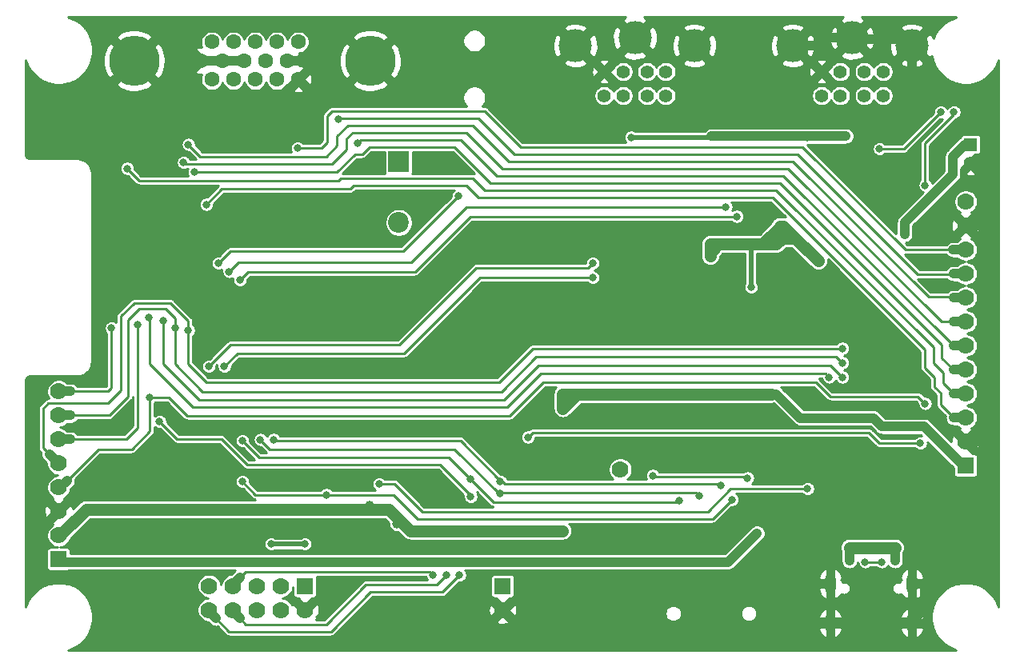
<source format=gbr>
G04 #@! TF.GenerationSoftware,KiCad,Pcbnew,5.1.0-rc2-unknown-036be7d~80~ubuntu16.04.1*
G04 #@! TF.CreationDate,2023-05-31T16:01:49+03:00*
G04 #@! TF.ProjectId,ESP32-SBC-FabGL_Rev_B,45535033-322d-4534-9243-2d466162474c,B*
G04 #@! TF.SameCoordinates,Original*
G04 #@! TF.FileFunction,Copper,L2,Bot*
G04 #@! TF.FilePolarity,Positive*
%FSLAX46Y46*%
G04 Gerber Fmt 4.6, Leading zero omitted, Abs format (unit mm)*
G04 Created by KiCad (PCBNEW 5.1.0-rc2-unknown-036be7d~80~ubuntu16.04.1) date 2023-05-31 16:01:49*
%MOMM*%
%LPD*%
G04 APERTURE LIST*
%ADD10C,1.400000*%
%ADD11R,1.400000X1.400000*%
%ADD12R,2.200000X2.200000*%
%ADD13C,2.200000*%
%ADD14C,1.778000*%
%ADD15C,3.500000*%
%ADD16C,1.410000*%
%ADD17C,0.700000*%
%ADD18C,1.500000*%
%ADD19R,1.778000X1.778000*%
%ADD20C,1.600000*%
%ADD21C,5.300000*%
%ADD22O,1.200000X2.200000*%
%ADD23O,1.300000X2.000000*%
%ADD24C,1.000000*%
%ADD25C,0.800000*%
%ADD26C,0.508000*%
%ADD27C,1.016000*%
%ADD28C,0.762000*%
%ADD29C,0.254000*%
%ADD30C,1.270000*%
G04 APERTURE END LIST*
D10*
X200538220Y-64000760D03*
D11*
X200535680Y-61971300D03*
D12*
X140000000Y-63750000D03*
D13*
X140000000Y-70250000D03*
D14*
X163449000Y-96393000D03*
D15*
X158700000Y-51500000D03*
X165000000Y-50700000D03*
X171300000Y-51500000D03*
D16*
X163730000Y-56810000D03*
X166270000Y-56810000D03*
X168260000Y-56810000D03*
X161740000Y-56810000D03*
X168260000Y-54270000D03*
X161740000Y-54270000D03*
X166270000Y-54270000D03*
X163730000Y-54270000D03*
D15*
X181700000Y-51500000D03*
X188000000Y-50700000D03*
X194300000Y-51500000D03*
D16*
X186730000Y-56810000D03*
X189270000Y-56810000D03*
X191260000Y-56810000D03*
X184740000Y-56810000D03*
X191260000Y-54270000D03*
X184740000Y-54270000D03*
X189270000Y-54270000D03*
X186730000Y-54270000D03*
D17*
X115240000Y-77900000D03*
X116640000Y-77900000D03*
X117340000Y-77200000D03*
X117340000Y-75800000D03*
X116640000Y-75100000D03*
X115240000Y-75100000D03*
X114540000Y-75800000D03*
X114540000Y-77200000D03*
D18*
X115940000Y-76500000D03*
D19*
X130080000Y-108730000D03*
D14*
X130080000Y-111270000D03*
X127540000Y-108730000D03*
X127540000Y-111270000D03*
X125000000Y-108730000D03*
X125000000Y-111270000D03*
X122460000Y-108730000D03*
X122460000Y-111270000D03*
X119920000Y-108730000D03*
X119920000Y-111270000D03*
D20*
X120220000Y-55090000D03*
X122510000Y-55090000D03*
X124800000Y-55090000D03*
X127090000Y-55090000D03*
X129380000Y-55090000D03*
X119075000Y-53110000D03*
X121365000Y-53110000D03*
X123655000Y-53110000D03*
X125945000Y-53110000D03*
X128235000Y-53110000D03*
X120220000Y-51130000D03*
X122510000Y-51130000D03*
X124800000Y-51130000D03*
X127090000Y-51130000D03*
X129380000Y-51130000D03*
D21*
X136995000Y-53110000D03*
X112005000Y-53110000D03*
D19*
X151000000Y-108730000D03*
D14*
X151000000Y-111270000D03*
X104000000Y-90650000D03*
X104000000Y-88110000D03*
X104000000Y-93190000D03*
X104000000Y-95730000D03*
D19*
X104000000Y-105890000D03*
D14*
X104000000Y-103350000D03*
X104000000Y-100810000D03*
X104000000Y-98270000D03*
X200000000Y-70570000D03*
X200000000Y-68030000D03*
X200000000Y-73110000D03*
X200000000Y-75650000D03*
X200000000Y-80730000D03*
X200000000Y-78190000D03*
X200000000Y-83270000D03*
X200000000Y-85810000D03*
D19*
X200000000Y-95970000D03*
D14*
X200000000Y-93430000D03*
X200000000Y-90890000D03*
X200000000Y-88350000D03*
D22*
X185680000Y-108470000D03*
D23*
X185680000Y-112650000D03*
X194320000Y-112650000D03*
D22*
X194320000Y-108470000D03*
D24*
X177927000Y-103124000D03*
X187325000Y-61087000D03*
D25*
X183261000Y-61214000D03*
D24*
X173101000Y-61087000D03*
D25*
X164592000Y-61214000D03*
D24*
X159004000Y-70866000D03*
X186309000Y-64389000D03*
X178308000Y-68580000D03*
X177038000Y-68580000D03*
X153670000Y-70866000D03*
X159004000Y-79375000D03*
X184023000Y-79375000D03*
X159004000Y-95758000D03*
X180594000Y-95885000D03*
X180594000Y-97155000D03*
X180594000Y-103251000D03*
X180594000Y-104521000D03*
X170688000Y-102870000D03*
X159004000Y-104521000D03*
D25*
X131318000Y-61087000D03*
D24*
X108966000Y-63500000D03*
X108966000Y-68580000D03*
X114046000Y-63500000D03*
X135763000Y-64389000D03*
X144145000Y-64389000D03*
X108331000Y-85852000D03*
X108331000Y-81915000D03*
X107442000Y-91694000D03*
X108331000Y-86995000D03*
X110871000Y-91694000D03*
X114681000Y-93091000D03*
X119380000Y-80899000D03*
X125984000Y-81915000D03*
X124206000Y-80772000D03*
X125984000Y-85344000D03*
X116459000Y-91313000D03*
X107188000Y-102616000D03*
X107188000Y-104013000D03*
D25*
X184785000Y-102489000D03*
X189738000Y-100584000D03*
D24*
X189865000Y-96774000D03*
X185801000Y-106045000D03*
X194310000Y-106045000D03*
X196215000Y-106045000D03*
X185801000Y-104775000D03*
X199517000Y-103759000D03*
X195199000Y-98298000D03*
X192786000Y-100711000D03*
X183896000Y-89027000D03*
X193675000Y-90424000D03*
X197104000Y-76962000D03*
X197104000Y-74422000D03*
X197104000Y-64643000D03*
X177292000Y-94488000D03*
X173482000Y-93472000D03*
X166243000Y-103124000D03*
X178689000Y-113665000D03*
X166116000Y-114046000D03*
X173101000Y-108966000D03*
X178562000Y-74676000D03*
X188595000Y-63119000D03*
X185420000Y-58547000D03*
X190246000Y-58547000D03*
X168529000Y-77470000D03*
X169926000Y-81534000D03*
X166497000Y-81534000D03*
X174752000Y-59690000D03*
X163322000Y-58674000D03*
X176022000Y-81788000D03*
X153797000Y-61087000D03*
X150368000Y-50927000D03*
X144780000Y-67310000D03*
X141732000Y-68707000D03*
X139573000Y-79629000D03*
X144272000Y-76581000D03*
X146431000Y-72644000D03*
X135255000Y-79629000D03*
X137033000Y-102235000D03*
X130810000Y-102235000D03*
X144018000Y-104521000D03*
X126492000Y-102235000D03*
X153543000Y-96774000D03*
X142113000Y-111252000D03*
X143637000Y-111252000D03*
X145034000Y-111252000D03*
X168529000Y-74803000D03*
X160274000Y-108966000D03*
X156210000Y-114046000D03*
X146177000Y-114681000D03*
X138049000Y-114681000D03*
X128905000Y-114681000D03*
X117729000Y-114554000D03*
X110363000Y-114681000D03*
X116205000Y-109601000D03*
X106934000Y-108458000D03*
X117856000Y-104267000D03*
X133985000Y-104267000D03*
X101346000Y-106299000D03*
X101346000Y-96012000D03*
X101473000Y-88138000D03*
X109347000Y-96647000D03*
X119634000Y-97536000D03*
X120396000Y-91948000D03*
X134366000Y-91948000D03*
X142113000Y-91948000D03*
X149352000Y-92202000D03*
X141224000Y-98044000D03*
X135255000Y-98044000D03*
X174244000Y-104521000D03*
X180848000Y-107696000D03*
X189992000Y-114554000D03*
X195961000Y-114554000D03*
X154813000Y-89916000D03*
X159385000Y-90805000D03*
X165100000Y-90805000D03*
X159512000Y-93980000D03*
X174371000Y-90805000D03*
X180086000Y-90678000D03*
X181483000Y-82296000D03*
X187452000Y-98552000D03*
X187452000Y-93853000D03*
X202946000Y-107061000D03*
X202946000Y-99441000D03*
X202819000Y-88265000D03*
X202819000Y-82677000D03*
X202819000Y-75819000D03*
X202692000Y-68072000D03*
X202692000Y-56896000D03*
X195707000Y-56896000D03*
X162941000Y-71501000D03*
X186817000Y-77470000D03*
X162052000Y-81915000D03*
X153035000Y-81915000D03*
X153035000Y-77343000D03*
X157861000Y-73152000D03*
X147828000Y-81915000D03*
X149606000Y-85725000D03*
X150241000Y-79502000D03*
X132969000Y-85598000D03*
X131318000Y-76835000D03*
X133731000Y-70866000D03*
X136398000Y-67945000D03*
X197104000Y-70358000D03*
X187579000Y-65532000D03*
X123698000Y-71882000D03*
X121539000Y-68707000D03*
X116459000Y-68707000D03*
X118745000Y-71755000D03*
X114681000Y-71755000D03*
X108966000Y-72898000D03*
X108839000Y-76962000D03*
X102235000Y-61595000D03*
X102235000Y-56642000D03*
X106045000Y-59563000D03*
X111506000Y-59690000D03*
X116967000Y-57277000D03*
X124079000Y-57658000D03*
X121031000Y-57658000D03*
X128524000Y-57531000D03*
X107950000Y-49403000D03*
X116840000Y-49403000D03*
X134112000Y-49657000D03*
X140208000Y-57150000D03*
X133604000Y-56134000D03*
X142367000Y-49657000D03*
X145669000Y-51562000D03*
X156337000Y-49276000D03*
X157226000Y-57912000D03*
X160782000Y-61214000D03*
X176530000Y-50292000D03*
X178943000Y-56515000D03*
X173609000Y-55372000D03*
X169291000Y-58674000D03*
X150368000Y-104394000D03*
D25*
X119380000Y-61595000D03*
X124333000Y-61595000D03*
X125984000Y-61595000D03*
X127889000Y-62357000D03*
X113665000Y-88773000D03*
X195707000Y-89408000D03*
X176911000Y-97282000D03*
X166878000Y-97028000D03*
X195707000Y-66294000D03*
X198755000Y-58547000D03*
X191135000Y-106172000D03*
X189357000Y-106172000D03*
D24*
X157353000Y-102870000D03*
X188087000Y-90932000D03*
X191135000Y-91821000D03*
X157353000Y-88392000D03*
X157353000Y-89916000D03*
X170434000Y-88392000D03*
X155956000Y-102870000D03*
X178054000Y-88392000D03*
X179451000Y-88392000D03*
X106934000Y-100584000D03*
X136906000Y-100203000D03*
X139827000Y-102108000D03*
X142621000Y-102997000D03*
X193548000Y-71501000D03*
X193548000Y-70231000D03*
D25*
X153670000Y-92964000D03*
X195199000Y-93599000D03*
X183261000Y-98425000D03*
X189865000Y-104648000D03*
D24*
X192532000Y-106045000D03*
X187706000Y-106045000D03*
X192532000Y-104648000D03*
X187706000Y-104648000D03*
D25*
X190881000Y-62459093D03*
X197358000Y-58547000D03*
X137922000Y-97917000D03*
X123444000Y-93345000D03*
X169672000Y-99695000D03*
X147624800Y-97434400D03*
X186944000Y-86614000D03*
X115062000Y-80645000D03*
X185547000Y-86614000D03*
X113538000Y-80264000D03*
X186944000Y-83566000D03*
X117729000Y-81661000D03*
X112395000Y-81026000D03*
X160528000Y-76073000D03*
X121539000Y-85471000D03*
X160528000Y-74549000D03*
X119888000Y-85471000D03*
X175768000Y-69596000D03*
X123190000Y-76327000D03*
X174625000Y-68580000D03*
X122047000Y-75438000D03*
X117729000Y-61976000D03*
X117221000Y-63881000D03*
X135636000Y-61849000D03*
X118364000Y-64897000D03*
X111252000Y-64516000D03*
X119634000Y-68326000D03*
X126746000Y-93218000D03*
X174117000Y-98044000D03*
X150749000Y-97663000D03*
X129286000Y-62357000D03*
X133604000Y-59309000D03*
X120904000Y-74549000D03*
X146304000Y-67437000D03*
D24*
X172974000Y-73787000D03*
X172974000Y-72517000D03*
X180594000Y-70612000D03*
X180594000Y-71882000D03*
X183388000Y-73279000D03*
X184404000Y-74295000D03*
D25*
X177292000Y-77089000D03*
X146431000Y-107569000D03*
X143637000Y-107569000D03*
X145034000Y-107569000D03*
X114681000Y-91313000D03*
X147624800Y-99237800D03*
X109601000Y-81407000D03*
X123444000Y-97663000D03*
X175260000Y-99568000D03*
X132334000Y-99060000D03*
X125349000Y-93218000D03*
X171831000Y-99187000D03*
X150749000Y-98933000D03*
X130048000Y-104267000D03*
X126492000Y-104267000D03*
X186944000Y-85090000D03*
X116332000Y-81407000D03*
D26*
X183261000Y-61214000D02*
X183642000Y-61214000D01*
X183642000Y-61214000D02*
X183769000Y-61087000D01*
D27*
X187325000Y-61087000D02*
X183769000Y-61087000D01*
X183769000Y-61087000D02*
X173101000Y-61087000D01*
D26*
X172974000Y-61214000D02*
X173101000Y-61087000D01*
X164592000Y-61214000D02*
X172974000Y-61214000D01*
D27*
X104282000Y-106172000D02*
X104000000Y-105890000D01*
X174879000Y-106172000D02*
X104282000Y-106172000D01*
X177927000Y-103124000D02*
X174879000Y-106172000D01*
X112005000Y-53110000D02*
X115839000Y-49276000D01*
X115839000Y-49276000D02*
X155194000Y-49276000D01*
X177038000Y-68580000D02*
X177038000Y-70866000D01*
X159004000Y-70866000D02*
X153670000Y-70866000D01*
X167513000Y-70866000D02*
X167513000Y-76835000D01*
X177038000Y-70866000D02*
X167513000Y-70866000D01*
X167513000Y-70866000D02*
X159004000Y-70866000D01*
X159004000Y-79375000D02*
X172720000Y-79375000D01*
X184023000Y-79375000D02*
X176276000Y-79375000D01*
X202557760Y-64000760D02*
X202565000Y-64008000D01*
X200538220Y-64000760D02*
X202557760Y-64000760D01*
X202565000Y-64008000D02*
X202565000Y-59436000D01*
X202565000Y-70570000D02*
X202565000Y-64008000D01*
X200000000Y-70570000D02*
X202565000Y-70570000D01*
X202565000Y-70570000D02*
X202565000Y-89535000D01*
X180594000Y-97155000D02*
X180594000Y-95885000D01*
X180594000Y-104521000D02*
X180594000Y-103251000D01*
X169037000Y-104521000D02*
X159004000Y-104521000D01*
X170688000Y-102870000D02*
X169037000Y-104521000D01*
X121365000Y-53110000D02*
X120166000Y-53110000D01*
X119075000Y-53110000D02*
X120166000Y-53110000D01*
X121365000Y-53110000D02*
X122277000Y-53110000D01*
X123655000Y-53110000D02*
X122277000Y-53110000D01*
X119075000Y-53110000D02*
X116943000Y-53110000D01*
X128235000Y-53110000D02*
X130659000Y-53110000D01*
X131318000Y-57785000D02*
X131318000Y-61087000D01*
X107442000Y-91694000D02*
X110871000Y-91694000D01*
X108331000Y-56784000D02*
X108331000Y-85852000D01*
X112005000Y-53110000D02*
X108331000Y-56784000D01*
X119380000Y-80899000D02*
X119380000Y-76835000D01*
X120015000Y-81915000D02*
X125984000Y-81915000D01*
X119380000Y-81280000D02*
X120015000Y-81915000D01*
X119380000Y-80899000D02*
X119380000Y-81280000D01*
X194310000Y-112522000D02*
X183388000Y-112522000D01*
X199517000Y-103759000D02*
X199517000Y-105283000D01*
X195707000Y-109093000D02*
X195707000Y-111125000D01*
X199517000Y-105283000D02*
X195707000Y-109093000D01*
X195707000Y-111125000D02*
X194310000Y-112522000D01*
X180594000Y-103251000D02*
X184023000Y-103251000D01*
X184023000Y-103251000D02*
X185801000Y-101473000D01*
X185801000Y-101473000D02*
X197231000Y-101473000D01*
X197231000Y-101473000D02*
X199517000Y-103759000D01*
X202015000Y-93430000D02*
X200000000Y-93430000D01*
X202057000Y-93472000D02*
X202015000Y-93430000D01*
X202057000Y-101219000D02*
X202057000Y-93472000D01*
X199517000Y-103759000D02*
X202057000Y-101219000D01*
X202565000Y-92964000D02*
X202565000Y-89535000D01*
X202057000Y-93472000D02*
X202565000Y-92964000D01*
X160147000Y-95758000D02*
X159004000Y-95758000D01*
X161925000Y-93980000D02*
X160147000Y-95758000D01*
X172974000Y-93980000D02*
X161925000Y-93980000D01*
X173482000Y-93472000D02*
X172974000Y-93980000D01*
X194300000Y-51500000D02*
X194300000Y-54219000D01*
X194300000Y-54219000D02*
X196596000Y-56515000D01*
X199644000Y-56515000D02*
X202565000Y-59436000D01*
X196596000Y-56515000D02*
X199644000Y-56515000D01*
X193600000Y-50800000D02*
X194300000Y-51500000D01*
X188100000Y-50800000D02*
X193600000Y-50800000D01*
X188000000Y-50700000D02*
X188100000Y-50800000D01*
X184593000Y-51500000D02*
X181700000Y-51500000D01*
X185393000Y-50700000D02*
X184593000Y-51500000D01*
X188000000Y-50700000D02*
X185393000Y-50700000D01*
X149352000Y-70866000D02*
X153670000Y-70866000D01*
X138303000Y-81915000D02*
X149352000Y-70866000D01*
X125984000Y-81915000D02*
X138303000Y-81915000D01*
X136652000Y-102616000D02*
X137033000Y-102235000D01*
X107188000Y-102616000D02*
X136652000Y-102616000D01*
X144018000Y-104521000D02*
X159004000Y-104521000D01*
X140208000Y-104521000D02*
X144018000Y-104521000D01*
X137922000Y-102235000D02*
X140208000Y-104521000D01*
X137033000Y-102235000D02*
X137922000Y-102235000D01*
D28*
X143637000Y-111252000D02*
X145034000Y-111252000D01*
D27*
X177292000Y-94488000D02*
X174498000Y-94488000D01*
X174498000Y-94488000D02*
X173482000Y-93472000D01*
X178689000Y-95885000D02*
X177292000Y-94488000D01*
X180594000Y-95885000D02*
X178689000Y-95885000D01*
X124333000Y-61595000D02*
X119380000Y-61595000D01*
X127254000Y-61595000D02*
X127762000Y-61087000D01*
X127762000Y-61087000D02*
X131318000Y-61087000D01*
X124333000Y-61595000D02*
X127254000Y-61595000D01*
X104000000Y-98270000D02*
X104168000Y-98270000D01*
X104168000Y-98270000D02*
X104902000Y-97536000D01*
D29*
X111760000Y-94234000D02*
X113665000Y-92329000D01*
X108204000Y-94234000D02*
X111760000Y-94234000D01*
X113665000Y-92329000D02*
X113665000Y-88773000D01*
X104902000Y-97536000D02*
X108204000Y-94234000D01*
X115697000Y-88773000D02*
X113665000Y-88773000D01*
X195707000Y-89408000D02*
X194945000Y-88646000D01*
X155321000Y-87122000D02*
X151765000Y-90678000D01*
X194945000Y-88646000D02*
X185674000Y-88646000D01*
X185674000Y-88646000D02*
X184150000Y-87122000D01*
X184150000Y-87122000D02*
X155321000Y-87122000D01*
X151765000Y-90678000D02*
X117602000Y-90678000D01*
X117602000Y-90678000D02*
X115697000Y-88773000D01*
X167005000Y-97155000D02*
X166878000Y-97028000D01*
X176784000Y-97155000D02*
X167005000Y-97155000D01*
X176911000Y-97282000D02*
X176784000Y-97155000D01*
X195707000Y-61849000D02*
X195707000Y-66294000D01*
X198755000Y-58801000D02*
X195707000Y-61849000D01*
X198755000Y-58547000D02*
X198755000Y-58801000D01*
X189357000Y-106172000D02*
X191135000Y-106172000D01*
D27*
X104000000Y-103350000D02*
X104168000Y-103350000D01*
X190246000Y-90932000D02*
X191135000Y-91821000D01*
X188087000Y-90932000D02*
X190246000Y-90932000D01*
X195580000Y-91821000D02*
X191135000Y-91821000D01*
X199729000Y-95970000D02*
X195580000Y-91821000D01*
X200000000Y-95970000D02*
X199729000Y-95970000D01*
D30*
X157353000Y-89916000D02*
X157353000Y-88392000D01*
D27*
X157607000Y-89916000D02*
X159131000Y-88392000D01*
X157353000Y-89916000D02*
X157607000Y-89916000D01*
D30*
X157353000Y-88392000D02*
X159131000Y-88392000D01*
X170434000Y-88392000D02*
X159131000Y-88392000D01*
X170434000Y-88392000D02*
X178054000Y-88392000D01*
X179451000Y-88392000D02*
X178054000Y-88392000D01*
X104168000Y-103350000D02*
X106934000Y-100584000D01*
D26*
X137287000Y-100584000D02*
X136906000Y-100203000D01*
X137414000Y-100584000D02*
X137287000Y-100584000D01*
D30*
X106934000Y-100584000D02*
X137414000Y-100584000D01*
X137414000Y-100584000D02*
X138938000Y-100584000D01*
D26*
X139827000Y-102108000D02*
X140462000Y-102108000D01*
D30*
X140462000Y-102108000D02*
X141224000Y-102870000D01*
X138938000Y-100584000D02*
X140462000Y-102108000D01*
D29*
X143002000Y-102997000D02*
X143129000Y-102870000D01*
X142621000Y-102997000D02*
X143002000Y-102997000D01*
D30*
X143129000Y-102870000D02*
X157353000Y-102870000D01*
X141224000Y-102870000D02*
X143129000Y-102870000D01*
D27*
X182499000Y-90932000D02*
X188087000Y-90932000D01*
X179959000Y-88392000D02*
X182499000Y-90932000D01*
X179451000Y-88392000D02*
X179959000Y-88392000D01*
X193548000Y-70231000D02*
X193548000Y-71501000D01*
X198628000Y-65151000D02*
X193548000Y-70231000D01*
X198628000Y-63246000D02*
X198628000Y-65151000D01*
X199902700Y-61971300D02*
X198628000Y-63246000D01*
X200535680Y-61971300D02*
X199902700Y-61971300D01*
D29*
X154178000Y-92456000D02*
X153670000Y-92964000D01*
X189738000Y-92456000D02*
X154178000Y-92456000D01*
X190881000Y-93599000D02*
X189738000Y-92456000D01*
X195199000Y-93599000D02*
X190881000Y-93599000D01*
D30*
X189865000Y-104648000D02*
X192532000Y-104648000D01*
X187706000Y-104648000D02*
X189865000Y-104648000D01*
D27*
X187706000Y-106045000D02*
X187706000Y-104648000D01*
X192532000Y-106045000D02*
X192532000Y-104648000D01*
D29*
X193445907Y-62459093D02*
X197358000Y-58547000D01*
X190881000Y-62459093D02*
X193445907Y-62459093D01*
X175133000Y-98425000D02*
X183261000Y-98425000D01*
X137922000Y-97917000D02*
X139573000Y-97917000D01*
X139573000Y-97917000D02*
X142494000Y-100838000D01*
X172720000Y-100838000D02*
X175133000Y-98425000D01*
X142494000Y-100838000D02*
X172720000Y-100838000D01*
X125222000Y-95123000D02*
X123444000Y-93345000D01*
X145313400Y-95123000D02*
X125222000Y-95123000D01*
X147624800Y-97434400D02*
X145313400Y-95123000D01*
X150012400Y-99822000D02*
X169545000Y-99822000D01*
X169545000Y-99822000D02*
X169672000Y-99695000D01*
X147624800Y-97434400D02*
X150012400Y-99822000D01*
X154813000Y-85344000D02*
X185674000Y-85344000D01*
X185674000Y-85344000D02*
X186944000Y-86614000D01*
X115062000Y-80645000D02*
X115062000Y-85217000D01*
X115062000Y-85217000D02*
X118872000Y-89027000D01*
X118872000Y-89027000D02*
X151130000Y-89027000D01*
X151130000Y-89027000D02*
X154813000Y-85344000D01*
X185166000Y-86233000D02*
X185547000Y-86614000D01*
X155067000Y-86233000D02*
X185166000Y-86233000D01*
X151511000Y-89789000D02*
X155067000Y-86233000D01*
X113538000Y-80264000D02*
X113665000Y-80391000D01*
X113665000Y-85217000D02*
X118237000Y-89789000D01*
X113665000Y-80391000D02*
X113665000Y-85217000D01*
X118237000Y-89789000D02*
X151511000Y-89789000D01*
D27*
X104000000Y-95730000D02*
X103012000Y-94742000D01*
D29*
X117729000Y-85217000D02*
X117729000Y-81661000D01*
X186944000Y-83566000D02*
X154178000Y-83566000D01*
X154178000Y-83566000D02*
X150622000Y-87122000D01*
X150622000Y-87122000D02*
X119634000Y-87122000D01*
X119634000Y-87122000D02*
X117729000Y-85217000D01*
X102362000Y-94092000D02*
X103012000Y-94742000D01*
X102362000Y-89916000D02*
X102362000Y-94092000D01*
X102895400Y-89382600D02*
X102362000Y-89916000D01*
X109245400Y-89382600D02*
X102895400Y-89382600D01*
X110617000Y-88011000D02*
X109245400Y-89382600D01*
X110617000Y-80137000D02*
X110617000Y-88011000D01*
X117729000Y-81661000D02*
X117729000Y-80645000D01*
X115824000Y-78740000D02*
X112014000Y-78740000D01*
X117729000Y-80645000D02*
X115824000Y-78740000D01*
X112014000Y-78740000D02*
X110617000Y-80137000D01*
X112395000Y-81026000D02*
X112395000Y-91948000D01*
D27*
X104000000Y-93190000D02*
X105255000Y-93190000D01*
D29*
X111153000Y-93190000D02*
X112395000Y-91948000D01*
X105255000Y-93190000D02*
X111153000Y-93190000D01*
X148590000Y-76073000D02*
X160528000Y-76073000D01*
X140589000Y-84074000D02*
X148590000Y-76073000D01*
X122936000Y-84074000D02*
X140589000Y-84074000D01*
X121539000Y-85471000D02*
X122936000Y-84074000D01*
X160020000Y-75057000D02*
X160528000Y-74549000D01*
X119888000Y-85471000D02*
X122174000Y-83185000D01*
X122174000Y-83185000D02*
X140081000Y-83185000D01*
X140081000Y-83185000D02*
X148209000Y-75057000D01*
X148209000Y-75057000D02*
X160020000Y-75057000D01*
X147574000Y-69596000D02*
X175768000Y-69596000D01*
X141732000Y-75438000D02*
X147574000Y-69596000D01*
X124079000Y-75438000D02*
X141732000Y-75438000D01*
X123190000Y-76327000D02*
X124079000Y-75438000D01*
X147193000Y-68580000D02*
X174625000Y-68580000D01*
X141351000Y-74422000D02*
X147193000Y-68580000D01*
X123063000Y-74422000D02*
X141351000Y-74422000D01*
X122047000Y-75438000D02*
X123063000Y-74422000D01*
D27*
X200000000Y-78190000D02*
X198713000Y-78190000D01*
D29*
X118999000Y-63246000D02*
X117729000Y-61976000D01*
X181737000Y-63754000D02*
X151638000Y-63754000D01*
X196088000Y-78105000D02*
X181737000Y-63754000D01*
X198628000Y-78105000D02*
X196088000Y-78105000D01*
X198713000Y-78190000D02*
X198628000Y-78105000D01*
X151638000Y-63754000D02*
X147828000Y-59944000D01*
X147828000Y-59944000D02*
X134620000Y-59944000D01*
X134620000Y-59944000D02*
X133477000Y-61087000D01*
X133477000Y-62103000D02*
X132334000Y-63246000D01*
X132334000Y-63246000D02*
X118999000Y-63246000D01*
X133477000Y-61087000D02*
X133477000Y-62103000D01*
D27*
X200000000Y-80730000D02*
X198713000Y-80730000D01*
D29*
X132969000Y-64008000D02*
X117348000Y-64008000D01*
X134493000Y-62484000D02*
X132969000Y-64008000D01*
X134493000Y-61341000D02*
X134493000Y-62484000D01*
X135128000Y-60706000D02*
X134493000Y-61341000D01*
X147193000Y-60706000D02*
X135128000Y-60706000D01*
X117348000Y-64008000D02*
X117221000Y-63881000D01*
X198713000Y-80730000D02*
X197443000Y-80730000D01*
X197443000Y-80730000D02*
X181229000Y-64516000D01*
X181229000Y-64516000D02*
X151003000Y-64516000D01*
X151003000Y-64516000D02*
X147193000Y-60706000D01*
D27*
X198713000Y-83270000D02*
X200000000Y-83270000D01*
D29*
X180721000Y-65278000D02*
X198713000Y-83270000D01*
X150368000Y-65278000D02*
X180721000Y-65278000D01*
X146558000Y-61468000D02*
X150368000Y-65278000D01*
X136017000Y-61468000D02*
X146558000Y-61468000D01*
X135636000Y-61849000D02*
X136017000Y-61468000D01*
D27*
X200000000Y-85810000D02*
X198713000Y-85810000D01*
D29*
X135382000Y-62992000D02*
X133477000Y-64897000D01*
X136144000Y-62992000D02*
X135382000Y-62992000D01*
X133477000Y-64897000D02*
X118364000Y-64897000D01*
X136906000Y-62230000D02*
X136144000Y-62992000D01*
X145923000Y-62230000D02*
X136906000Y-62230000D01*
X149733000Y-66040000D02*
X145923000Y-62230000D01*
X198713000Y-85810000D02*
X197485000Y-84582000D01*
X197485000Y-84582000D02*
X197485000Y-83185000D01*
X197485000Y-83185000D02*
X180340000Y-66040000D01*
X180340000Y-66040000D02*
X149733000Y-66040000D01*
D27*
X198713000Y-88350000D02*
X200000000Y-88350000D01*
D29*
X197612000Y-87249000D02*
X198713000Y-88350000D01*
X112522000Y-65786000D02*
X133604000Y-65786000D01*
X133604000Y-65786000D02*
X133858000Y-65532000D01*
X133858000Y-65532000D02*
X147828000Y-65532000D01*
X111252000Y-64516000D02*
X112522000Y-65786000D01*
X147828000Y-65532000D02*
X149098000Y-66802000D01*
X149098000Y-66802000D02*
X179959000Y-66802000D01*
X179959000Y-66802000D02*
X196596000Y-83439000D01*
X196596000Y-83439000D02*
X196596000Y-85090000D01*
X197612000Y-86106000D02*
X197612000Y-87249000D01*
X196596000Y-85090000D02*
X197612000Y-86106000D01*
D27*
X198713000Y-90890000D02*
X200000000Y-90890000D01*
D29*
X134874000Y-66675000D02*
X121285000Y-66675000D01*
X135255000Y-66294000D02*
X134874000Y-66675000D01*
X197358000Y-88265000D02*
X196723000Y-87630000D01*
X197358000Y-89535000D02*
X197358000Y-88265000D01*
X121285000Y-66675000D02*
X119634000Y-68326000D01*
X198713000Y-90890000D02*
X197358000Y-89535000D01*
X196723000Y-87630000D02*
X196723000Y-86614000D01*
X195707000Y-85598000D02*
X195707000Y-83693000D01*
X196723000Y-86614000D02*
X195707000Y-85598000D01*
X195707000Y-83693000D02*
X179578000Y-67564000D01*
X179578000Y-67564000D02*
X148463000Y-67564000D01*
X148463000Y-67564000D02*
X147193000Y-66294000D01*
X147193000Y-66294000D02*
X135255000Y-66294000D01*
X151257000Y-97917000D02*
X173990000Y-97917000D01*
X151003000Y-97663000D02*
X151257000Y-97917000D01*
X173990000Y-97917000D02*
X174117000Y-98044000D01*
X150749000Y-97663000D02*
X151003000Y-97663000D01*
X150749000Y-97536000D02*
X150749000Y-97663000D01*
X146558000Y-93345000D02*
X150749000Y-97536000D01*
X126873000Y-93345000D02*
X146558000Y-93345000D01*
X126746000Y-93218000D02*
X126873000Y-93345000D01*
D27*
X200000000Y-73110000D02*
X198670000Y-73110000D01*
D29*
X193633000Y-73110000D02*
X198670000Y-73110000D01*
X182753000Y-62230000D02*
X193633000Y-73110000D01*
X152908000Y-62230000D02*
X182753000Y-62230000D01*
X149098000Y-58420000D02*
X152908000Y-62230000D01*
X132969000Y-58420000D02*
X149098000Y-58420000D01*
X129286000Y-62357000D02*
X131826000Y-62357000D01*
X131826000Y-62357000D02*
X132461000Y-61722000D01*
X132461000Y-61722000D02*
X132461000Y-58928000D01*
X132461000Y-58928000D02*
X132969000Y-58420000D01*
D27*
X200000000Y-75650000D02*
X198713000Y-75650000D01*
D29*
X148463000Y-59182000D02*
X133731000Y-59182000D01*
X152273000Y-62992000D02*
X148463000Y-59182000D01*
X133731000Y-59182000D02*
X133604000Y-59309000D01*
X198713000Y-75650000D02*
X198671000Y-75692000D01*
X194945000Y-75692000D02*
X182245000Y-62992000D01*
X198671000Y-75692000D02*
X194945000Y-75692000D01*
X182245000Y-62992000D02*
X152273000Y-62992000D01*
X122174000Y-73279000D02*
X120904000Y-74549000D01*
X140462000Y-73279000D02*
X122174000Y-73279000D01*
X146304000Y-67437000D02*
X140462000Y-73279000D01*
D30*
X180721000Y-70612000D02*
X180340000Y-70612000D01*
X180340000Y-70612000D02*
X180594000Y-70612000D01*
X179959000Y-72517000D02*
X180594000Y-71882000D01*
X181483000Y-71882000D02*
X181737000Y-71628000D01*
X180594000Y-71882000D02*
X181483000Y-71882000D01*
X181737000Y-71628000D02*
X180721000Y-70612000D01*
X184404000Y-74295000D02*
X181737000Y-71628000D01*
X172974000Y-73787000D02*
X172974000Y-72517000D01*
X172974000Y-73406000D02*
X173863000Y-72517000D01*
X172974000Y-73787000D02*
X172974000Y-73406000D01*
X172974000Y-72517000D02*
X173863000Y-72517000D01*
D26*
X177292000Y-72898000D02*
X177673000Y-72517000D01*
X177292000Y-77089000D02*
X177292000Y-72898000D01*
D30*
X177673000Y-72517000D02*
X179197000Y-72517000D01*
X179197000Y-72517000D02*
X179959000Y-72517000D01*
X173863000Y-72517000D02*
X177673000Y-72517000D01*
D27*
X180340000Y-70612000D02*
X178435000Y-72517000D01*
X178435000Y-72517000D02*
X178816000Y-72517000D01*
X178816000Y-72517000D02*
X179197000Y-72136000D01*
X179197000Y-72136000D02*
X179197000Y-72517000D01*
X180594000Y-71882000D02*
X180594000Y-70612000D01*
X119920000Y-111270000D02*
X119920000Y-111411000D01*
X119920000Y-111411000D02*
X120650000Y-112141000D01*
D29*
X144653000Y-109347000D02*
X146431000Y-107569000D01*
X120650000Y-112141000D02*
X122047000Y-113538000D01*
X122047000Y-113538000D02*
X132842000Y-113538000D01*
X132842000Y-113538000D02*
X137033000Y-109347000D01*
X137033000Y-109347000D02*
X144653000Y-109347000D01*
D27*
X122460000Y-108730000D02*
X122460000Y-108553000D01*
X122460000Y-108553000D02*
X123190000Y-107823000D01*
D29*
X143256000Y-107188000D02*
X143637000Y-107569000D01*
X123825000Y-107188000D02*
X143256000Y-107188000D01*
X123190000Y-107823000D02*
X123825000Y-107188000D01*
D27*
X122460000Y-111270000D02*
X122460000Y-111411000D01*
X122460000Y-111411000D02*
X123190000Y-112141000D01*
D29*
X123825000Y-112776000D02*
X123190000Y-112141000D01*
X145034000Y-107569000D02*
X144018000Y-108585000D01*
X144018000Y-108585000D02*
X136525000Y-108585000D01*
X136525000Y-108585000D02*
X132334000Y-112776000D01*
X132334000Y-112776000D02*
X123825000Y-112776000D01*
X147624800Y-99110800D02*
X147624800Y-99237800D01*
X144399000Y-95885000D02*
X147624800Y-99110800D01*
X114681000Y-91313000D02*
X116522500Y-93154500D01*
X116522500Y-93154500D02*
X121221500Y-93154500D01*
X121221500Y-93154500D02*
X123952000Y-95885000D01*
X123952000Y-95885000D02*
X144399000Y-95885000D01*
D27*
X104000000Y-88110000D02*
X105255000Y-88110000D01*
D29*
X109601000Y-81407000D02*
X109601000Y-87757000D01*
X109601000Y-87757000D02*
X109248000Y-88110000D01*
X109248000Y-88110000D02*
X105255000Y-88110000D01*
X123444000Y-97663000D02*
X124841000Y-99060000D01*
X124841000Y-99060000D02*
X132334000Y-99060000D01*
X173228000Y-101600000D02*
X175260000Y-99568000D01*
X141986000Y-101600000D02*
X173228000Y-101600000D01*
X139446000Y-99060000D02*
X141986000Y-101600000D01*
X132334000Y-99060000D02*
X139446000Y-99060000D01*
X150876000Y-98806000D02*
X150749000Y-98933000D01*
X171450000Y-98806000D02*
X150876000Y-98806000D01*
X171831000Y-99187000D02*
X171450000Y-98806000D01*
X145923000Y-94234000D02*
X126365000Y-94234000D01*
X150622000Y-98933000D02*
X145923000Y-94234000D01*
X126365000Y-94234000D02*
X125349000Y-93218000D01*
X150749000Y-98933000D02*
X150622000Y-98933000D01*
D26*
X130048000Y-104267000D02*
X126492000Y-104267000D01*
D27*
X104000000Y-90650000D02*
X105255000Y-90650000D01*
D29*
X154559000Y-84455000D02*
X186309000Y-84455000D01*
X116332000Y-81407000D02*
X116332000Y-85217000D01*
X116332000Y-85217000D02*
X119253000Y-88138000D01*
X186309000Y-84455000D02*
X186944000Y-85090000D01*
X119253000Y-88138000D02*
X150876000Y-88138000D01*
X150876000Y-88138000D02*
X154559000Y-84455000D01*
X109375000Y-90650000D02*
X105255000Y-90650000D01*
X111379000Y-88646000D02*
X109375000Y-90650000D01*
X111379000Y-80518000D02*
X111379000Y-88646000D01*
X116332000Y-81407000D02*
X116332000Y-80391000D01*
X115316000Y-79375000D02*
X112522000Y-79375000D01*
X116332000Y-80391000D02*
X115316000Y-79375000D01*
X112522000Y-79375000D02*
X111379000Y-80518000D01*
G36*
X163917500Y-48561870D02*
G01*
X163710154Y-48871339D01*
X165000000Y-50161185D01*
X166289846Y-48871339D01*
X166082500Y-48561870D01*
X165943811Y-48508000D01*
X187047554Y-48508000D01*
X186917500Y-48561870D01*
X186710154Y-48871339D01*
X188000000Y-50161185D01*
X189289846Y-48871339D01*
X189082500Y-48561870D01*
X188943811Y-48508000D01*
X198964078Y-48508000D01*
X198942043Y-48512383D01*
X198281971Y-48785794D01*
X197687922Y-49182725D01*
X197182725Y-49687922D01*
X196785794Y-50281971D01*
X196581911Y-50774188D01*
X196577329Y-50753558D01*
X196438130Y-50417500D01*
X196128661Y-50210154D01*
X194838815Y-51500000D01*
X196128661Y-52789846D01*
X196420199Y-52594514D01*
X196512383Y-53057957D01*
X196785794Y-53718029D01*
X197182725Y-54312078D01*
X197687922Y-54817275D01*
X198281971Y-55214206D01*
X198942043Y-55487617D01*
X199642772Y-55627000D01*
X200357228Y-55627000D01*
X201057957Y-55487617D01*
X201718029Y-55214206D01*
X202312078Y-54817275D01*
X202817275Y-54312078D01*
X203214206Y-53718029D01*
X203487617Y-53057957D01*
X203492000Y-53035922D01*
X203492001Y-110964083D01*
X203487617Y-110942043D01*
X203214206Y-110281971D01*
X202817275Y-109687922D01*
X202312078Y-109182725D01*
X201718029Y-108785794D01*
X201057957Y-108512383D01*
X200357228Y-108373000D01*
X199642772Y-108373000D01*
X198942043Y-108512383D01*
X198281971Y-108785794D01*
X197687922Y-109182725D01*
X197182725Y-109687922D01*
X196785794Y-110281971D01*
X196512383Y-110942043D01*
X196373000Y-111642772D01*
X196373000Y-112357228D01*
X196512383Y-113057957D01*
X196785794Y-113718029D01*
X197182725Y-114312078D01*
X197687922Y-114817275D01*
X198281971Y-115214206D01*
X198942043Y-115487617D01*
X198964078Y-115492000D01*
X105035922Y-115492000D01*
X105057957Y-115487617D01*
X105718029Y-115214206D01*
X106312078Y-114817275D01*
X106817275Y-114312078D01*
X107214206Y-113718029D01*
X107487617Y-113057957D01*
X107627000Y-112357228D01*
X107627000Y-111642772D01*
X107487617Y-110942043D01*
X107214206Y-110281971D01*
X106817275Y-109687922D01*
X106312078Y-109182725D01*
X105718029Y-108785794D01*
X105057957Y-108512383D01*
X104357228Y-108373000D01*
X103642772Y-108373000D01*
X102942043Y-108512383D01*
X102281971Y-108785794D01*
X101687922Y-109182725D01*
X101182725Y-109687922D01*
X100785794Y-110281971D01*
X100512383Y-110942043D01*
X100508000Y-110964078D01*
X100508000Y-100834222D01*
X102468818Y-100834222D01*
X102502964Y-101132475D01*
X102576103Y-101373580D01*
X102798140Y-101473045D01*
X103461185Y-100810000D01*
X102798140Y-100146955D01*
X102576103Y-100246420D01*
X102493513Y-100535037D01*
X102468818Y-100834222D01*
X100508000Y-100834222D01*
X100508000Y-89916000D01*
X101851543Y-89916000D01*
X101854000Y-89940944D01*
X101854001Y-94067046D01*
X101851543Y-94092000D01*
X101855721Y-94134415D01*
X101861352Y-94191585D01*
X101890400Y-94287343D01*
X101937571Y-94375595D01*
X101981681Y-94429343D01*
X102001053Y-94452948D01*
X102020430Y-94468850D01*
X102134379Y-94582799D01*
X102118700Y-94742000D01*
X102135864Y-94916274D01*
X102186698Y-95083852D01*
X102269248Y-95238291D01*
X102352505Y-95339740D01*
X102730000Y-95717235D01*
X102730000Y-95855084D01*
X102778805Y-96100445D01*
X102874541Y-96331571D01*
X103013527Y-96539578D01*
X103190422Y-96716473D01*
X103398429Y-96855459D01*
X103629555Y-96951195D01*
X103874916Y-97000000D01*
X103629555Y-97048805D01*
X103398429Y-97144541D01*
X103190422Y-97283527D01*
X103013527Y-97460422D01*
X102874541Y-97668429D01*
X102778805Y-97899555D01*
X102730000Y-98144916D01*
X102730000Y-98395084D01*
X102778805Y-98640445D01*
X102874541Y-98871571D01*
X103013527Y-99079578D01*
X103190422Y-99256473D01*
X103398429Y-99395459D01*
X103426939Y-99407268D01*
X103336955Y-99608140D01*
X104000000Y-100271185D01*
X104663045Y-99608140D01*
X104573061Y-99407268D01*
X104601571Y-99395459D01*
X104809578Y-99256473D01*
X104986473Y-99079578D01*
X105125459Y-98871571D01*
X105221195Y-98640445D01*
X105262513Y-98432722D01*
X105561495Y-98133741D01*
X105644752Y-98032292D01*
X105727302Y-97877853D01*
X105778136Y-97710275D01*
X105795300Y-97536000D01*
X105779621Y-97376800D01*
X108414421Y-94742000D01*
X111735056Y-94742000D01*
X111760000Y-94744457D01*
X111784944Y-94742000D01*
X111784947Y-94742000D01*
X111859585Y-94734649D01*
X111955343Y-94705601D01*
X112043595Y-94658429D01*
X112120948Y-94594948D01*
X112136855Y-94575565D01*
X114006565Y-92705855D01*
X114025948Y-92689948D01*
X114089429Y-92612595D01*
X114136601Y-92524343D01*
X114165649Y-92428585D01*
X114173000Y-92353947D01*
X114173000Y-92353944D01*
X114175457Y-92329000D01*
X114173000Y-92304056D01*
X114173000Y-91909501D01*
X114183141Y-91919642D01*
X114311058Y-92005113D01*
X114453191Y-92063987D01*
X114604078Y-92094000D01*
X114743580Y-92094000D01*
X116145649Y-93496070D01*
X116161552Y-93515448D01*
X116180929Y-93531350D01*
X116238904Y-93578929D01*
X116305320Y-93614429D01*
X116327157Y-93626101D01*
X116422915Y-93655149D01*
X116497553Y-93662500D01*
X116497555Y-93662500D01*
X116522499Y-93664957D01*
X116547443Y-93662500D01*
X121011080Y-93662500D01*
X123575149Y-96226570D01*
X123591052Y-96245948D01*
X123610429Y-96261850D01*
X123668404Y-96309429D01*
X123709829Y-96331571D01*
X123756657Y-96356601D01*
X123852415Y-96385649D01*
X123927053Y-96393000D01*
X123927055Y-96393000D01*
X123951999Y-96395457D01*
X123976943Y-96393000D01*
X144188580Y-96393000D01*
X146862491Y-99066912D01*
X146843800Y-99160878D01*
X146843800Y-99314722D01*
X146873813Y-99465609D01*
X146932687Y-99607742D01*
X147018158Y-99735659D01*
X147126941Y-99844442D01*
X147254858Y-99929913D01*
X147396991Y-99988787D01*
X147547878Y-100018800D01*
X147701722Y-100018800D01*
X147852609Y-99988787D01*
X147994742Y-99929913D01*
X148122659Y-99844442D01*
X148231442Y-99735659D01*
X148316913Y-99607742D01*
X148375787Y-99465609D01*
X148405800Y-99314722D01*
X148405800Y-99160878D01*
X148375787Y-99009991D01*
X148316913Y-98867858D01*
X148270751Y-98798772D01*
X149635550Y-100163571D01*
X149651452Y-100182948D01*
X149670829Y-100198850D01*
X149728804Y-100246429D01*
X149817055Y-100293600D01*
X149817057Y-100293601D01*
X149912815Y-100322649D01*
X149987453Y-100330000D01*
X142704420Y-100330000D01*
X139949855Y-97575435D01*
X139933948Y-97556052D01*
X139856595Y-97492571D01*
X139768343Y-97445399D01*
X139672585Y-97416351D01*
X139597947Y-97409000D01*
X139597944Y-97409000D01*
X139573000Y-97406543D01*
X139548056Y-97409000D01*
X138518501Y-97409000D01*
X138419859Y-97310358D01*
X138291942Y-97224887D01*
X138149809Y-97166013D01*
X137998922Y-97136000D01*
X137845078Y-97136000D01*
X137694191Y-97166013D01*
X137552058Y-97224887D01*
X137424141Y-97310358D01*
X137315358Y-97419141D01*
X137229887Y-97547058D01*
X137171013Y-97689191D01*
X137141000Y-97840078D01*
X137141000Y-97993922D01*
X137171013Y-98144809D01*
X137229887Y-98286942D01*
X137315358Y-98414859D01*
X137424141Y-98523642D01*
X137466582Y-98552000D01*
X132930501Y-98552000D01*
X132831859Y-98453358D01*
X132703942Y-98367887D01*
X132561809Y-98309013D01*
X132410922Y-98279000D01*
X132257078Y-98279000D01*
X132106191Y-98309013D01*
X131964058Y-98367887D01*
X131836141Y-98453358D01*
X131737499Y-98552000D01*
X125051421Y-98552000D01*
X124225000Y-97725580D01*
X124225000Y-97586078D01*
X124194987Y-97435191D01*
X124136113Y-97293058D01*
X124050642Y-97165141D01*
X123941859Y-97056358D01*
X123813942Y-96970887D01*
X123671809Y-96912013D01*
X123520922Y-96882000D01*
X123367078Y-96882000D01*
X123216191Y-96912013D01*
X123074058Y-96970887D01*
X122946141Y-97056358D01*
X122837358Y-97165141D01*
X122751887Y-97293058D01*
X122693013Y-97435191D01*
X122663000Y-97586078D01*
X122663000Y-97739922D01*
X122693013Y-97890809D01*
X122751887Y-98032942D01*
X122837358Y-98160859D01*
X122946141Y-98269642D01*
X123074058Y-98355113D01*
X123216191Y-98413987D01*
X123367078Y-98444000D01*
X123506580Y-98444000D01*
X124464149Y-99401570D01*
X124480052Y-99420948D01*
X124499429Y-99436850D01*
X124557404Y-99484429D01*
X124585894Y-99499657D01*
X124645657Y-99531601D01*
X124741415Y-99560649D01*
X124816053Y-99568000D01*
X106983902Y-99568000D01*
X106934000Y-99563085D01*
X106884098Y-99568000D01*
X106734829Y-99582702D01*
X106543313Y-99640798D01*
X106366810Y-99735140D01*
X106212104Y-99862104D01*
X106180292Y-99900867D01*
X105506959Y-100574200D01*
X105497036Y-100487525D01*
X105423897Y-100246420D01*
X105201860Y-100146955D01*
X104538815Y-100810000D01*
X104552958Y-100824143D01*
X104014143Y-101362958D01*
X104000000Y-101348815D01*
X103336955Y-102011860D01*
X103426939Y-102212732D01*
X103398429Y-102224541D01*
X103190422Y-102363527D01*
X103013527Y-102540422D01*
X102874541Y-102748429D01*
X102778805Y-102979555D01*
X102730000Y-103224916D01*
X102730000Y-103475084D01*
X102778805Y-103720445D01*
X102874541Y-103951571D01*
X103013527Y-104159578D01*
X103190422Y-104336473D01*
X103398429Y-104475459D01*
X103629555Y-104571195D01*
X103865651Y-104618157D01*
X103111000Y-104618157D01*
X103036311Y-104625513D01*
X102964492Y-104647299D01*
X102898304Y-104682678D01*
X102840289Y-104730289D01*
X102792678Y-104788304D01*
X102757299Y-104854492D01*
X102735513Y-104926311D01*
X102728157Y-105001000D01*
X102728157Y-106779000D01*
X102735513Y-106853689D01*
X102757299Y-106925508D01*
X102792678Y-106991696D01*
X102840289Y-107049711D01*
X102898304Y-107097322D01*
X102964492Y-107132701D01*
X103036311Y-107154487D01*
X103111000Y-107161843D01*
X104889000Y-107161843D01*
X104963689Y-107154487D01*
X105035508Y-107132701D01*
X105101696Y-107097322D01*
X105145955Y-107061000D01*
X122729718Y-107061000D01*
X122693708Y-107080248D01*
X122592259Y-107163505D01*
X122286043Y-107469721D01*
X122089555Y-107508805D01*
X121858429Y-107604541D01*
X121650422Y-107743527D01*
X121473527Y-107920422D01*
X121334541Y-108128429D01*
X121238805Y-108359555D01*
X121190000Y-108604916D01*
X121141195Y-108359555D01*
X121045459Y-108128429D01*
X120906473Y-107920422D01*
X120729578Y-107743527D01*
X120521571Y-107604541D01*
X120290445Y-107508805D01*
X120045084Y-107460000D01*
X119794916Y-107460000D01*
X119549555Y-107508805D01*
X119318429Y-107604541D01*
X119110422Y-107743527D01*
X118933527Y-107920422D01*
X118794541Y-108128429D01*
X118698805Y-108359555D01*
X118650000Y-108604916D01*
X118650000Y-108855084D01*
X118698805Y-109100445D01*
X118794541Y-109331571D01*
X118933527Y-109539578D01*
X119110422Y-109716473D01*
X119318429Y-109855459D01*
X119549555Y-109951195D01*
X119794916Y-110000000D01*
X119549555Y-110048805D01*
X119318429Y-110144541D01*
X119110422Y-110283527D01*
X118933527Y-110460422D01*
X118794541Y-110668429D01*
X118698805Y-110899555D01*
X118650000Y-111144916D01*
X118650000Y-111395084D01*
X118698805Y-111640445D01*
X118794541Y-111871571D01*
X118933527Y-112079578D01*
X119110422Y-112256473D01*
X119318429Y-112395459D01*
X119549555Y-112491195D01*
X119790982Y-112539217D01*
X120052259Y-112800495D01*
X120153708Y-112883752D01*
X120308147Y-112966302D01*
X120475725Y-113017136D01*
X120650000Y-113034300D01*
X120809200Y-113018621D01*
X121670150Y-113879571D01*
X121686052Y-113898948D01*
X121705429Y-113914850D01*
X121763404Y-113962429D01*
X121851655Y-114009600D01*
X121851657Y-114009601D01*
X121947415Y-114038649D01*
X122022053Y-114046000D01*
X122022055Y-114046000D01*
X122046999Y-114048457D01*
X122071943Y-114046000D01*
X132817056Y-114046000D01*
X132842000Y-114048457D01*
X132866944Y-114046000D01*
X132866947Y-114046000D01*
X132941585Y-114038649D01*
X133037343Y-114009601D01*
X133125595Y-113962429D01*
X133202948Y-113898948D01*
X133218855Y-113879565D01*
X133867503Y-113230917D01*
X184420216Y-113230917D01*
X184489472Y-113472252D01*
X184604479Y-113695438D01*
X184760818Y-113891899D01*
X184952481Y-114054085D01*
X185164519Y-114177075D01*
X185355000Y-114078339D01*
X185355000Y-113031000D01*
X186005000Y-113031000D01*
X186005000Y-114078339D01*
X186195481Y-114177075D01*
X186407519Y-114054085D01*
X186599182Y-113891899D01*
X186755521Y-113695438D01*
X186870528Y-113472252D01*
X186939784Y-113230917D01*
X193060216Y-113230917D01*
X193129472Y-113472252D01*
X193244479Y-113695438D01*
X193400818Y-113891899D01*
X193592481Y-114054085D01*
X193804519Y-114177075D01*
X193995000Y-114078339D01*
X193995000Y-113031000D01*
X194645000Y-113031000D01*
X194645000Y-114078339D01*
X194835481Y-114177075D01*
X195047519Y-114054085D01*
X195239182Y-113891899D01*
X195395521Y-113695438D01*
X195510528Y-113472252D01*
X195579784Y-113230917D01*
X195441647Y-113031000D01*
X194645000Y-113031000D01*
X193995000Y-113031000D01*
X193198353Y-113031000D01*
X193060216Y-113230917D01*
X186939784Y-113230917D01*
X186801647Y-113031000D01*
X186005000Y-113031000D01*
X185355000Y-113031000D01*
X184558353Y-113031000D01*
X184420216Y-113230917D01*
X133867503Y-113230917D01*
X134626560Y-112471860D01*
X150336955Y-112471860D01*
X150436420Y-112693897D01*
X150725037Y-112776487D01*
X151024222Y-112801182D01*
X151322475Y-112767036D01*
X151563580Y-112693897D01*
X151663045Y-112471860D01*
X151000000Y-111808815D01*
X150336955Y-112471860D01*
X134626560Y-112471860D01*
X135804198Y-111294222D01*
X149468818Y-111294222D01*
X149502964Y-111592475D01*
X149576103Y-111833580D01*
X149798140Y-111933045D01*
X150461185Y-111270000D01*
X151538815Y-111270000D01*
X152201860Y-111933045D01*
X152423897Y-111833580D01*
X152506353Y-111545429D01*
X168166000Y-111545429D01*
X168166000Y-111718971D01*
X168199856Y-111889178D01*
X168266268Y-112049510D01*
X168362682Y-112193805D01*
X168485395Y-112316518D01*
X168629690Y-112412932D01*
X168790022Y-112479344D01*
X168960229Y-112513200D01*
X169133771Y-112513200D01*
X169303978Y-112479344D01*
X169464310Y-112412932D01*
X169608605Y-112316518D01*
X169731318Y-112193805D01*
X169827732Y-112049510D01*
X169894144Y-111889178D01*
X169928000Y-111718971D01*
X169928000Y-111545429D01*
X176167000Y-111545429D01*
X176167000Y-111718971D01*
X176200856Y-111889178D01*
X176267268Y-112049510D01*
X176363682Y-112193805D01*
X176486395Y-112316518D01*
X176630690Y-112412932D01*
X176791022Y-112479344D01*
X176961229Y-112513200D01*
X177134771Y-112513200D01*
X177304978Y-112479344D01*
X177465310Y-112412932D01*
X177609605Y-112316518D01*
X177732318Y-112193805D01*
X177815653Y-112069083D01*
X184420216Y-112069083D01*
X184558353Y-112269000D01*
X185355000Y-112269000D01*
X185355000Y-111221661D01*
X186005000Y-111221661D01*
X186005000Y-112269000D01*
X186801647Y-112269000D01*
X186939784Y-112069083D01*
X193060216Y-112069083D01*
X193198353Y-112269000D01*
X193995000Y-112269000D01*
X193995000Y-111221661D01*
X194645000Y-111221661D01*
X194645000Y-112269000D01*
X195441647Y-112269000D01*
X195579784Y-112069083D01*
X195510528Y-111827748D01*
X195395521Y-111604562D01*
X195239182Y-111408101D01*
X195047519Y-111245915D01*
X194835481Y-111122925D01*
X194645000Y-111221661D01*
X193995000Y-111221661D01*
X193804519Y-111122925D01*
X193592481Y-111245915D01*
X193400818Y-111408101D01*
X193244479Y-111604562D01*
X193129472Y-111827748D01*
X193060216Y-112069083D01*
X186939784Y-112069083D01*
X186870528Y-111827748D01*
X186755521Y-111604562D01*
X186599182Y-111408101D01*
X186407519Y-111245915D01*
X186195481Y-111122925D01*
X186005000Y-111221661D01*
X185355000Y-111221661D01*
X185164519Y-111122925D01*
X184952481Y-111245915D01*
X184760818Y-111408101D01*
X184604479Y-111604562D01*
X184489472Y-111827748D01*
X184420216Y-112069083D01*
X177815653Y-112069083D01*
X177828732Y-112049510D01*
X177895144Y-111889178D01*
X177929000Y-111718971D01*
X177929000Y-111545429D01*
X177895144Y-111375222D01*
X177828732Y-111214890D01*
X177732318Y-111070595D01*
X177609605Y-110947882D01*
X177465310Y-110851468D01*
X177304978Y-110785056D01*
X177134771Y-110751200D01*
X176961229Y-110751200D01*
X176791022Y-110785056D01*
X176630690Y-110851468D01*
X176486395Y-110947882D01*
X176363682Y-111070595D01*
X176267268Y-111214890D01*
X176200856Y-111375222D01*
X176167000Y-111545429D01*
X169928000Y-111545429D01*
X169894144Y-111375222D01*
X169827732Y-111214890D01*
X169731318Y-111070595D01*
X169608605Y-110947882D01*
X169464310Y-110851468D01*
X169303978Y-110785056D01*
X169133771Y-110751200D01*
X168960229Y-110751200D01*
X168790022Y-110785056D01*
X168629690Y-110851468D01*
X168485395Y-110947882D01*
X168362682Y-111070595D01*
X168266268Y-111214890D01*
X168199856Y-111375222D01*
X168166000Y-111545429D01*
X152506353Y-111545429D01*
X152506487Y-111544963D01*
X152531182Y-111245778D01*
X152497036Y-110947525D01*
X152423897Y-110706420D01*
X152201860Y-110606955D01*
X151538815Y-111270000D01*
X150461185Y-111270000D01*
X149798140Y-110606955D01*
X149576103Y-110706420D01*
X149493513Y-110995037D01*
X149468818Y-111294222D01*
X135804198Y-111294222D01*
X137243421Y-109855000D01*
X144628056Y-109855000D01*
X144653000Y-109857457D01*
X144677944Y-109855000D01*
X144677947Y-109855000D01*
X144752585Y-109847649D01*
X144848343Y-109818601D01*
X144936595Y-109771429D01*
X145013948Y-109707948D01*
X145029855Y-109688565D01*
X146368420Y-108350000D01*
X146507922Y-108350000D01*
X146658809Y-108319987D01*
X146800942Y-108261113D01*
X146928859Y-108175642D01*
X147037642Y-108066859D01*
X147123113Y-107938942D01*
X147163682Y-107841000D01*
X149728157Y-107841000D01*
X149728157Y-109619000D01*
X149735513Y-109693689D01*
X149757299Y-109765508D01*
X149792678Y-109831696D01*
X149840289Y-109889711D01*
X149898304Y-109937322D01*
X149964492Y-109972701D01*
X150036311Y-109994487D01*
X150111000Y-110001843D01*
X150366654Y-110001843D01*
X150336955Y-110068140D01*
X151000000Y-110731185D01*
X151663045Y-110068140D01*
X151633346Y-110001843D01*
X151889000Y-110001843D01*
X151963689Y-109994487D01*
X152035508Y-109972701D01*
X152101696Y-109937322D01*
X152159711Y-109889711D01*
X152207322Y-109831696D01*
X152242701Y-109765508D01*
X152264487Y-109693689D01*
X152271843Y-109619000D01*
X152271843Y-109048511D01*
X184423597Y-109048511D01*
X184463055Y-109292114D01*
X184549280Y-109523339D01*
X184678958Y-109733299D01*
X184847105Y-109913926D01*
X185047260Y-110058278D01*
X185196284Y-110106329D01*
X185380000Y-110003593D01*
X185380000Y-108851000D01*
X184585534Y-108851000D01*
X184423597Y-109048511D01*
X152271843Y-109048511D01*
X152271843Y-107891489D01*
X184423597Y-107891489D01*
X184585534Y-108089000D01*
X185380000Y-108089000D01*
X185380000Y-106936407D01*
X185980000Y-106936407D01*
X185980000Y-108089000D01*
X186081000Y-108089000D01*
X186081000Y-108851000D01*
X185980000Y-108851000D01*
X185980000Y-110003593D01*
X186163716Y-110106329D01*
X186312740Y-110058278D01*
X186512895Y-109913926D01*
X186681042Y-109733299D01*
X186781987Y-109569860D01*
X186787426Y-109573494D01*
X186911360Y-109624829D01*
X187042927Y-109651000D01*
X187177073Y-109651000D01*
X187308640Y-109624829D01*
X187432574Y-109573494D01*
X187544112Y-109498967D01*
X187638967Y-109404112D01*
X187713494Y-109292574D01*
X187764829Y-109168640D01*
X187791000Y-109037073D01*
X187791000Y-108902927D01*
X192209000Y-108902927D01*
X192209000Y-109037073D01*
X192235171Y-109168640D01*
X192286506Y-109292574D01*
X192361033Y-109404112D01*
X192455888Y-109498967D01*
X192567426Y-109573494D01*
X192691360Y-109624829D01*
X192822927Y-109651000D01*
X192957073Y-109651000D01*
X193088640Y-109624829D01*
X193212574Y-109573494D01*
X193218013Y-109569860D01*
X193318958Y-109733299D01*
X193487105Y-109913926D01*
X193687260Y-110058278D01*
X193836284Y-110106329D01*
X194020000Y-110003593D01*
X194020000Y-108851000D01*
X194620000Y-108851000D01*
X194620000Y-110003593D01*
X194803716Y-110106329D01*
X194952740Y-110058278D01*
X195152895Y-109913926D01*
X195321042Y-109733299D01*
X195450720Y-109523339D01*
X195536945Y-109292114D01*
X195576403Y-109048511D01*
X195414466Y-108851000D01*
X194620000Y-108851000D01*
X194020000Y-108851000D01*
X193919000Y-108851000D01*
X193919000Y-108089000D01*
X194020000Y-108089000D01*
X194020000Y-106936407D01*
X194620000Y-106936407D01*
X194620000Y-108089000D01*
X195414466Y-108089000D01*
X195576403Y-107891489D01*
X195536945Y-107647886D01*
X195450720Y-107416661D01*
X195321042Y-107206701D01*
X195152895Y-107026074D01*
X194952740Y-106881722D01*
X194803716Y-106833671D01*
X194620000Y-106936407D01*
X194020000Y-106936407D01*
X193836284Y-106833671D01*
X193687260Y-106881722D01*
X193487105Y-107026074D01*
X193318958Y-107206701D01*
X193189280Y-107416661D01*
X193103055Y-107647886D01*
X193063597Y-107891489D01*
X193225532Y-108088998D01*
X193085000Y-108088998D01*
X193085000Y-108314447D01*
X192957073Y-108289000D01*
X192822927Y-108289000D01*
X192691360Y-108315171D01*
X192567426Y-108366506D01*
X192455888Y-108441033D01*
X192361033Y-108535888D01*
X192286506Y-108647426D01*
X192235171Y-108771360D01*
X192209000Y-108902927D01*
X187791000Y-108902927D01*
X187764829Y-108771360D01*
X187713494Y-108647426D01*
X187638967Y-108535888D01*
X187544112Y-108441033D01*
X187432574Y-108366506D01*
X187308640Y-108315171D01*
X187177073Y-108289000D01*
X187042927Y-108289000D01*
X186915000Y-108314447D01*
X186915000Y-108088998D01*
X186774468Y-108088998D01*
X186936403Y-107891489D01*
X186896945Y-107647886D01*
X186810720Y-107416661D01*
X186681042Y-107206701D01*
X186512895Y-107026074D01*
X186312740Y-106881722D01*
X186163716Y-106833671D01*
X185980000Y-106936407D01*
X185380000Y-106936407D01*
X185196284Y-106833671D01*
X185047260Y-106881722D01*
X184847105Y-107026074D01*
X184678958Y-107206701D01*
X184549280Y-107416661D01*
X184463055Y-107647886D01*
X184423597Y-107891489D01*
X152271843Y-107891489D01*
X152271843Y-107841000D01*
X152264487Y-107766311D01*
X152242701Y-107694492D01*
X152207322Y-107628304D01*
X152159711Y-107570289D01*
X152101696Y-107522678D01*
X152035508Y-107487299D01*
X151963689Y-107465513D01*
X151889000Y-107458157D01*
X150111000Y-107458157D01*
X150036311Y-107465513D01*
X149964492Y-107487299D01*
X149898304Y-107522678D01*
X149840289Y-107570289D01*
X149792678Y-107628304D01*
X149757299Y-107694492D01*
X149735513Y-107766311D01*
X149728157Y-107841000D01*
X147163682Y-107841000D01*
X147181987Y-107796809D01*
X147212000Y-107645922D01*
X147212000Y-107492078D01*
X147181987Y-107341191D01*
X147123113Y-107199058D01*
X147037642Y-107071141D01*
X147027501Y-107061000D01*
X174835340Y-107061000D01*
X174879000Y-107065300D01*
X174922660Y-107061000D01*
X174922667Y-107061000D01*
X175053274Y-107048136D01*
X175220851Y-106997303D01*
X175375291Y-106914753D01*
X175510659Y-106803659D01*
X175538499Y-106769736D01*
X177660235Y-104648000D01*
X186685085Y-104648000D01*
X186704702Y-104847171D01*
X186762798Y-105038687D01*
X186817001Y-105140094D01*
X186817000Y-106088666D01*
X186829864Y-106219273D01*
X186880697Y-106386850D01*
X186963247Y-106541290D01*
X187074341Y-106676659D01*
X187209709Y-106787753D01*
X187364149Y-106870303D01*
X187531726Y-106921136D01*
X187706000Y-106938301D01*
X187880273Y-106921136D01*
X188047850Y-106870303D01*
X188202290Y-106787753D01*
X188337659Y-106676659D01*
X188448753Y-106541291D01*
X188531303Y-106386851D01*
X188576000Y-106239502D01*
X188576000Y-106248922D01*
X188606013Y-106399809D01*
X188664887Y-106541942D01*
X188750358Y-106669859D01*
X188859141Y-106778642D01*
X188987058Y-106864113D01*
X189129191Y-106922987D01*
X189280078Y-106953000D01*
X189433922Y-106953000D01*
X189584809Y-106922987D01*
X189726942Y-106864113D01*
X189854859Y-106778642D01*
X189953501Y-106680000D01*
X190538499Y-106680000D01*
X190637141Y-106778642D01*
X190765058Y-106864113D01*
X190907191Y-106922987D01*
X191058078Y-106953000D01*
X191211922Y-106953000D01*
X191362809Y-106922987D01*
X191504942Y-106864113D01*
X191632859Y-106778642D01*
X191741642Y-106669859D01*
X191810359Y-106567016D01*
X191900341Y-106676659D01*
X192035709Y-106787753D01*
X192190149Y-106870303D01*
X192357726Y-106921136D01*
X192532000Y-106938301D01*
X192706273Y-106921136D01*
X192873850Y-106870303D01*
X193028290Y-106787753D01*
X193163659Y-106676659D01*
X193274753Y-106541291D01*
X193357303Y-106386851D01*
X193408136Y-106219274D01*
X193421000Y-106088667D01*
X193421000Y-105140093D01*
X193475202Y-105038687D01*
X193533298Y-104847171D01*
X193552915Y-104648000D01*
X193533298Y-104448829D01*
X193475202Y-104257313D01*
X193380860Y-104080810D01*
X193253896Y-103926104D01*
X193099190Y-103799140D01*
X192922687Y-103704798D01*
X192731171Y-103646702D01*
X192581902Y-103632000D01*
X187656098Y-103632000D01*
X187506829Y-103646702D01*
X187315313Y-103704798D01*
X187138810Y-103799140D01*
X186984104Y-103926104D01*
X186857140Y-104080810D01*
X186762798Y-104257313D01*
X186704702Y-104448829D01*
X186685085Y-104648000D01*
X177660235Y-104648000D01*
X178586495Y-103721741D01*
X178669752Y-103620292D01*
X178752302Y-103465853D01*
X178803136Y-103298275D01*
X178820300Y-103124000D01*
X178803136Y-102949726D01*
X178752302Y-102782148D01*
X178669752Y-102627709D01*
X178558659Y-102492341D01*
X178423291Y-102381248D01*
X178268852Y-102298698D01*
X178101274Y-102247864D01*
X177927000Y-102230700D01*
X177752725Y-102247864D01*
X177585147Y-102298698D01*
X177430708Y-102381248D01*
X177329259Y-102464505D01*
X174510765Y-105283000D01*
X105271843Y-105283000D01*
X105271843Y-105001000D01*
X105264487Y-104926311D01*
X105242701Y-104854492D01*
X105207322Y-104788304D01*
X105159711Y-104730289D01*
X105101696Y-104682678D01*
X105035508Y-104647299D01*
X104963689Y-104625513D01*
X104889000Y-104618157D01*
X104134349Y-104618157D01*
X104370445Y-104571195D01*
X104601571Y-104475459D01*
X104809578Y-104336473D01*
X104955973Y-104190078D01*
X125711000Y-104190078D01*
X125711000Y-104343922D01*
X125741013Y-104494809D01*
X125799887Y-104636942D01*
X125885358Y-104764859D01*
X125994141Y-104873642D01*
X126122058Y-104959113D01*
X126264191Y-105017987D01*
X126415078Y-105048000D01*
X126568922Y-105048000D01*
X126719809Y-105017987D01*
X126861942Y-104959113D01*
X126947418Y-104902000D01*
X129592582Y-104902000D01*
X129678058Y-104959113D01*
X129820191Y-105017987D01*
X129971078Y-105048000D01*
X130124922Y-105048000D01*
X130275809Y-105017987D01*
X130417942Y-104959113D01*
X130545859Y-104873642D01*
X130654642Y-104764859D01*
X130740113Y-104636942D01*
X130798987Y-104494809D01*
X130829000Y-104343922D01*
X130829000Y-104190078D01*
X130798987Y-104039191D01*
X130740113Y-103897058D01*
X130654642Y-103769141D01*
X130545859Y-103660358D01*
X130417942Y-103574887D01*
X130275809Y-103516013D01*
X130124922Y-103486000D01*
X129971078Y-103486000D01*
X129820191Y-103516013D01*
X129678058Y-103574887D01*
X129592582Y-103632000D01*
X126947418Y-103632000D01*
X126861942Y-103574887D01*
X126719809Y-103516013D01*
X126568922Y-103486000D01*
X126415078Y-103486000D01*
X126264191Y-103516013D01*
X126122058Y-103574887D01*
X125994141Y-103660358D01*
X125885358Y-103769141D01*
X125799887Y-103897058D01*
X125741013Y-104039191D01*
X125711000Y-104190078D01*
X104955973Y-104190078D01*
X104986473Y-104159578D01*
X105125459Y-103951571D01*
X105211861Y-103742979D01*
X107354841Y-101600000D01*
X138517160Y-101600000D01*
X138946000Y-102028840D01*
X138946000Y-102194771D01*
X138979856Y-102364978D01*
X139046268Y-102525310D01*
X139142682Y-102669605D01*
X139265395Y-102792318D01*
X139409690Y-102888732D01*
X139570022Y-102955144D01*
X139740229Y-102989000D01*
X139906160Y-102989000D01*
X140470292Y-103553133D01*
X140502104Y-103591896D01*
X140656810Y-103718860D01*
X140766953Y-103777732D01*
X140833313Y-103813202D01*
X141024829Y-103871298D01*
X141224000Y-103890915D01*
X141273902Y-103886000D01*
X157402902Y-103886000D01*
X157552171Y-103871298D01*
X157743687Y-103813202D01*
X157920190Y-103718860D01*
X158074896Y-103591896D01*
X158201860Y-103437190D01*
X158296202Y-103260687D01*
X158354298Y-103069171D01*
X158373915Y-102870000D01*
X158354298Y-102670829D01*
X158296202Y-102479313D01*
X158201860Y-102302810D01*
X158074896Y-102148104D01*
X158026029Y-102108000D01*
X173203056Y-102108000D01*
X173228000Y-102110457D01*
X173252944Y-102108000D01*
X173252947Y-102108000D01*
X173327585Y-102100649D01*
X173423343Y-102071601D01*
X173511595Y-102024429D01*
X173588948Y-101960948D01*
X173604855Y-101941565D01*
X175197421Y-100349000D01*
X175336922Y-100349000D01*
X175487809Y-100318987D01*
X175629942Y-100260113D01*
X175757859Y-100174642D01*
X175866642Y-100065859D01*
X175952113Y-99937942D01*
X176010987Y-99795809D01*
X176041000Y-99644922D01*
X176041000Y-99491078D01*
X176010987Y-99340191D01*
X175952113Y-99198058D01*
X175866642Y-99070141D01*
X175757859Y-98961358D01*
X175715418Y-98933000D01*
X182664499Y-98933000D01*
X182763141Y-99031642D01*
X182891058Y-99117113D01*
X183033191Y-99175987D01*
X183184078Y-99206000D01*
X183337922Y-99206000D01*
X183488809Y-99175987D01*
X183630942Y-99117113D01*
X183758859Y-99031642D01*
X183867642Y-98922859D01*
X183953113Y-98794942D01*
X184011987Y-98652809D01*
X184042000Y-98501922D01*
X184042000Y-98348078D01*
X184011987Y-98197191D01*
X183953113Y-98055058D01*
X183867642Y-97927141D01*
X183758859Y-97818358D01*
X183630942Y-97732887D01*
X183488809Y-97674013D01*
X183337922Y-97644000D01*
X183184078Y-97644000D01*
X183033191Y-97674013D01*
X182891058Y-97732887D01*
X182763141Y-97818358D01*
X182664499Y-97917000D01*
X177366418Y-97917000D01*
X177408859Y-97888642D01*
X177517642Y-97779859D01*
X177603113Y-97651942D01*
X177661987Y-97509809D01*
X177692000Y-97358922D01*
X177692000Y-97205078D01*
X177661987Y-97054191D01*
X177603113Y-96912058D01*
X177517642Y-96784141D01*
X177408859Y-96675358D01*
X177280942Y-96589887D01*
X177138809Y-96531013D01*
X176987922Y-96501000D01*
X176834078Y-96501000D01*
X176683191Y-96531013D01*
X176541058Y-96589887D01*
X176455582Y-96647000D01*
X167562724Y-96647000D01*
X167484642Y-96530141D01*
X167375859Y-96421358D01*
X167247942Y-96335887D01*
X167105809Y-96277013D01*
X166954922Y-96247000D01*
X166801078Y-96247000D01*
X166650191Y-96277013D01*
X166508058Y-96335887D01*
X166380141Y-96421358D01*
X166271358Y-96530141D01*
X166185887Y-96658058D01*
X166127013Y-96800191D01*
X166097000Y-96951078D01*
X166097000Y-97104922D01*
X166127013Y-97255809D01*
X166185887Y-97397942D01*
X166193276Y-97409000D01*
X164214388Y-97409000D01*
X164258578Y-97379473D01*
X164435473Y-97202578D01*
X164574459Y-96994571D01*
X164670195Y-96763445D01*
X164719000Y-96518084D01*
X164719000Y-96267916D01*
X164670195Y-96022555D01*
X164574459Y-95791429D01*
X164435473Y-95583422D01*
X164258578Y-95406527D01*
X164050571Y-95267541D01*
X163819445Y-95171805D01*
X163574084Y-95123000D01*
X163323916Y-95123000D01*
X163078555Y-95171805D01*
X162847429Y-95267541D01*
X162639422Y-95406527D01*
X162462527Y-95583422D01*
X162323541Y-95791429D01*
X162227805Y-96022555D01*
X162179000Y-96267916D01*
X162179000Y-96518084D01*
X162227805Y-96763445D01*
X162323541Y-96994571D01*
X162462527Y-97202578D01*
X162639422Y-97379473D01*
X162683612Y-97409000D01*
X151489138Y-97409000D01*
X151441113Y-97293058D01*
X151355642Y-97165141D01*
X151246859Y-97056358D01*
X151118942Y-96970887D01*
X150976809Y-96912013D01*
X150825922Y-96882000D01*
X150813421Y-96882000D01*
X146934855Y-93003435D01*
X146918948Y-92984052D01*
X146841595Y-92920571D01*
X146753343Y-92873399D01*
X146657585Y-92844351D01*
X146582947Y-92837000D01*
X146582944Y-92837000D01*
X146558000Y-92834543D01*
X146533056Y-92837000D01*
X127430724Y-92837000D01*
X127352642Y-92720141D01*
X127243859Y-92611358D01*
X127115942Y-92525887D01*
X126973809Y-92467013D01*
X126822922Y-92437000D01*
X126669078Y-92437000D01*
X126518191Y-92467013D01*
X126376058Y-92525887D01*
X126248141Y-92611358D01*
X126139358Y-92720141D01*
X126053887Y-92848058D01*
X126047500Y-92863477D01*
X126041113Y-92848058D01*
X125955642Y-92720141D01*
X125846859Y-92611358D01*
X125718942Y-92525887D01*
X125576809Y-92467013D01*
X125425922Y-92437000D01*
X125272078Y-92437000D01*
X125121191Y-92467013D01*
X124979058Y-92525887D01*
X124851141Y-92611358D01*
X124742358Y-92720141D01*
X124656887Y-92848058D01*
X124598013Y-92990191D01*
X124568000Y-93141078D01*
X124568000Y-93294922D01*
X124598013Y-93445809D01*
X124656887Y-93587942D01*
X124742358Y-93715859D01*
X124851141Y-93824642D01*
X124979058Y-93910113D01*
X125121191Y-93968987D01*
X125272078Y-93999000D01*
X125411580Y-93999000D01*
X125988149Y-94575570D01*
X126004052Y-94594948D01*
X126023429Y-94610850D01*
X126028486Y-94615000D01*
X125432420Y-94615000D01*
X124225000Y-93407580D01*
X124225000Y-93268078D01*
X124194987Y-93117191D01*
X124136113Y-92975058D01*
X124050642Y-92847141D01*
X123941859Y-92738358D01*
X123813942Y-92652887D01*
X123671809Y-92594013D01*
X123520922Y-92564000D01*
X123367078Y-92564000D01*
X123216191Y-92594013D01*
X123074058Y-92652887D01*
X122946141Y-92738358D01*
X122837358Y-92847141D01*
X122751887Y-92975058D01*
X122693013Y-93117191D01*
X122663000Y-93268078D01*
X122663000Y-93421922D01*
X122693013Y-93572809D01*
X122751887Y-93714942D01*
X122837358Y-93842859D01*
X122946141Y-93951642D01*
X123074058Y-94037113D01*
X123216191Y-94095987D01*
X123367078Y-94126000D01*
X123506580Y-94126000D01*
X124757580Y-95377000D01*
X124162421Y-95377000D01*
X121598355Y-92812935D01*
X121582448Y-92793552D01*
X121505095Y-92730071D01*
X121416843Y-92682899D01*
X121321085Y-92653851D01*
X121246447Y-92646500D01*
X121246444Y-92646500D01*
X121221500Y-92644043D01*
X121196556Y-92646500D01*
X116732921Y-92646500D01*
X115462000Y-91375580D01*
X115462000Y-91236078D01*
X115431987Y-91085191D01*
X115373113Y-90943058D01*
X115287642Y-90815141D01*
X115178859Y-90706358D01*
X115050942Y-90620887D01*
X114908809Y-90562013D01*
X114757922Y-90532000D01*
X114604078Y-90532000D01*
X114453191Y-90562013D01*
X114311058Y-90620887D01*
X114183141Y-90706358D01*
X114173000Y-90716499D01*
X114173000Y-89369501D01*
X114261501Y-89281000D01*
X115486580Y-89281000D01*
X117225145Y-91019565D01*
X117241052Y-91038948D01*
X117318405Y-91102429D01*
X117406657Y-91149601D01*
X117502415Y-91178649D01*
X117577053Y-91186000D01*
X117577056Y-91186000D01*
X117602000Y-91188457D01*
X117626944Y-91186000D01*
X151740056Y-91186000D01*
X151765000Y-91188457D01*
X151789944Y-91186000D01*
X151789947Y-91186000D01*
X151864585Y-91178649D01*
X151960343Y-91149601D01*
X152048595Y-91102429D01*
X152125948Y-91038948D01*
X152141855Y-91019565D01*
X155531421Y-87630000D01*
X156679971Y-87630000D01*
X156631104Y-87670104D01*
X156504140Y-87824810D01*
X156409798Y-88001313D01*
X156351702Y-88192829D01*
X156332085Y-88392000D01*
X156337001Y-88441911D01*
X156337000Y-89965901D01*
X156351702Y-90115170D01*
X156409798Y-90306686D01*
X156504140Y-90483190D01*
X156631104Y-90637896D01*
X156785810Y-90764860D01*
X156962313Y-90859202D01*
X157153829Y-90917298D01*
X157353000Y-90936915D01*
X157552170Y-90917298D01*
X157743686Y-90859202D01*
X157920190Y-90764860D01*
X157948975Y-90741237D01*
X158103291Y-90658753D01*
X158238659Y-90547659D01*
X158266499Y-90513736D01*
X159372236Y-89408000D01*
X179500902Y-89408000D01*
X179650171Y-89393298D01*
X179690753Y-89380988D01*
X181839504Y-91529740D01*
X181867341Y-91563659D01*
X182002709Y-91674753D01*
X182157149Y-91757303D01*
X182223058Y-91777296D01*
X182324724Y-91808136D01*
X182352372Y-91810859D01*
X182455333Y-91821000D01*
X182455339Y-91821000D01*
X182498999Y-91825300D01*
X182542659Y-91821000D01*
X189877765Y-91821000D01*
X190475504Y-92418740D01*
X190503341Y-92452659D01*
X190638709Y-92563753D01*
X190793149Y-92646303D01*
X190873148Y-92670570D01*
X190960725Y-92697136D01*
X190977325Y-92698771D01*
X191091333Y-92710000D01*
X191091340Y-92710000D01*
X191135000Y-92714300D01*
X191178660Y-92710000D01*
X195211765Y-92710000D01*
X195330651Y-92828886D01*
X195275922Y-92818000D01*
X195122078Y-92818000D01*
X194971191Y-92848013D01*
X194829058Y-92906887D01*
X194701141Y-92992358D01*
X194602499Y-93091000D01*
X191091421Y-93091000D01*
X190114855Y-92114435D01*
X190098948Y-92095052D01*
X190021595Y-92031571D01*
X189933343Y-91984399D01*
X189837585Y-91955351D01*
X189762947Y-91948000D01*
X189762944Y-91948000D01*
X189738000Y-91945543D01*
X189713056Y-91948000D01*
X154202943Y-91948000D01*
X154177999Y-91945543D01*
X154153055Y-91948000D01*
X154153053Y-91948000D01*
X154078415Y-91955351D01*
X153982657Y-91984399D01*
X153982655Y-91984400D01*
X153894404Y-92031571D01*
X153854905Y-92063987D01*
X153817052Y-92095052D01*
X153801149Y-92114430D01*
X153732579Y-92183000D01*
X153593078Y-92183000D01*
X153442191Y-92213013D01*
X153300058Y-92271887D01*
X153172141Y-92357358D01*
X153063358Y-92466141D01*
X152977887Y-92594058D01*
X152919013Y-92736191D01*
X152889000Y-92887078D01*
X152889000Y-93040922D01*
X152919013Y-93191809D01*
X152977887Y-93333942D01*
X153063358Y-93461859D01*
X153172141Y-93570642D01*
X153300058Y-93656113D01*
X153442191Y-93714987D01*
X153593078Y-93745000D01*
X153746922Y-93745000D01*
X153897809Y-93714987D01*
X154039942Y-93656113D01*
X154167859Y-93570642D01*
X154276642Y-93461859D01*
X154362113Y-93333942D01*
X154420987Y-93191809D01*
X154451000Y-93040922D01*
X154451000Y-92964000D01*
X189527580Y-92964000D01*
X190504150Y-93940571D01*
X190520052Y-93959948D01*
X190539429Y-93975850D01*
X190597404Y-94023429D01*
X190625894Y-94038657D01*
X190685657Y-94070601D01*
X190781415Y-94099649D01*
X190856053Y-94107000D01*
X190856055Y-94107000D01*
X190880999Y-94109457D01*
X190905943Y-94107000D01*
X194602499Y-94107000D01*
X194701141Y-94205642D01*
X194829058Y-94291113D01*
X194971191Y-94349987D01*
X195122078Y-94380000D01*
X195275922Y-94380000D01*
X195426809Y-94349987D01*
X195568942Y-94291113D01*
X195696859Y-94205642D01*
X195805642Y-94096859D01*
X195891113Y-93968942D01*
X195949987Y-93826809D01*
X195980000Y-93675922D01*
X195980000Y-93522078D01*
X195969114Y-93467349D01*
X198728157Y-96226393D01*
X198728157Y-96859000D01*
X198735513Y-96933689D01*
X198757299Y-97005508D01*
X198792678Y-97071696D01*
X198840289Y-97129711D01*
X198898304Y-97177322D01*
X198964492Y-97212701D01*
X199036311Y-97234487D01*
X199111000Y-97241843D01*
X200889000Y-97241843D01*
X200963689Y-97234487D01*
X201035508Y-97212701D01*
X201101696Y-97177322D01*
X201159711Y-97129711D01*
X201207322Y-97071696D01*
X201242701Y-97005508D01*
X201264487Y-96933689D01*
X201271843Y-96859000D01*
X201271843Y-95081000D01*
X201264487Y-95006311D01*
X201242701Y-94934492D01*
X201207322Y-94868304D01*
X201159711Y-94810289D01*
X201101696Y-94762678D01*
X201035508Y-94727299D01*
X200963689Y-94705513D01*
X200889000Y-94698157D01*
X200633346Y-94698157D01*
X200663045Y-94631860D01*
X200000000Y-93968815D01*
X199985858Y-93982958D01*
X199447043Y-93444143D01*
X199461185Y-93430000D01*
X200538815Y-93430000D01*
X201201860Y-94093045D01*
X201423897Y-93993580D01*
X201506487Y-93704963D01*
X201531182Y-93405778D01*
X201497036Y-93107525D01*
X201423897Y-92866420D01*
X201201860Y-92766955D01*
X200538815Y-93430000D01*
X199461185Y-93430000D01*
X198798140Y-92766955D01*
X198576103Y-92866420D01*
X198493513Y-93155037D01*
X198468943Y-93452707D01*
X196239499Y-91223264D01*
X196211659Y-91189341D01*
X196076291Y-91078247D01*
X195921851Y-90995697D01*
X195754274Y-90944864D01*
X195623667Y-90932000D01*
X195623660Y-90932000D01*
X195580000Y-90927700D01*
X195536340Y-90932000D01*
X191503236Y-90932000D01*
X190905499Y-90334263D01*
X190877659Y-90300341D01*
X190742291Y-90189247D01*
X190587851Y-90106697D01*
X190420274Y-90055864D01*
X190289667Y-90043000D01*
X190289660Y-90043000D01*
X190246000Y-90038700D01*
X190202340Y-90043000D01*
X182867236Y-90043000D01*
X180618499Y-87794264D01*
X180590659Y-87760341D01*
X180455291Y-87649247D01*
X180419282Y-87630000D01*
X183939580Y-87630000D01*
X185297149Y-88987570D01*
X185313052Y-89006948D01*
X185332429Y-89022850D01*
X185390404Y-89070429D01*
X185465505Y-89110571D01*
X185478657Y-89117601D01*
X185574415Y-89146649D01*
X185649053Y-89154000D01*
X185649055Y-89154000D01*
X185673999Y-89156457D01*
X185698943Y-89154000D01*
X194734580Y-89154000D01*
X194926000Y-89345420D01*
X194926000Y-89484922D01*
X194956013Y-89635809D01*
X195014887Y-89777942D01*
X195100358Y-89905859D01*
X195209141Y-90014642D01*
X195337058Y-90100113D01*
X195479191Y-90158987D01*
X195630078Y-90189000D01*
X195783922Y-90189000D01*
X195934809Y-90158987D01*
X196076942Y-90100113D01*
X196204859Y-90014642D01*
X196313642Y-89905859D01*
X196399113Y-89777942D01*
X196457987Y-89635809D01*
X196488000Y-89484922D01*
X196488000Y-89331078D01*
X196457987Y-89180191D01*
X196399113Y-89038058D01*
X196313642Y-88910141D01*
X196204859Y-88801358D01*
X196076942Y-88715887D01*
X195934809Y-88657013D01*
X195783922Y-88627000D01*
X195644420Y-88627000D01*
X195321855Y-88304435D01*
X195305948Y-88285052D01*
X195228595Y-88221571D01*
X195140343Y-88174399D01*
X195044585Y-88145351D01*
X194969947Y-88138000D01*
X194969944Y-88138000D01*
X194945000Y-88135543D01*
X194920056Y-88138000D01*
X185884421Y-88138000D01*
X184526855Y-86780435D01*
X184510948Y-86761052D01*
X184486514Y-86741000D01*
X184775961Y-86741000D01*
X184796013Y-86841809D01*
X184854887Y-86983942D01*
X184940358Y-87111859D01*
X185049141Y-87220642D01*
X185177058Y-87306113D01*
X185319191Y-87364987D01*
X185470078Y-87395000D01*
X185623922Y-87395000D01*
X185774809Y-87364987D01*
X185916942Y-87306113D01*
X186044859Y-87220642D01*
X186153642Y-87111859D01*
X186239113Y-86983942D01*
X186245500Y-86968523D01*
X186251887Y-86983942D01*
X186337358Y-87111859D01*
X186446141Y-87220642D01*
X186574058Y-87306113D01*
X186716191Y-87364987D01*
X186867078Y-87395000D01*
X187020922Y-87395000D01*
X187171809Y-87364987D01*
X187313942Y-87306113D01*
X187441859Y-87220642D01*
X187550642Y-87111859D01*
X187636113Y-86983942D01*
X187694987Y-86841809D01*
X187725000Y-86690922D01*
X187725000Y-86537078D01*
X187694987Y-86386191D01*
X187636113Y-86244058D01*
X187550642Y-86116141D01*
X187441859Y-86007358D01*
X187313942Y-85921887D01*
X187171809Y-85863013D01*
X187116442Y-85852000D01*
X187171809Y-85840987D01*
X187313942Y-85782113D01*
X187441859Y-85696642D01*
X187550642Y-85587859D01*
X187636113Y-85459942D01*
X187694987Y-85317809D01*
X187725000Y-85166922D01*
X187725000Y-85013078D01*
X187694987Y-84862191D01*
X187636113Y-84720058D01*
X187550642Y-84592141D01*
X187441859Y-84483358D01*
X187313942Y-84397887D01*
X187171809Y-84339013D01*
X187116442Y-84328000D01*
X187171809Y-84316987D01*
X187313942Y-84258113D01*
X187441859Y-84172642D01*
X187550642Y-84063859D01*
X187636113Y-83935942D01*
X187694987Y-83793809D01*
X187725000Y-83642922D01*
X187725000Y-83489078D01*
X187694987Y-83338191D01*
X187636113Y-83196058D01*
X187550642Y-83068141D01*
X187441859Y-82959358D01*
X187313942Y-82873887D01*
X187171809Y-82815013D01*
X187020922Y-82785000D01*
X186867078Y-82785000D01*
X186716191Y-82815013D01*
X186574058Y-82873887D01*
X186446141Y-82959358D01*
X186347499Y-83058000D01*
X154202943Y-83058000D01*
X154177999Y-83055543D01*
X154153055Y-83058000D01*
X154153053Y-83058000D01*
X154078415Y-83065351D01*
X153982657Y-83094399D01*
X153982655Y-83094400D01*
X153894404Y-83141571D01*
X153871884Y-83160053D01*
X153817052Y-83205052D01*
X153801150Y-83224429D01*
X150411580Y-86614000D01*
X119844420Y-86614000D01*
X118624498Y-85394078D01*
X119107000Y-85394078D01*
X119107000Y-85547922D01*
X119137013Y-85698809D01*
X119195887Y-85840942D01*
X119281358Y-85968859D01*
X119390141Y-86077642D01*
X119518058Y-86163113D01*
X119660191Y-86221987D01*
X119811078Y-86252000D01*
X119964922Y-86252000D01*
X120115809Y-86221987D01*
X120257942Y-86163113D01*
X120385859Y-86077642D01*
X120494642Y-85968859D01*
X120580113Y-85840942D01*
X120638987Y-85698809D01*
X120669000Y-85547922D01*
X120669000Y-85408420D01*
X120776538Y-85300883D01*
X120758000Y-85394078D01*
X120758000Y-85547922D01*
X120788013Y-85698809D01*
X120846887Y-85840942D01*
X120932358Y-85968859D01*
X121041141Y-86077642D01*
X121169058Y-86163113D01*
X121311191Y-86221987D01*
X121462078Y-86252000D01*
X121615922Y-86252000D01*
X121766809Y-86221987D01*
X121908942Y-86163113D01*
X122036859Y-86077642D01*
X122145642Y-85968859D01*
X122231113Y-85840942D01*
X122289987Y-85698809D01*
X122320000Y-85547922D01*
X122320000Y-85408420D01*
X123146421Y-84582000D01*
X140564056Y-84582000D01*
X140589000Y-84584457D01*
X140613944Y-84582000D01*
X140613947Y-84582000D01*
X140688585Y-84574649D01*
X140784343Y-84545601D01*
X140872595Y-84498429D01*
X140949948Y-84434948D01*
X140965855Y-84415565D01*
X148800420Y-76581000D01*
X159931499Y-76581000D01*
X160030141Y-76679642D01*
X160158058Y-76765113D01*
X160300191Y-76823987D01*
X160451078Y-76854000D01*
X160604922Y-76854000D01*
X160755809Y-76823987D01*
X160897942Y-76765113D01*
X161025859Y-76679642D01*
X161134642Y-76570859D01*
X161220113Y-76442942D01*
X161278987Y-76300809D01*
X161309000Y-76149922D01*
X161309000Y-75996078D01*
X161278987Y-75845191D01*
X161220113Y-75703058D01*
X161134642Y-75575141D01*
X161025859Y-75466358D01*
X160897942Y-75380887D01*
X160755809Y-75322013D01*
X160700442Y-75311000D01*
X160755809Y-75299987D01*
X160897942Y-75241113D01*
X161025859Y-75155642D01*
X161134642Y-75046859D01*
X161220113Y-74918942D01*
X161278987Y-74776809D01*
X161309000Y-74625922D01*
X161309000Y-74472078D01*
X161278987Y-74321191D01*
X161220113Y-74179058D01*
X161134642Y-74051141D01*
X161025859Y-73942358D01*
X160897942Y-73856887D01*
X160755809Y-73798013D01*
X160604922Y-73768000D01*
X160451078Y-73768000D01*
X160300191Y-73798013D01*
X160158058Y-73856887D01*
X160030141Y-73942358D01*
X159921358Y-74051141D01*
X159835887Y-74179058D01*
X159777013Y-74321191D01*
X159747000Y-74472078D01*
X159747000Y-74549000D01*
X148233944Y-74549000D01*
X148209000Y-74546543D01*
X148184056Y-74549000D01*
X148184053Y-74549000D01*
X148109415Y-74556351D01*
X148013657Y-74585399D01*
X147925405Y-74632571D01*
X147848052Y-74696052D01*
X147832145Y-74715435D01*
X139870580Y-82677000D01*
X122198943Y-82677000D01*
X122173999Y-82674543D01*
X122149055Y-82677000D01*
X122149053Y-82677000D01*
X122074415Y-82684351D01*
X121978657Y-82713399D01*
X121978655Y-82713400D01*
X121890404Y-82760571D01*
X121835810Y-82805376D01*
X121813052Y-82824052D01*
X121797150Y-82843429D01*
X119950580Y-84690000D01*
X119811078Y-84690000D01*
X119660191Y-84720013D01*
X119518058Y-84778887D01*
X119390141Y-84864358D01*
X119281358Y-84973141D01*
X119195887Y-85101058D01*
X119137013Y-85243191D01*
X119107000Y-85394078D01*
X118624498Y-85394078D01*
X118237000Y-85006580D01*
X118237000Y-82257501D01*
X118335642Y-82158859D01*
X118421113Y-82030942D01*
X118479987Y-81888809D01*
X118510000Y-81737922D01*
X118510000Y-81584078D01*
X118479987Y-81433191D01*
X118421113Y-81291058D01*
X118335642Y-81163141D01*
X118237000Y-81064499D01*
X118237000Y-80669944D01*
X118239457Y-80645000D01*
X118235872Y-80608600D01*
X118229649Y-80545415D01*
X118200601Y-80449657D01*
X118153429Y-80361405D01*
X118089948Y-80284052D01*
X118070565Y-80268145D01*
X116200855Y-78398435D01*
X116184948Y-78379052D01*
X116107595Y-78315571D01*
X116019343Y-78268399D01*
X115923585Y-78239351D01*
X115848947Y-78232000D01*
X115848944Y-78232000D01*
X115824000Y-78229543D01*
X115799056Y-78232000D01*
X112038943Y-78232000D01*
X112013999Y-78229543D01*
X111989055Y-78232000D01*
X111989053Y-78232000D01*
X111914415Y-78239351D01*
X111818657Y-78268399D01*
X111818655Y-78268400D01*
X111730404Y-78315571D01*
X111675810Y-78360376D01*
X111653052Y-78379052D01*
X111637150Y-78398429D01*
X110275435Y-79760145D01*
X110256052Y-79776052D01*
X110192571Y-79853405D01*
X110145399Y-79941658D01*
X110116351Y-80037416D01*
X110110351Y-80098341D01*
X110106543Y-80137000D01*
X110109000Y-80161944D01*
X110109000Y-80810499D01*
X110098859Y-80800358D01*
X109970942Y-80714887D01*
X109828809Y-80656013D01*
X109677922Y-80626000D01*
X109524078Y-80626000D01*
X109373191Y-80656013D01*
X109231058Y-80714887D01*
X109103141Y-80800358D01*
X108994358Y-80909141D01*
X108908887Y-81037058D01*
X108850013Y-81179191D01*
X108820000Y-81330078D01*
X108820000Y-81483922D01*
X108850013Y-81634809D01*
X108908887Y-81776942D01*
X108994358Y-81904859D01*
X109093000Y-82003501D01*
X109093001Y-87546578D01*
X109037580Y-87602000D01*
X105988144Y-87602000D01*
X105886659Y-87478341D01*
X105751291Y-87367247D01*
X105596851Y-87284697D01*
X105429274Y-87233864D01*
X105298667Y-87221000D01*
X104907051Y-87221000D01*
X104809578Y-87123527D01*
X104601571Y-86984541D01*
X104370445Y-86888805D01*
X104125084Y-86840000D01*
X103874916Y-86840000D01*
X103629555Y-86888805D01*
X103398429Y-86984541D01*
X103190422Y-87123527D01*
X103013527Y-87300422D01*
X102874541Y-87508429D01*
X102778805Y-87739555D01*
X102730000Y-87984916D01*
X102730000Y-88235084D01*
X102778805Y-88480445D01*
X102874541Y-88711571D01*
X102983474Y-88874600D01*
X102920344Y-88874600D01*
X102895400Y-88872143D01*
X102870456Y-88874600D01*
X102870453Y-88874600D01*
X102795815Y-88881951D01*
X102700057Y-88910999D01*
X102611805Y-88958171D01*
X102534452Y-89021652D01*
X102518545Y-89041035D01*
X102020435Y-89539145D01*
X102001052Y-89555052D01*
X101937571Y-89632405D01*
X101890399Y-89720658D01*
X101861351Y-89816416D01*
X101858987Y-89840422D01*
X101851543Y-89916000D01*
X100508000Y-89916000D01*
X100508000Y-87024841D01*
X100519759Y-86904911D01*
X100547375Y-86813445D01*
X100592233Y-86729079D01*
X100652621Y-86655035D01*
X100726239Y-86594133D01*
X100810283Y-86548690D01*
X100901562Y-86520435D01*
X101019872Y-86508000D01*
X106024947Y-86508000D01*
X106046858Y-86505842D01*
X106053024Y-86505885D01*
X106060083Y-86505193D01*
X106254180Y-86484792D01*
X106299316Y-86475527D01*
X106344507Y-86466906D01*
X106351297Y-86464857D01*
X106537735Y-86407145D01*
X106580183Y-86389302D01*
X106622869Y-86372055D01*
X106629132Y-86368725D01*
X106800809Y-86275900D01*
X106838974Y-86250157D01*
X106877508Y-86224941D01*
X106883005Y-86220458D01*
X107033383Y-86096054D01*
X107065815Y-86063394D01*
X107098721Y-86031170D01*
X107103243Y-86025705D01*
X107226593Y-85874463D01*
X107252067Y-85836121D01*
X107278085Y-85798122D01*
X107281459Y-85791883D01*
X107373084Y-85619561D01*
X107390638Y-85576971D01*
X107408766Y-85534674D01*
X107410864Y-85527898D01*
X107467273Y-85341062D01*
X107476209Y-85295934D01*
X107485789Y-85250861D01*
X107486530Y-85243807D01*
X107505575Y-85049573D01*
X107505575Y-85049569D01*
X107508000Y-85024947D01*
X107508000Y-70104134D01*
X138519000Y-70104134D01*
X138519000Y-70395866D01*
X138575914Y-70681992D01*
X138687555Y-70951517D01*
X138849632Y-71194083D01*
X139055917Y-71400368D01*
X139298483Y-71562445D01*
X139568008Y-71674086D01*
X139854134Y-71731000D01*
X140145866Y-71731000D01*
X140431992Y-71674086D01*
X140701517Y-71562445D01*
X140944083Y-71400368D01*
X141150368Y-71194083D01*
X141312445Y-70951517D01*
X141424086Y-70681992D01*
X141481000Y-70395866D01*
X141481000Y-70104134D01*
X141424086Y-69818008D01*
X141312445Y-69548483D01*
X141150368Y-69305917D01*
X140944083Y-69099632D01*
X140701517Y-68937555D01*
X140431992Y-68825914D01*
X140145866Y-68769000D01*
X139854134Y-68769000D01*
X139568008Y-68825914D01*
X139298483Y-68937555D01*
X139055917Y-69099632D01*
X138849632Y-69305917D01*
X138687555Y-69548483D01*
X138575914Y-69818008D01*
X138519000Y-70104134D01*
X107508000Y-70104134D01*
X107508000Y-64975053D01*
X107505842Y-64953142D01*
X107505885Y-64946976D01*
X107505193Y-64939917D01*
X107484792Y-64745820D01*
X107475527Y-64700684D01*
X107466906Y-64655493D01*
X107464857Y-64648703D01*
X107407145Y-64462265D01*
X107397399Y-64439078D01*
X110471000Y-64439078D01*
X110471000Y-64592922D01*
X110501013Y-64743809D01*
X110559887Y-64885942D01*
X110645358Y-65013859D01*
X110754141Y-65122642D01*
X110882058Y-65208113D01*
X111024191Y-65266987D01*
X111175078Y-65297000D01*
X111314580Y-65297000D01*
X112145150Y-66127571D01*
X112161052Y-66146948D01*
X112180429Y-66162850D01*
X112238404Y-66210429D01*
X112285015Y-66235343D01*
X112326657Y-66257601D01*
X112422415Y-66286649D01*
X112497053Y-66294000D01*
X112497055Y-66294000D01*
X112521999Y-66296457D01*
X112546943Y-66294000D01*
X120948486Y-66294000D01*
X120924052Y-66314052D01*
X120908145Y-66333435D01*
X119696580Y-67545000D01*
X119557078Y-67545000D01*
X119406191Y-67575013D01*
X119264058Y-67633887D01*
X119136141Y-67719358D01*
X119027358Y-67828141D01*
X118941887Y-67956058D01*
X118883013Y-68098191D01*
X118853000Y-68249078D01*
X118853000Y-68402922D01*
X118883013Y-68553809D01*
X118941887Y-68695942D01*
X119027358Y-68823859D01*
X119136141Y-68932642D01*
X119264058Y-69018113D01*
X119406191Y-69076987D01*
X119557078Y-69107000D01*
X119710922Y-69107000D01*
X119861809Y-69076987D01*
X120003942Y-69018113D01*
X120131859Y-68932642D01*
X120240642Y-68823859D01*
X120326113Y-68695942D01*
X120384987Y-68553809D01*
X120415000Y-68402922D01*
X120415000Y-68263420D01*
X121495420Y-67183000D01*
X134849056Y-67183000D01*
X134874000Y-67185457D01*
X134898944Y-67183000D01*
X134898947Y-67183000D01*
X134973585Y-67175649D01*
X135069343Y-67146601D01*
X135157595Y-67099429D01*
X135234948Y-67035948D01*
X135250854Y-67016566D01*
X135465421Y-66802000D01*
X145848582Y-66802000D01*
X145806141Y-66830358D01*
X145697358Y-66939141D01*
X145611887Y-67067058D01*
X145553013Y-67209191D01*
X145523000Y-67360078D01*
X145523000Y-67499580D01*
X140251580Y-72771000D01*
X122198943Y-72771000D01*
X122173999Y-72768543D01*
X122149055Y-72771000D01*
X122149053Y-72771000D01*
X122074415Y-72778351D01*
X121978657Y-72807399D01*
X121978655Y-72807400D01*
X121890404Y-72854571D01*
X121837486Y-72898000D01*
X121813052Y-72918052D01*
X121797150Y-72937429D01*
X120966580Y-73768000D01*
X120827078Y-73768000D01*
X120676191Y-73798013D01*
X120534058Y-73856887D01*
X120406141Y-73942358D01*
X120297358Y-74051141D01*
X120211887Y-74179058D01*
X120153013Y-74321191D01*
X120123000Y-74472078D01*
X120123000Y-74625922D01*
X120153013Y-74776809D01*
X120211887Y-74918942D01*
X120297358Y-75046859D01*
X120406141Y-75155642D01*
X120534058Y-75241113D01*
X120676191Y-75299987D01*
X120827078Y-75330000D01*
X120980922Y-75330000D01*
X121131809Y-75299987D01*
X121273942Y-75241113D01*
X121292303Y-75228845D01*
X121266000Y-75361078D01*
X121266000Y-75514922D01*
X121296013Y-75665809D01*
X121354887Y-75807942D01*
X121440358Y-75935859D01*
X121549141Y-76044642D01*
X121677058Y-76130113D01*
X121819191Y-76188987D01*
X121970078Y-76219000D01*
X122123922Y-76219000D01*
X122274809Y-76188987D01*
X122416942Y-76130113D01*
X122435303Y-76117845D01*
X122409000Y-76250078D01*
X122409000Y-76403922D01*
X122439013Y-76554809D01*
X122497887Y-76696942D01*
X122583358Y-76824859D01*
X122692141Y-76933642D01*
X122820058Y-77019113D01*
X122962191Y-77077987D01*
X123113078Y-77108000D01*
X123266922Y-77108000D01*
X123417809Y-77077987D01*
X123559942Y-77019113D01*
X123687859Y-76933642D01*
X123796642Y-76824859D01*
X123882113Y-76696942D01*
X123940987Y-76554809D01*
X123971000Y-76403922D01*
X123971000Y-76264420D01*
X124289420Y-75946000D01*
X141707056Y-75946000D01*
X141732000Y-75948457D01*
X141756944Y-75946000D01*
X141756947Y-75946000D01*
X141831585Y-75938649D01*
X141927343Y-75909601D01*
X142015595Y-75862429D01*
X142092948Y-75798948D01*
X142108855Y-75779565D01*
X147784420Y-70104000D01*
X175171499Y-70104000D01*
X175270141Y-70202642D01*
X175398058Y-70288113D01*
X175540191Y-70346987D01*
X175691078Y-70377000D01*
X175844922Y-70377000D01*
X175995809Y-70346987D01*
X176137942Y-70288113D01*
X176265859Y-70202642D01*
X176374642Y-70093859D01*
X176460113Y-69965942D01*
X176518987Y-69823809D01*
X176549000Y-69672922D01*
X176549000Y-69519078D01*
X176518987Y-69368191D01*
X176460113Y-69226058D01*
X176374642Y-69098141D01*
X176265859Y-68989358D01*
X176137942Y-68903887D01*
X175995809Y-68845013D01*
X175844922Y-68815000D01*
X175691078Y-68815000D01*
X175540191Y-68845013D01*
X175398058Y-68903887D01*
X175307419Y-68964449D01*
X175317113Y-68949942D01*
X175375987Y-68807809D01*
X175406000Y-68656922D01*
X175406000Y-68503078D01*
X175375987Y-68352191D01*
X175317113Y-68210058D01*
X175231642Y-68082141D01*
X175221501Y-68072000D01*
X179367580Y-68072000D01*
X180904765Y-69609185D01*
X180770902Y-69596000D01*
X180721000Y-69591085D01*
X180671098Y-69596000D01*
X180290098Y-69596000D01*
X180140829Y-69610702D01*
X179949313Y-69668798D01*
X179772810Y-69763140D01*
X179618104Y-69890104D01*
X179491140Y-70044810D01*
X179396798Y-70221313D01*
X179363420Y-70331344D01*
X178193765Y-71501000D01*
X173912902Y-71501000D01*
X173863000Y-71496085D01*
X173813098Y-71501000D01*
X173023902Y-71501000D01*
X172974000Y-71496085D01*
X172924098Y-71501000D01*
X172774829Y-71515702D01*
X172583313Y-71573798D01*
X172406810Y-71668140D01*
X172252104Y-71795104D01*
X172125140Y-71949810D01*
X172030798Y-72126313D01*
X171972702Y-72317829D01*
X171953085Y-72517000D01*
X171958001Y-72566911D01*
X171958000Y-73356095D01*
X171953085Y-73406000D01*
X171958000Y-73455902D01*
X171958000Y-73836901D01*
X171972702Y-73986170D01*
X172030798Y-74177686D01*
X172125140Y-74354190D01*
X172252104Y-74508896D01*
X172406810Y-74635860D01*
X172583313Y-74730202D01*
X172774829Y-74788298D01*
X172974000Y-74807915D01*
X173173170Y-74788298D01*
X173364686Y-74730202D01*
X173541190Y-74635860D01*
X173695896Y-74508896D01*
X173822860Y-74354190D01*
X173917202Y-74177687D01*
X173975298Y-73986171D01*
X173990000Y-73836902D01*
X173990000Y-73826840D01*
X174283841Y-73533000D01*
X176657001Y-73533000D01*
X176657000Y-76633582D01*
X176599887Y-76719058D01*
X176541013Y-76861191D01*
X176511000Y-77012078D01*
X176511000Y-77165922D01*
X176541013Y-77316809D01*
X176599887Y-77458942D01*
X176685358Y-77586859D01*
X176794141Y-77695642D01*
X176922058Y-77781113D01*
X177064191Y-77839987D01*
X177215078Y-77870000D01*
X177368922Y-77870000D01*
X177519809Y-77839987D01*
X177661942Y-77781113D01*
X177789859Y-77695642D01*
X177898642Y-77586859D01*
X177984113Y-77458942D01*
X178042987Y-77316809D01*
X178073000Y-77165922D01*
X178073000Y-77012078D01*
X178042987Y-76861191D01*
X177984113Y-76719058D01*
X177927000Y-76633582D01*
X177927000Y-73533000D01*
X179909098Y-73533000D01*
X179959000Y-73537915D01*
X180008902Y-73533000D01*
X180158171Y-73518298D01*
X180349687Y-73460202D01*
X180526190Y-73365860D01*
X180680896Y-73238896D01*
X180712713Y-73200127D01*
X181014840Y-72898000D01*
X181433098Y-72898000D01*
X181483000Y-72902915D01*
X181532902Y-72898000D01*
X181566819Y-72894659D01*
X183720865Y-75048706D01*
X183836810Y-75143860D01*
X184013313Y-75238202D01*
X184204829Y-75296298D01*
X184404000Y-75315915D01*
X184603171Y-75296298D01*
X184794687Y-75238202D01*
X184971189Y-75143860D01*
X185125896Y-75016896D01*
X185252860Y-74862189D01*
X185347202Y-74685687D01*
X185405298Y-74494171D01*
X185424915Y-74295000D01*
X185406815Y-74111235D01*
X195199001Y-83903421D01*
X195199000Y-85573056D01*
X195196543Y-85598000D01*
X195199000Y-85622944D01*
X195199000Y-85622946D01*
X195206351Y-85697584D01*
X195235399Y-85793342D01*
X195282571Y-85881595D01*
X195346052Y-85958948D01*
X195365435Y-85974855D01*
X196215001Y-86824422D01*
X196215000Y-87605055D01*
X196212543Y-87630000D01*
X196215000Y-87654944D01*
X196215000Y-87654946D01*
X196222351Y-87729584D01*
X196251399Y-87825342D01*
X196298571Y-87913595D01*
X196362052Y-87990948D01*
X196381435Y-88006855D01*
X196850001Y-88475421D01*
X196850000Y-89510055D01*
X196847543Y-89535000D01*
X196850000Y-89559944D01*
X196850000Y-89559946D01*
X196857351Y-89634584D01*
X196886399Y-89730342D01*
X196933571Y-89818595D01*
X196997052Y-89895948D01*
X197016435Y-89911855D01*
X197835379Y-90730800D01*
X197819699Y-90890000D01*
X197836864Y-91064274D01*
X197887697Y-91231851D01*
X197970247Y-91386291D01*
X198081341Y-91521659D01*
X198216709Y-91632753D01*
X198371149Y-91715303D01*
X198538726Y-91766136D01*
X198669333Y-91779000D01*
X199092949Y-91779000D01*
X199190422Y-91876473D01*
X199398429Y-92015459D01*
X199426939Y-92027268D01*
X199336955Y-92228140D01*
X200000000Y-92891185D01*
X200663045Y-92228140D01*
X200573061Y-92027268D01*
X200601571Y-92015459D01*
X200809578Y-91876473D01*
X200986473Y-91699578D01*
X201125459Y-91491571D01*
X201221195Y-91260445D01*
X201270000Y-91015084D01*
X201270000Y-90764916D01*
X201221195Y-90519555D01*
X201125459Y-90288429D01*
X200986473Y-90080422D01*
X200809578Y-89903527D01*
X200601571Y-89764541D01*
X200370445Y-89668805D01*
X200125084Y-89620000D01*
X200370445Y-89571195D01*
X200601571Y-89475459D01*
X200809578Y-89336473D01*
X200986473Y-89159578D01*
X201125459Y-88951571D01*
X201221195Y-88720445D01*
X201270000Y-88475084D01*
X201270000Y-88224916D01*
X201221195Y-87979555D01*
X201125459Y-87748429D01*
X200986473Y-87540422D01*
X200809578Y-87363527D01*
X200601571Y-87224541D01*
X200370445Y-87128805D01*
X200125084Y-87080000D01*
X200370445Y-87031195D01*
X200601571Y-86935459D01*
X200809578Y-86796473D01*
X200986473Y-86619578D01*
X201125459Y-86411571D01*
X201221195Y-86180445D01*
X201270000Y-85935084D01*
X201270000Y-85684916D01*
X201221195Y-85439555D01*
X201125459Y-85208429D01*
X200986473Y-85000422D01*
X200809578Y-84823527D01*
X200601571Y-84684541D01*
X200370445Y-84588805D01*
X200125084Y-84540000D01*
X200370445Y-84491195D01*
X200601571Y-84395459D01*
X200809578Y-84256473D01*
X200986473Y-84079578D01*
X201125459Y-83871571D01*
X201221195Y-83640445D01*
X201270000Y-83395084D01*
X201270000Y-83144916D01*
X201221195Y-82899555D01*
X201125459Y-82668429D01*
X200986473Y-82460422D01*
X200809578Y-82283527D01*
X200601571Y-82144541D01*
X200370445Y-82048805D01*
X200125084Y-82000000D01*
X200370445Y-81951195D01*
X200601571Y-81855459D01*
X200809578Y-81716473D01*
X200986473Y-81539578D01*
X201125459Y-81331571D01*
X201221195Y-81100445D01*
X201270000Y-80855084D01*
X201270000Y-80604916D01*
X201221195Y-80359555D01*
X201125459Y-80128429D01*
X200986473Y-79920422D01*
X200809578Y-79743527D01*
X200601571Y-79604541D01*
X200370445Y-79508805D01*
X200125084Y-79460000D01*
X200370445Y-79411195D01*
X200601571Y-79315459D01*
X200809578Y-79176473D01*
X200986473Y-78999578D01*
X201125459Y-78791571D01*
X201221195Y-78560445D01*
X201270000Y-78315084D01*
X201270000Y-78064916D01*
X201221195Y-77819555D01*
X201125459Y-77588429D01*
X200986473Y-77380422D01*
X200809578Y-77203527D01*
X200601571Y-77064541D01*
X200370445Y-76968805D01*
X200125084Y-76920000D01*
X200370445Y-76871195D01*
X200601571Y-76775459D01*
X200809578Y-76636473D01*
X200986473Y-76459578D01*
X201125459Y-76251571D01*
X201221195Y-76020445D01*
X201270000Y-75775084D01*
X201270000Y-75524916D01*
X201221195Y-75279555D01*
X201125459Y-75048429D01*
X200986473Y-74840422D01*
X200809578Y-74663527D01*
X200601571Y-74524541D01*
X200370445Y-74428805D01*
X200125084Y-74380000D01*
X200370445Y-74331195D01*
X200601571Y-74235459D01*
X200809578Y-74096473D01*
X200986473Y-73919578D01*
X201125459Y-73711571D01*
X201221195Y-73480445D01*
X201270000Y-73235084D01*
X201270000Y-72984916D01*
X201221195Y-72739555D01*
X201125459Y-72508429D01*
X200986473Y-72300422D01*
X200809578Y-72123527D01*
X200601571Y-71984541D01*
X200573061Y-71972732D01*
X200663045Y-71771860D01*
X200000000Y-71108815D01*
X199336955Y-71771860D01*
X199426939Y-71972732D01*
X199398429Y-71984541D01*
X199190422Y-72123527D01*
X199092949Y-72221000D01*
X198626333Y-72221000D01*
X198495726Y-72233864D01*
X198328149Y-72284697D01*
X198173709Y-72367247D01*
X198038341Y-72478341D01*
X197936856Y-72602000D01*
X193843420Y-72602000D01*
X193627856Y-72386436D01*
X193722274Y-72377136D01*
X193889851Y-72326303D01*
X194044291Y-72243753D01*
X194179659Y-72132659D01*
X194290753Y-71997291D01*
X194373303Y-71842851D01*
X194424136Y-71675274D01*
X194437000Y-71544667D01*
X194437000Y-70599235D01*
X194442013Y-70594222D01*
X198468818Y-70594222D01*
X198502964Y-70892475D01*
X198576103Y-71133580D01*
X198798140Y-71233045D01*
X199461185Y-70570000D01*
X200538815Y-70570000D01*
X201201860Y-71233045D01*
X201423897Y-71133580D01*
X201506487Y-70844963D01*
X201531182Y-70545778D01*
X201497036Y-70247525D01*
X201423897Y-70006420D01*
X201201860Y-69906955D01*
X200538815Y-70570000D01*
X199461185Y-70570000D01*
X198798140Y-69906955D01*
X198576103Y-70006420D01*
X198493513Y-70295037D01*
X198468818Y-70594222D01*
X194442013Y-70594222D01*
X197131319Y-67904916D01*
X198730000Y-67904916D01*
X198730000Y-68155084D01*
X198778805Y-68400445D01*
X198874541Y-68631571D01*
X199013527Y-68839578D01*
X199190422Y-69016473D01*
X199398429Y-69155459D01*
X199426939Y-69167268D01*
X199336955Y-69368140D01*
X200000000Y-70031185D01*
X200663045Y-69368140D01*
X200573061Y-69167268D01*
X200601571Y-69155459D01*
X200809578Y-69016473D01*
X200986473Y-68839578D01*
X201125459Y-68631571D01*
X201221195Y-68400445D01*
X201270000Y-68155084D01*
X201270000Y-67904916D01*
X201221195Y-67659555D01*
X201125459Y-67428429D01*
X200986473Y-67220422D01*
X200809578Y-67043527D01*
X200601571Y-66904541D01*
X200370445Y-66808805D01*
X200125084Y-66760000D01*
X199874916Y-66760000D01*
X199629555Y-66808805D01*
X199398429Y-66904541D01*
X199190422Y-67043527D01*
X199013527Y-67220422D01*
X198874541Y-67428429D01*
X198778805Y-67659555D01*
X198730000Y-67904916D01*
X197131319Y-67904916D01*
X199225742Y-65810494D01*
X199259659Y-65782659D01*
X199370753Y-65647291D01*
X199453303Y-65492851D01*
X199490993Y-65368601D01*
X199504136Y-65325275D01*
X199506921Y-65297000D01*
X199517000Y-65194667D01*
X199517000Y-65194660D01*
X199521300Y-65151000D01*
X199517000Y-65107340D01*
X199517000Y-65047091D01*
X199986864Y-65047091D01*
X200060197Y-65254158D01*
X200313908Y-65323332D01*
X200576239Y-65341680D01*
X200837109Y-65308497D01*
X201016243Y-65254158D01*
X201089576Y-65047091D01*
X200538220Y-64495735D01*
X199986864Y-65047091D01*
X199517000Y-65047091D01*
X199517000Y-64527005D01*
X200043245Y-64000760D01*
X201033195Y-64000760D01*
X201584551Y-64552116D01*
X201791618Y-64478783D01*
X201860792Y-64225072D01*
X201879140Y-63962741D01*
X201845957Y-63701871D01*
X201791618Y-63522737D01*
X201584551Y-63449404D01*
X201033195Y-64000760D01*
X200043245Y-64000760D01*
X200007183Y-63964698D01*
X200502158Y-63469723D01*
X200538220Y-63505785D01*
X200989862Y-63054143D01*
X201235680Y-63054143D01*
X201310369Y-63046787D01*
X201382188Y-63025001D01*
X201448376Y-62989622D01*
X201506391Y-62942011D01*
X201554002Y-62883996D01*
X201589381Y-62817808D01*
X201611167Y-62745989D01*
X201618523Y-62671300D01*
X201618523Y-61271300D01*
X201611167Y-61196611D01*
X201589381Y-61124792D01*
X201554002Y-61058604D01*
X201506391Y-61000589D01*
X201448376Y-60952978D01*
X201382188Y-60917599D01*
X201310369Y-60895813D01*
X201235680Y-60888457D01*
X199835680Y-60888457D01*
X199760991Y-60895813D01*
X199689172Y-60917599D01*
X199622984Y-60952978D01*
X199564969Y-61000589D01*
X199517358Y-61058604D01*
X199481979Y-61124792D01*
X199460193Y-61196611D01*
X199459862Y-61199976D01*
X199406409Y-61228547D01*
X199271041Y-61339641D01*
X199243206Y-61373559D01*
X198030264Y-62586501D01*
X197996341Y-62614341D01*
X197885247Y-62749710D01*
X197802697Y-62904150D01*
X197775489Y-62993844D01*
X197753682Y-63065735D01*
X197751864Y-63071727D01*
X197739000Y-63202334D01*
X197739000Y-63202340D01*
X197734700Y-63246000D01*
X197739000Y-63289660D01*
X197739001Y-64782763D01*
X196457280Y-66064484D01*
X196399113Y-65924058D01*
X196313642Y-65796141D01*
X196215000Y-65697499D01*
X196215000Y-62059420D01*
X198974851Y-59299570D01*
X198982809Y-59297987D01*
X199124942Y-59239113D01*
X199252859Y-59153642D01*
X199361642Y-59044859D01*
X199447113Y-58916942D01*
X199505987Y-58774809D01*
X199536000Y-58623922D01*
X199536000Y-58470078D01*
X199505987Y-58319191D01*
X199447113Y-58177058D01*
X199361642Y-58049141D01*
X199252859Y-57940358D01*
X199124942Y-57854887D01*
X198982809Y-57796013D01*
X198831922Y-57766000D01*
X198678078Y-57766000D01*
X198527191Y-57796013D01*
X198385058Y-57854887D01*
X198257141Y-57940358D01*
X198148358Y-58049141D01*
X198062887Y-58177058D01*
X198056500Y-58192477D01*
X198050113Y-58177058D01*
X197964642Y-58049141D01*
X197855859Y-57940358D01*
X197727942Y-57854887D01*
X197585809Y-57796013D01*
X197434922Y-57766000D01*
X197281078Y-57766000D01*
X197130191Y-57796013D01*
X196988058Y-57854887D01*
X196860141Y-57940358D01*
X196751358Y-58049141D01*
X196665887Y-58177058D01*
X196607013Y-58319191D01*
X196577000Y-58470078D01*
X196577000Y-58609579D01*
X193235487Y-61951093D01*
X191477501Y-61951093D01*
X191378859Y-61852451D01*
X191250942Y-61766980D01*
X191108809Y-61708106D01*
X190957922Y-61678093D01*
X190804078Y-61678093D01*
X190653191Y-61708106D01*
X190511058Y-61766980D01*
X190383141Y-61852451D01*
X190274358Y-61961234D01*
X190188887Y-62089151D01*
X190130013Y-62231284D01*
X190100000Y-62382171D01*
X190100000Y-62536015D01*
X190130013Y-62686902D01*
X190188887Y-62829035D01*
X190274358Y-62956952D01*
X190383141Y-63065735D01*
X190511058Y-63151206D01*
X190653191Y-63210080D01*
X190804078Y-63240093D01*
X190957922Y-63240093D01*
X191108809Y-63210080D01*
X191250942Y-63151206D01*
X191378859Y-63065735D01*
X191477501Y-62967093D01*
X193420963Y-62967093D01*
X193445907Y-62969550D01*
X193470851Y-62967093D01*
X193470854Y-62967093D01*
X193545492Y-62959742D01*
X193641250Y-62930694D01*
X193729502Y-62883522D01*
X193806855Y-62820041D01*
X193822762Y-62800658D01*
X197295421Y-59328000D01*
X197434922Y-59328000D01*
X197528117Y-59309463D01*
X195365435Y-61472145D01*
X195346052Y-61488052D01*
X195282571Y-61565405D01*
X195235399Y-61653658D01*
X195206351Y-61749416D01*
X195200128Y-61812600D01*
X195196543Y-61849000D01*
X195199000Y-61873944D01*
X195199001Y-65697498D01*
X195100358Y-65796141D01*
X195014887Y-65924058D01*
X194956013Y-66066191D01*
X194926000Y-66217078D01*
X194926000Y-66370922D01*
X194956013Y-66521809D01*
X195014887Y-66663942D01*
X195100358Y-66791859D01*
X195209141Y-66900642D01*
X195337058Y-66986113D01*
X195477484Y-67044280D01*
X192950264Y-69571501D01*
X192916341Y-69599341D01*
X192805247Y-69734710D01*
X192722697Y-69889150D01*
X192717296Y-69906955D01*
X192673785Y-70050395D01*
X192671864Y-70056727D01*
X192659000Y-70187334D01*
X192659000Y-70187340D01*
X192654700Y-70231000D01*
X192659000Y-70274661D01*
X192659001Y-71417581D01*
X183236420Y-61995000D01*
X183337922Y-61995000D01*
X183433442Y-61976000D01*
X187368667Y-61976000D01*
X187499274Y-61963136D01*
X187666851Y-61912303D01*
X187821291Y-61829753D01*
X187956659Y-61718659D01*
X188067753Y-61583291D01*
X188150303Y-61428851D01*
X188201136Y-61261274D01*
X188218301Y-61087000D01*
X188201136Y-60912726D01*
X188150303Y-60745149D01*
X188067753Y-60590709D01*
X187956659Y-60455341D01*
X187821291Y-60344247D01*
X187666851Y-60261697D01*
X187499274Y-60210864D01*
X187368667Y-60198000D01*
X173057333Y-60198000D01*
X172926726Y-60210864D01*
X172759149Y-60261697D01*
X172604709Y-60344247D01*
X172469341Y-60455341D01*
X172367856Y-60579000D01*
X165047418Y-60579000D01*
X164961942Y-60521887D01*
X164819809Y-60463013D01*
X164668922Y-60433000D01*
X164515078Y-60433000D01*
X164364191Y-60463013D01*
X164222058Y-60521887D01*
X164094141Y-60607358D01*
X163985358Y-60716141D01*
X163899887Y-60844058D01*
X163841013Y-60986191D01*
X163811000Y-61137078D01*
X163811000Y-61290922D01*
X163841013Y-61441809D01*
X163899887Y-61583942D01*
X163985358Y-61711859D01*
X163995499Y-61722000D01*
X153118420Y-61722000D01*
X149474855Y-58078435D01*
X149458948Y-58059052D01*
X149381595Y-57995571D01*
X149293343Y-57948399D01*
X149197585Y-57919351D01*
X149122947Y-57912000D01*
X149122944Y-57912000D01*
X149098000Y-57909543D01*
X149073056Y-57912000D01*
X148828897Y-57912000D01*
X148956180Y-57784717D01*
X149090898Y-57583097D01*
X149183693Y-57359069D01*
X149231000Y-57121243D01*
X149231000Y-56878757D01*
X149196047Y-56703038D01*
X160654000Y-56703038D01*
X160654000Y-56916962D01*
X160695734Y-57126775D01*
X160777599Y-57324414D01*
X160896448Y-57502285D01*
X161047715Y-57653552D01*
X161225586Y-57772401D01*
X161423225Y-57854266D01*
X161633038Y-57896000D01*
X161846962Y-57896000D01*
X162056775Y-57854266D01*
X162254414Y-57772401D01*
X162432285Y-57653552D01*
X162583552Y-57502285D01*
X162702401Y-57324414D01*
X162735000Y-57245713D01*
X162767599Y-57324414D01*
X162886448Y-57502285D01*
X163037715Y-57653552D01*
X163215586Y-57772401D01*
X163413225Y-57854266D01*
X163623038Y-57896000D01*
X163836962Y-57896000D01*
X164046775Y-57854266D01*
X164244414Y-57772401D01*
X164422285Y-57653552D01*
X164573552Y-57502285D01*
X164692401Y-57324414D01*
X164774266Y-57126775D01*
X164816000Y-56916962D01*
X164816000Y-56703038D01*
X165184000Y-56703038D01*
X165184000Y-56916962D01*
X165225734Y-57126775D01*
X165307599Y-57324414D01*
X165426448Y-57502285D01*
X165577715Y-57653552D01*
X165755586Y-57772401D01*
X165953225Y-57854266D01*
X166163038Y-57896000D01*
X166376962Y-57896000D01*
X166586775Y-57854266D01*
X166784414Y-57772401D01*
X166962285Y-57653552D01*
X167113552Y-57502285D01*
X167232401Y-57324414D01*
X167265000Y-57245713D01*
X167297599Y-57324414D01*
X167416448Y-57502285D01*
X167567715Y-57653552D01*
X167745586Y-57772401D01*
X167943225Y-57854266D01*
X168153038Y-57896000D01*
X168366962Y-57896000D01*
X168576775Y-57854266D01*
X168774414Y-57772401D01*
X168952285Y-57653552D01*
X169103552Y-57502285D01*
X169222401Y-57324414D01*
X169304266Y-57126775D01*
X169346000Y-56916962D01*
X169346000Y-56703038D01*
X183654000Y-56703038D01*
X183654000Y-56916962D01*
X183695734Y-57126775D01*
X183777599Y-57324414D01*
X183896448Y-57502285D01*
X184047715Y-57653552D01*
X184225586Y-57772401D01*
X184423225Y-57854266D01*
X184633038Y-57896000D01*
X184846962Y-57896000D01*
X185056775Y-57854266D01*
X185254414Y-57772401D01*
X185432285Y-57653552D01*
X185583552Y-57502285D01*
X185702401Y-57324414D01*
X185735000Y-57245713D01*
X185767599Y-57324414D01*
X185886448Y-57502285D01*
X186037715Y-57653552D01*
X186215586Y-57772401D01*
X186413225Y-57854266D01*
X186623038Y-57896000D01*
X186836962Y-57896000D01*
X187046775Y-57854266D01*
X187244414Y-57772401D01*
X187422285Y-57653552D01*
X187573552Y-57502285D01*
X187692401Y-57324414D01*
X187774266Y-57126775D01*
X187816000Y-56916962D01*
X187816000Y-56703038D01*
X188184000Y-56703038D01*
X188184000Y-56916962D01*
X188225734Y-57126775D01*
X188307599Y-57324414D01*
X188426448Y-57502285D01*
X188577715Y-57653552D01*
X188755586Y-57772401D01*
X188953225Y-57854266D01*
X189163038Y-57896000D01*
X189376962Y-57896000D01*
X189586775Y-57854266D01*
X189784414Y-57772401D01*
X189962285Y-57653552D01*
X190113552Y-57502285D01*
X190232401Y-57324414D01*
X190265000Y-57245713D01*
X190297599Y-57324414D01*
X190416448Y-57502285D01*
X190567715Y-57653552D01*
X190745586Y-57772401D01*
X190943225Y-57854266D01*
X191153038Y-57896000D01*
X191366962Y-57896000D01*
X191576775Y-57854266D01*
X191774414Y-57772401D01*
X191952285Y-57653552D01*
X192103552Y-57502285D01*
X192222401Y-57324414D01*
X192304266Y-57126775D01*
X192346000Y-56916962D01*
X192346000Y-56703038D01*
X192304266Y-56493225D01*
X192222401Y-56295586D01*
X192103552Y-56117715D01*
X191952285Y-55966448D01*
X191774414Y-55847599D01*
X191576775Y-55765734D01*
X191366962Y-55724000D01*
X191153038Y-55724000D01*
X190943225Y-55765734D01*
X190745586Y-55847599D01*
X190567715Y-55966448D01*
X190416448Y-56117715D01*
X190297599Y-56295586D01*
X190265000Y-56374287D01*
X190232401Y-56295586D01*
X190113552Y-56117715D01*
X189962285Y-55966448D01*
X189784414Y-55847599D01*
X189586775Y-55765734D01*
X189376962Y-55724000D01*
X189163038Y-55724000D01*
X188953225Y-55765734D01*
X188755586Y-55847599D01*
X188577715Y-55966448D01*
X188426448Y-56117715D01*
X188307599Y-56295586D01*
X188225734Y-56493225D01*
X188184000Y-56703038D01*
X187816000Y-56703038D01*
X187774266Y-56493225D01*
X187692401Y-56295586D01*
X187573552Y-56117715D01*
X187422285Y-55966448D01*
X187244414Y-55847599D01*
X187046775Y-55765734D01*
X186836962Y-55724000D01*
X186623038Y-55724000D01*
X186413225Y-55765734D01*
X186215586Y-55847599D01*
X186037715Y-55966448D01*
X185886448Y-56117715D01*
X185767599Y-56295586D01*
X185735000Y-56374287D01*
X185702401Y-56295586D01*
X185583552Y-56117715D01*
X185432285Y-55966448D01*
X185254414Y-55847599D01*
X185056775Y-55765734D01*
X184846962Y-55724000D01*
X184633038Y-55724000D01*
X184423225Y-55765734D01*
X184225586Y-55847599D01*
X184047715Y-55966448D01*
X183896448Y-56117715D01*
X183777599Y-56295586D01*
X183695734Y-56493225D01*
X183654000Y-56703038D01*
X169346000Y-56703038D01*
X169304266Y-56493225D01*
X169222401Y-56295586D01*
X169103552Y-56117715D01*
X168952285Y-55966448D01*
X168774414Y-55847599D01*
X168576775Y-55765734D01*
X168366962Y-55724000D01*
X168153038Y-55724000D01*
X167943225Y-55765734D01*
X167745586Y-55847599D01*
X167567715Y-55966448D01*
X167416448Y-56117715D01*
X167297599Y-56295586D01*
X167265000Y-56374287D01*
X167232401Y-56295586D01*
X167113552Y-56117715D01*
X166962285Y-55966448D01*
X166784414Y-55847599D01*
X166586775Y-55765734D01*
X166376962Y-55724000D01*
X166163038Y-55724000D01*
X165953225Y-55765734D01*
X165755586Y-55847599D01*
X165577715Y-55966448D01*
X165426448Y-56117715D01*
X165307599Y-56295586D01*
X165225734Y-56493225D01*
X165184000Y-56703038D01*
X164816000Y-56703038D01*
X164774266Y-56493225D01*
X164692401Y-56295586D01*
X164573552Y-56117715D01*
X164422285Y-55966448D01*
X164244414Y-55847599D01*
X164046775Y-55765734D01*
X163836962Y-55724000D01*
X163623038Y-55724000D01*
X163413225Y-55765734D01*
X163215586Y-55847599D01*
X163037715Y-55966448D01*
X162886448Y-56117715D01*
X162767599Y-56295586D01*
X162735000Y-56374287D01*
X162702401Y-56295586D01*
X162583552Y-56117715D01*
X162432285Y-55966448D01*
X162254414Y-55847599D01*
X162056775Y-55765734D01*
X161846962Y-55724000D01*
X161633038Y-55724000D01*
X161423225Y-55765734D01*
X161225586Y-55847599D01*
X161047715Y-55966448D01*
X160896448Y-56117715D01*
X160777599Y-56295586D01*
X160695734Y-56493225D01*
X160654000Y-56703038D01*
X149196047Y-56703038D01*
X149183693Y-56640931D01*
X149090898Y-56416903D01*
X148956180Y-56215283D01*
X148784717Y-56043820D01*
X148583097Y-55909102D01*
X148359069Y-55816307D01*
X148121243Y-55769000D01*
X147878757Y-55769000D01*
X147640931Y-55816307D01*
X147416903Y-55909102D01*
X147215283Y-56043820D01*
X147043820Y-56215283D01*
X146909102Y-56416903D01*
X146816307Y-56640931D01*
X146769000Y-56878757D01*
X146769000Y-57121243D01*
X146816307Y-57359069D01*
X146909102Y-57583097D01*
X147043820Y-57784717D01*
X147171103Y-57912000D01*
X132993943Y-57912000D01*
X132968999Y-57909543D01*
X132944055Y-57912000D01*
X132944053Y-57912000D01*
X132869415Y-57919351D01*
X132773657Y-57948399D01*
X132773655Y-57948400D01*
X132685404Y-57995571D01*
X132635480Y-58036543D01*
X132608052Y-58059052D01*
X132592149Y-58078430D01*
X132119430Y-58551150D01*
X132100053Y-58567052D01*
X132084151Y-58586429D01*
X132084150Y-58586430D01*
X132036571Y-58644405D01*
X131989400Y-58732657D01*
X131962586Y-58821053D01*
X131960352Y-58828416D01*
X131950543Y-58928000D01*
X131953001Y-58952954D01*
X131953000Y-61511580D01*
X131615580Y-61849000D01*
X129882501Y-61849000D01*
X129783859Y-61750358D01*
X129655942Y-61664887D01*
X129513809Y-61606013D01*
X129362922Y-61576000D01*
X129209078Y-61576000D01*
X129058191Y-61606013D01*
X128916058Y-61664887D01*
X128788141Y-61750358D01*
X128679358Y-61859141D01*
X128593887Y-61987058D01*
X128535013Y-62129191D01*
X128505000Y-62280078D01*
X128505000Y-62433922D01*
X128535013Y-62584809D01*
X128593887Y-62726942D01*
X128601276Y-62738000D01*
X119209421Y-62738000D01*
X118510000Y-62038580D01*
X118510000Y-61899078D01*
X118479987Y-61748191D01*
X118421113Y-61606058D01*
X118335642Y-61478141D01*
X118226859Y-61369358D01*
X118098942Y-61283887D01*
X117956809Y-61225013D01*
X117805922Y-61195000D01*
X117652078Y-61195000D01*
X117501191Y-61225013D01*
X117359058Y-61283887D01*
X117231141Y-61369358D01*
X117122358Y-61478141D01*
X117036887Y-61606058D01*
X116978013Y-61748191D01*
X116948000Y-61899078D01*
X116948000Y-62052922D01*
X116978013Y-62203809D01*
X117036887Y-62345942D01*
X117122358Y-62473859D01*
X117231141Y-62582642D01*
X117359058Y-62668113D01*
X117501191Y-62726987D01*
X117652078Y-62757000D01*
X117791580Y-62757000D01*
X118534579Y-63500000D01*
X117905724Y-63500000D01*
X117827642Y-63383141D01*
X117718859Y-63274358D01*
X117590942Y-63188887D01*
X117448809Y-63130013D01*
X117297922Y-63100000D01*
X117144078Y-63100000D01*
X116993191Y-63130013D01*
X116851058Y-63188887D01*
X116723141Y-63274358D01*
X116614358Y-63383141D01*
X116528887Y-63511058D01*
X116470013Y-63653191D01*
X116440000Y-63804078D01*
X116440000Y-63957922D01*
X116470013Y-64108809D01*
X116528887Y-64250942D01*
X116614358Y-64378859D01*
X116723141Y-64487642D01*
X116851058Y-64573113D01*
X116993191Y-64631987D01*
X117144078Y-64662000D01*
X117297922Y-64662000D01*
X117448809Y-64631987D01*
X117590942Y-64573113D01*
X117676418Y-64516000D01*
X117679276Y-64516000D01*
X117671887Y-64527058D01*
X117613013Y-64669191D01*
X117583000Y-64820078D01*
X117583000Y-64973922D01*
X117613013Y-65124809D01*
X117671887Y-65266942D01*
X117679276Y-65278000D01*
X112732421Y-65278000D01*
X112033000Y-64578580D01*
X112033000Y-64439078D01*
X112002987Y-64288191D01*
X111944113Y-64146058D01*
X111858642Y-64018141D01*
X111749859Y-63909358D01*
X111621942Y-63823887D01*
X111479809Y-63765013D01*
X111328922Y-63735000D01*
X111175078Y-63735000D01*
X111024191Y-63765013D01*
X110882058Y-63823887D01*
X110754141Y-63909358D01*
X110645358Y-64018141D01*
X110559887Y-64146058D01*
X110501013Y-64288191D01*
X110471000Y-64439078D01*
X107397399Y-64439078D01*
X107389283Y-64419773D01*
X107372054Y-64377131D01*
X107368725Y-64370868D01*
X107368725Y-64370867D01*
X107368722Y-64370863D01*
X107275900Y-64199191D01*
X107250157Y-64161025D01*
X107224941Y-64122492D01*
X107220458Y-64116995D01*
X107096054Y-63966617D01*
X107063394Y-63934185D01*
X107031170Y-63901279D01*
X107025705Y-63896757D01*
X106874463Y-63773407D01*
X106836097Y-63747917D01*
X106798123Y-63721916D01*
X106791888Y-63718545D01*
X106791884Y-63718542D01*
X106791880Y-63718540D01*
X106619561Y-63626916D01*
X106576971Y-63609362D01*
X106534674Y-63591234D01*
X106527898Y-63589136D01*
X106341062Y-63532727D01*
X106295926Y-63523790D01*
X106250860Y-63514211D01*
X106243806Y-63513469D01*
X106049573Y-63494425D01*
X106049569Y-63494425D01*
X106024947Y-63492000D01*
X101024849Y-63492000D01*
X100904910Y-63480240D01*
X100813441Y-63452624D01*
X100729080Y-63407768D01*
X100655035Y-63347379D01*
X100594133Y-63273761D01*
X100548690Y-63189717D01*
X100520435Y-63098438D01*
X100508000Y-62980128D01*
X100508000Y-53035922D01*
X100512383Y-53057957D01*
X100785794Y-53718029D01*
X101182725Y-54312078D01*
X101687922Y-54817275D01*
X102281971Y-55214206D01*
X102942043Y-55487617D01*
X103642772Y-55627000D01*
X104357228Y-55627000D01*
X104569156Y-55584845D01*
X110068970Y-55584845D01*
X110385986Y-55986578D01*
X110978287Y-56247159D01*
X111610044Y-56387181D01*
X112256980Y-56401263D01*
X112894232Y-56288864D01*
X113497311Y-56054302D01*
X113624014Y-55986578D01*
X113941030Y-55584845D01*
X112005000Y-53648815D01*
X110068970Y-55584845D01*
X104569156Y-55584845D01*
X105057957Y-55487617D01*
X105718029Y-55214206D01*
X106312078Y-54817275D01*
X106817275Y-54312078D01*
X107214206Y-53718029D01*
X107361686Y-53361980D01*
X108713737Y-53361980D01*
X108826136Y-53999232D01*
X109060698Y-54602311D01*
X109128422Y-54729014D01*
X109530155Y-55046030D01*
X111466185Y-53110000D01*
X112543815Y-53110000D01*
X114479845Y-55046030D01*
X114881578Y-54729014D01*
X115142159Y-54136713D01*
X115282181Y-53504956D01*
X115289780Y-53155821D01*
X117633785Y-53155821D01*
X117670417Y-53436107D01*
X117725956Y-53619196D01*
X117939156Y-53707029D01*
X118536185Y-53110000D01*
X117939156Y-52512971D01*
X117725956Y-52600804D01*
X117652538Y-52873773D01*
X117633785Y-53155821D01*
X115289780Y-53155821D01*
X115296263Y-52858020D01*
X115183864Y-52220768D01*
X115087947Y-51974156D01*
X118477971Y-51974156D01*
X119075000Y-52571185D01*
X119089143Y-52557043D01*
X119627958Y-53095858D01*
X119613815Y-53110000D01*
X119627958Y-53124143D01*
X119089143Y-53662958D01*
X119075000Y-53648815D01*
X118477971Y-54245844D01*
X118565804Y-54459044D01*
X118838773Y-54532462D01*
X119120821Y-54551215D01*
X119167389Y-54545129D01*
X119084386Y-54745515D01*
X119039000Y-54973682D01*
X119039000Y-55206318D01*
X119084386Y-55434485D01*
X119173412Y-55649413D01*
X119302658Y-55842843D01*
X119467157Y-56007342D01*
X119660587Y-56136588D01*
X119875515Y-56225614D01*
X120103682Y-56271000D01*
X120336318Y-56271000D01*
X120564485Y-56225614D01*
X120779413Y-56136588D01*
X120972843Y-56007342D01*
X121137342Y-55842843D01*
X121266588Y-55649413D01*
X121355614Y-55434485D01*
X121365000Y-55387299D01*
X121374386Y-55434485D01*
X121463412Y-55649413D01*
X121592658Y-55842843D01*
X121757157Y-56007342D01*
X121950587Y-56136588D01*
X122165515Y-56225614D01*
X122393682Y-56271000D01*
X122626318Y-56271000D01*
X122854485Y-56225614D01*
X123069413Y-56136588D01*
X123262843Y-56007342D01*
X123427342Y-55842843D01*
X123556588Y-55649413D01*
X123645614Y-55434485D01*
X123655000Y-55387299D01*
X123664386Y-55434485D01*
X123753412Y-55649413D01*
X123882658Y-55842843D01*
X124047157Y-56007342D01*
X124240587Y-56136588D01*
X124455515Y-56225614D01*
X124683682Y-56271000D01*
X124916318Y-56271000D01*
X125144485Y-56225614D01*
X125359413Y-56136588D01*
X125552843Y-56007342D01*
X125717342Y-55842843D01*
X125846588Y-55649413D01*
X125935614Y-55434485D01*
X125945000Y-55387299D01*
X125954386Y-55434485D01*
X126043412Y-55649413D01*
X126172658Y-55842843D01*
X126337157Y-56007342D01*
X126530587Y-56136588D01*
X126745515Y-56225614D01*
X126973682Y-56271000D01*
X127206318Y-56271000D01*
X127433328Y-56225844D01*
X128782971Y-56225844D01*
X128870804Y-56439044D01*
X129143773Y-56512462D01*
X129425821Y-56531215D01*
X129706107Y-56494583D01*
X129889196Y-56439044D01*
X129977029Y-56225844D01*
X129380000Y-55628815D01*
X128782971Y-56225844D01*
X127433328Y-56225844D01*
X127434485Y-56225614D01*
X127649413Y-56136588D01*
X127842843Y-56007342D01*
X128007342Y-55842843D01*
X128136588Y-55649413D01*
X128138958Y-55643690D01*
X128244156Y-55687029D01*
X128841185Y-55090000D01*
X129918815Y-55090000D01*
X130515844Y-55687029D01*
X130729044Y-55599196D01*
X130732903Y-55584845D01*
X135058970Y-55584845D01*
X135375986Y-55986578D01*
X135968287Y-56247159D01*
X136600044Y-56387181D01*
X137246980Y-56401263D01*
X137884232Y-56288864D01*
X138487311Y-56054302D01*
X138614014Y-55986578D01*
X138931030Y-55584845D01*
X138667455Y-55321270D01*
X161187240Y-55321270D01*
X161261337Y-55528531D01*
X161516061Y-55597731D01*
X161779392Y-55615907D01*
X162041208Y-55582361D01*
X162218663Y-55528531D01*
X162292760Y-55321270D01*
X161740000Y-54768510D01*
X161187240Y-55321270D01*
X138667455Y-55321270D01*
X136995000Y-53648815D01*
X135058970Y-55584845D01*
X130732903Y-55584845D01*
X130802462Y-55326227D01*
X130821215Y-55044179D01*
X130784583Y-54763893D01*
X130729044Y-54580804D01*
X130515844Y-54492971D01*
X129918815Y-55090000D01*
X128841185Y-55090000D01*
X128827043Y-55075858D01*
X129365858Y-54537043D01*
X129380000Y-54551185D01*
X129977029Y-53954156D01*
X129889196Y-53740956D01*
X129616227Y-53667538D01*
X129487480Y-53658978D01*
X129584044Y-53619196D01*
X129653225Y-53361980D01*
X133703737Y-53361980D01*
X133816136Y-53999232D01*
X134050698Y-54602311D01*
X134118422Y-54729014D01*
X134520155Y-55046030D01*
X136456185Y-53110000D01*
X137533815Y-53110000D01*
X139469845Y-55046030D01*
X139871578Y-54729014D01*
X140056189Y-54309392D01*
X160394093Y-54309392D01*
X160427639Y-54571208D01*
X160481469Y-54748663D01*
X160688730Y-54822760D01*
X161241490Y-54270000D01*
X162238510Y-54270000D01*
X162791270Y-54822760D01*
X162792845Y-54822197D01*
X162886448Y-54962285D01*
X163037715Y-55113552D01*
X163215586Y-55232401D01*
X163413225Y-55314266D01*
X163623038Y-55356000D01*
X163836962Y-55356000D01*
X164046775Y-55314266D01*
X164244414Y-55232401D01*
X164422285Y-55113552D01*
X164573552Y-54962285D01*
X164692401Y-54784414D01*
X164774266Y-54586775D01*
X164816000Y-54376962D01*
X164816000Y-54163038D01*
X165184000Y-54163038D01*
X165184000Y-54376962D01*
X165225734Y-54586775D01*
X165307599Y-54784414D01*
X165426448Y-54962285D01*
X165577715Y-55113552D01*
X165755586Y-55232401D01*
X165953225Y-55314266D01*
X166163038Y-55356000D01*
X166376962Y-55356000D01*
X166586775Y-55314266D01*
X166784414Y-55232401D01*
X166962285Y-55113552D01*
X167113552Y-54962285D01*
X167232401Y-54784414D01*
X167265000Y-54705713D01*
X167297599Y-54784414D01*
X167416448Y-54962285D01*
X167567715Y-55113552D01*
X167745586Y-55232401D01*
X167943225Y-55314266D01*
X168153038Y-55356000D01*
X168366962Y-55356000D01*
X168541563Y-55321270D01*
X184187240Y-55321270D01*
X184261337Y-55528531D01*
X184516061Y-55597731D01*
X184779392Y-55615907D01*
X185041208Y-55582361D01*
X185218663Y-55528531D01*
X185292760Y-55321270D01*
X184740000Y-54768510D01*
X184187240Y-55321270D01*
X168541563Y-55321270D01*
X168576775Y-55314266D01*
X168774414Y-55232401D01*
X168952285Y-55113552D01*
X169103552Y-54962285D01*
X169222401Y-54784414D01*
X169304266Y-54586775D01*
X169346000Y-54376962D01*
X169346000Y-54309392D01*
X183394093Y-54309392D01*
X183427639Y-54571208D01*
X183481469Y-54748663D01*
X183688730Y-54822760D01*
X184241490Y-54270000D01*
X185238510Y-54270000D01*
X185791270Y-54822760D01*
X185792845Y-54822197D01*
X185886448Y-54962285D01*
X186037715Y-55113552D01*
X186215586Y-55232401D01*
X186413225Y-55314266D01*
X186623038Y-55356000D01*
X186836962Y-55356000D01*
X187046775Y-55314266D01*
X187244414Y-55232401D01*
X187422285Y-55113552D01*
X187573552Y-54962285D01*
X187692401Y-54784414D01*
X187774266Y-54586775D01*
X187816000Y-54376962D01*
X187816000Y-54163038D01*
X188184000Y-54163038D01*
X188184000Y-54376962D01*
X188225734Y-54586775D01*
X188307599Y-54784414D01*
X188426448Y-54962285D01*
X188577715Y-55113552D01*
X188755586Y-55232401D01*
X188953225Y-55314266D01*
X189163038Y-55356000D01*
X189376962Y-55356000D01*
X189586775Y-55314266D01*
X189784414Y-55232401D01*
X189962285Y-55113552D01*
X190113552Y-54962285D01*
X190232401Y-54784414D01*
X190265000Y-54705713D01*
X190297599Y-54784414D01*
X190416448Y-54962285D01*
X190567715Y-55113552D01*
X190745586Y-55232401D01*
X190943225Y-55314266D01*
X191153038Y-55356000D01*
X191366962Y-55356000D01*
X191576775Y-55314266D01*
X191774414Y-55232401D01*
X191952285Y-55113552D01*
X192103552Y-54962285D01*
X192222401Y-54784414D01*
X192304266Y-54586775D01*
X192346000Y-54376962D01*
X192346000Y-54163038D01*
X192304266Y-53953225D01*
X192222401Y-53755586D01*
X192103552Y-53577715D01*
X191952285Y-53426448D01*
X191805936Y-53328661D01*
X193010154Y-53328661D01*
X193217500Y-53638130D01*
X193655428Y-53808231D01*
X194118127Y-53889628D01*
X194587815Y-53879194D01*
X195046442Y-53777329D01*
X195382500Y-53638130D01*
X195589846Y-53328661D01*
X194300000Y-52038815D01*
X193010154Y-53328661D01*
X191805936Y-53328661D01*
X191774414Y-53307599D01*
X191576775Y-53225734D01*
X191366962Y-53184000D01*
X191153038Y-53184000D01*
X190943225Y-53225734D01*
X190745586Y-53307599D01*
X190567715Y-53426448D01*
X190416448Y-53577715D01*
X190297599Y-53755586D01*
X190265000Y-53834287D01*
X190232401Y-53755586D01*
X190113552Y-53577715D01*
X189962285Y-53426448D01*
X189784414Y-53307599D01*
X189586775Y-53225734D01*
X189376962Y-53184000D01*
X189163038Y-53184000D01*
X188953225Y-53225734D01*
X188755586Y-53307599D01*
X188577715Y-53426448D01*
X188426448Y-53577715D01*
X188307599Y-53755586D01*
X188225734Y-53953225D01*
X188184000Y-54163038D01*
X187816000Y-54163038D01*
X187774266Y-53953225D01*
X187692401Y-53755586D01*
X187573552Y-53577715D01*
X187422285Y-53426448D01*
X187244414Y-53307599D01*
X187046775Y-53225734D01*
X186836962Y-53184000D01*
X186623038Y-53184000D01*
X186413225Y-53225734D01*
X186215586Y-53307599D01*
X186037715Y-53426448D01*
X185886448Y-53577715D01*
X185792845Y-53717803D01*
X185791270Y-53717240D01*
X185238510Y-54270000D01*
X184241490Y-54270000D01*
X183688730Y-53717240D01*
X183481469Y-53791337D01*
X183412269Y-54046061D01*
X183394093Y-54309392D01*
X169346000Y-54309392D01*
X169346000Y-54163038D01*
X169304266Y-53953225D01*
X169222401Y-53755586D01*
X169103552Y-53577715D01*
X168952285Y-53426448D01*
X168805936Y-53328661D01*
X170010154Y-53328661D01*
X170217500Y-53638130D01*
X170655428Y-53808231D01*
X171118127Y-53889628D01*
X171587815Y-53879194D01*
X172046442Y-53777329D01*
X172382500Y-53638130D01*
X172589846Y-53328661D01*
X180410154Y-53328661D01*
X180617500Y-53638130D01*
X181055428Y-53808231D01*
X181518127Y-53889628D01*
X181987815Y-53879194D01*
X182446442Y-53777329D01*
X182782500Y-53638130D01*
X182989846Y-53328661D01*
X182879915Y-53218730D01*
X184187240Y-53218730D01*
X184740000Y-53771490D01*
X185292760Y-53218730D01*
X185218663Y-53011469D01*
X184963939Y-52942269D01*
X184700608Y-52924093D01*
X184438792Y-52957639D01*
X184261337Y-53011469D01*
X184187240Y-53218730D01*
X182879915Y-53218730D01*
X181700000Y-52038815D01*
X180410154Y-53328661D01*
X172589846Y-53328661D01*
X171300000Y-52038815D01*
X170010154Y-53328661D01*
X168805936Y-53328661D01*
X168774414Y-53307599D01*
X168576775Y-53225734D01*
X168366962Y-53184000D01*
X168153038Y-53184000D01*
X167943225Y-53225734D01*
X167745586Y-53307599D01*
X167567715Y-53426448D01*
X167416448Y-53577715D01*
X167297599Y-53755586D01*
X167265000Y-53834287D01*
X167232401Y-53755586D01*
X167113552Y-53577715D01*
X166962285Y-53426448D01*
X166784414Y-53307599D01*
X166586775Y-53225734D01*
X166376962Y-53184000D01*
X166163038Y-53184000D01*
X165953225Y-53225734D01*
X165755586Y-53307599D01*
X165577715Y-53426448D01*
X165426448Y-53577715D01*
X165307599Y-53755586D01*
X165225734Y-53953225D01*
X165184000Y-54163038D01*
X164816000Y-54163038D01*
X164774266Y-53953225D01*
X164692401Y-53755586D01*
X164573552Y-53577715D01*
X164422285Y-53426448D01*
X164244414Y-53307599D01*
X164046775Y-53225734D01*
X163836962Y-53184000D01*
X163623038Y-53184000D01*
X163413225Y-53225734D01*
X163215586Y-53307599D01*
X163037715Y-53426448D01*
X162886448Y-53577715D01*
X162792845Y-53717803D01*
X162791270Y-53717240D01*
X162238510Y-54270000D01*
X161241490Y-54270000D01*
X160688730Y-53717240D01*
X160481469Y-53791337D01*
X160412269Y-54046061D01*
X160394093Y-54309392D01*
X140056189Y-54309392D01*
X140132159Y-54136713D01*
X140272181Y-53504956D01*
X140276018Y-53328661D01*
X157410154Y-53328661D01*
X157617500Y-53638130D01*
X158055428Y-53808231D01*
X158518127Y-53889628D01*
X158987815Y-53879194D01*
X159446442Y-53777329D01*
X159782500Y-53638130D01*
X159989846Y-53328661D01*
X159879915Y-53218730D01*
X161187240Y-53218730D01*
X161740000Y-53771490D01*
X162292760Y-53218730D01*
X162218663Y-53011469D01*
X161963939Y-52942269D01*
X161700608Y-52924093D01*
X161438792Y-52957639D01*
X161261337Y-53011469D01*
X161187240Y-53218730D01*
X159879915Y-53218730D01*
X158700000Y-52038815D01*
X157410154Y-53328661D01*
X140276018Y-53328661D01*
X140286263Y-52858020D01*
X140173864Y-52220768D01*
X139939302Y-51617689D01*
X139871578Y-51490986D01*
X139469845Y-51173970D01*
X137533815Y-53110000D01*
X136456185Y-53110000D01*
X134520155Y-51173970D01*
X134118422Y-51490986D01*
X133857841Y-52083287D01*
X133717819Y-52715044D01*
X133703737Y-53361980D01*
X129653225Y-53361980D01*
X129657462Y-53346227D01*
X129676215Y-53064179D01*
X129639583Y-52783893D01*
X129584044Y-52600804D01*
X129370847Y-52512972D01*
X129523583Y-52360236D01*
X129474347Y-52311000D01*
X129496318Y-52311000D01*
X129724485Y-52265614D01*
X129939413Y-52176588D01*
X130132843Y-52047342D01*
X130297342Y-51882843D01*
X130426588Y-51689413D01*
X130515614Y-51474485D01*
X130561000Y-51246318D01*
X130561000Y-51013682D01*
X130515614Y-50785515D01*
X130453333Y-50635155D01*
X135058970Y-50635155D01*
X136995000Y-52571185D01*
X138687428Y-50878757D01*
X146769000Y-50878757D01*
X146769000Y-51121243D01*
X146816307Y-51359069D01*
X146909102Y-51583097D01*
X147043820Y-51784717D01*
X147215283Y-51956180D01*
X147416903Y-52090898D01*
X147640931Y-52183693D01*
X147878757Y-52231000D01*
X148121243Y-52231000D01*
X148359069Y-52183693D01*
X148583097Y-52090898D01*
X148784717Y-51956180D01*
X148956180Y-51784717D01*
X149090898Y-51583097D01*
X149183693Y-51359069D01*
X149191836Y-51318127D01*
X156310372Y-51318127D01*
X156320806Y-51787815D01*
X156422671Y-52246442D01*
X156561870Y-52582500D01*
X156871339Y-52789846D01*
X158161185Y-51500000D01*
X159238815Y-51500000D01*
X160528661Y-52789846D01*
X160838130Y-52582500D01*
X160859042Y-52528661D01*
X163710154Y-52528661D01*
X163917500Y-52838130D01*
X164355428Y-53008231D01*
X164818127Y-53089628D01*
X165287815Y-53079194D01*
X165746442Y-52977329D01*
X166082500Y-52838130D01*
X166289846Y-52528661D01*
X165000000Y-51238815D01*
X163710154Y-52528661D01*
X160859042Y-52528661D01*
X161008231Y-52144572D01*
X161089628Y-51681873D01*
X161079194Y-51212185D01*
X160977329Y-50753558D01*
X160879811Y-50518127D01*
X162610372Y-50518127D01*
X162620806Y-50987815D01*
X162722671Y-51446442D01*
X162861870Y-51782500D01*
X163171339Y-51989846D01*
X164461185Y-50700000D01*
X165538815Y-50700000D01*
X166828661Y-51989846D01*
X167138130Y-51782500D01*
X167308231Y-51344572D01*
X167312883Y-51318127D01*
X168910372Y-51318127D01*
X168920806Y-51787815D01*
X169022671Y-52246442D01*
X169161870Y-52582500D01*
X169471339Y-52789846D01*
X170761185Y-51500000D01*
X171838815Y-51500000D01*
X173128661Y-52789846D01*
X173438130Y-52582500D01*
X173608231Y-52144572D01*
X173689628Y-51681873D01*
X173681548Y-51318127D01*
X179310372Y-51318127D01*
X179320806Y-51787815D01*
X179422671Y-52246442D01*
X179561870Y-52582500D01*
X179871339Y-52789846D01*
X181161185Y-51500000D01*
X182238815Y-51500000D01*
X183528661Y-52789846D01*
X183838130Y-52582500D01*
X183859042Y-52528661D01*
X186710154Y-52528661D01*
X186917500Y-52838130D01*
X187355428Y-53008231D01*
X187818127Y-53089628D01*
X188287815Y-53079194D01*
X188746442Y-52977329D01*
X189082500Y-52838130D01*
X189289846Y-52528661D01*
X188000000Y-51238815D01*
X186710154Y-52528661D01*
X183859042Y-52528661D01*
X184008231Y-52144572D01*
X184089628Y-51681873D01*
X184079194Y-51212185D01*
X183977329Y-50753558D01*
X183879811Y-50518127D01*
X185610372Y-50518127D01*
X185620806Y-50987815D01*
X185722671Y-51446442D01*
X185861870Y-51782500D01*
X186171339Y-51989846D01*
X187461185Y-50700000D01*
X188538815Y-50700000D01*
X189828661Y-51989846D01*
X190138130Y-51782500D01*
X190308231Y-51344572D01*
X190312883Y-51318127D01*
X191910372Y-51318127D01*
X191920806Y-51787815D01*
X192022671Y-52246442D01*
X192161870Y-52582500D01*
X192471339Y-52789846D01*
X193761185Y-51500000D01*
X192471339Y-50210154D01*
X192161870Y-50417500D01*
X191991769Y-50855428D01*
X191910372Y-51318127D01*
X190312883Y-51318127D01*
X190389628Y-50881873D01*
X190379194Y-50412185D01*
X190277329Y-49953558D01*
X190160431Y-49671339D01*
X193010154Y-49671339D01*
X194300000Y-50961185D01*
X195589846Y-49671339D01*
X195382500Y-49361870D01*
X194944572Y-49191769D01*
X194481873Y-49110372D01*
X194012185Y-49120806D01*
X193553558Y-49222671D01*
X193217500Y-49361870D01*
X193010154Y-49671339D01*
X190160431Y-49671339D01*
X190138130Y-49617500D01*
X189828661Y-49410154D01*
X188538815Y-50700000D01*
X187461185Y-50700000D01*
X186171339Y-49410154D01*
X185861870Y-49617500D01*
X185691769Y-50055428D01*
X185610372Y-50518127D01*
X183879811Y-50518127D01*
X183838130Y-50417500D01*
X183528661Y-50210154D01*
X182238815Y-51500000D01*
X181161185Y-51500000D01*
X179871339Y-50210154D01*
X179561870Y-50417500D01*
X179391769Y-50855428D01*
X179310372Y-51318127D01*
X173681548Y-51318127D01*
X173679194Y-51212185D01*
X173577329Y-50753558D01*
X173438130Y-50417500D01*
X173128661Y-50210154D01*
X171838815Y-51500000D01*
X170761185Y-51500000D01*
X169471339Y-50210154D01*
X169161870Y-50417500D01*
X168991769Y-50855428D01*
X168910372Y-51318127D01*
X167312883Y-51318127D01*
X167389628Y-50881873D01*
X167379194Y-50412185D01*
X167277329Y-49953558D01*
X167160431Y-49671339D01*
X170010154Y-49671339D01*
X171300000Y-50961185D01*
X172589846Y-49671339D01*
X180410154Y-49671339D01*
X181700000Y-50961185D01*
X182989846Y-49671339D01*
X182782500Y-49361870D01*
X182344572Y-49191769D01*
X181881873Y-49110372D01*
X181412185Y-49120806D01*
X180953558Y-49222671D01*
X180617500Y-49361870D01*
X180410154Y-49671339D01*
X172589846Y-49671339D01*
X172382500Y-49361870D01*
X171944572Y-49191769D01*
X171481873Y-49110372D01*
X171012185Y-49120806D01*
X170553558Y-49222671D01*
X170217500Y-49361870D01*
X170010154Y-49671339D01*
X167160431Y-49671339D01*
X167138130Y-49617500D01*
X166828661Y-49410154D01*
X165538815Y-50700000D01*
X164461185Y-50700000D01*
X163171339Y-49410154D01*
X162861870Y-49617500D01*
X162691769Y-50055428D01*
X162610372Y-50518127D01*
X160879811Y-50518127D01*
X160838130Y-50417500D01*
X160528661Y-50210154D01*
X159238815Y-51500000D01*
X158161185Y-51500000D01*
X156871339Y-50210154D01*
X156561870Y-50417500D01*
X156391769Y-50855428D01*
X156310372Y-51318127D01*
X149191836Y-51318127D01*
X149231000Y-51121243D01*
X149231000Y-50878757D01*
X149183693Y-50640931D01*
X149090898Y-50416903D01*
X148956180Y-50215283D01*
X148784717Y-50043820D01*
X148583097Y-49909102D01*
X148359069Y-49816307D01*
X148121243Y-49769000D01*
X147878757Y-49769000D01*
X147640931Y-49816307D01*
X147416903Y-49909102D01*
X147215283Y-50043820D01*
X147043820Y-50215283D01*
X146909102Y-50416903D01*
X146816307Y-50640931D01*
X146769000Y-50878757D01*
X138687428Y-50878757D01*
X138931030Y-50635155D01*
X138614014Y-50233422D01*
X138021713Y-49972841D01*
X137389956Y-49832819D01*
X136743020Y-49818737D01*
X136105768Y-49931136D01*
X135502689Y-50165698D01*
X135375986Y-50233422D01*
X135058970Y-50635155D01*
X130453333Y-50635155D01*
X130426588Y-50570587D01*
X130297342Y-50377157D01*
X130132843Y-50212658D01*
X129939413Y-50083412D01*
X129724485Y-49994386D01*
X129496318Y-49949000D01*
X129263682Y-49949000D01*
X129035515Y-49994386D01*
X128820587Y-50083412D01*
X128627157Y-50212658D01*
X128462658Y-50377157D01*
X128333412Y-50570587D01*
X128244386Y-50785515D01*
X128235000Y-50832701D01*
X128225614Y-50785515D01*
X128136588Y-50570587D01*
X128007342Y-50377157D01*
X127842843Y-50212658D01*
X127649413Y-50083412D01*
X127434485Y-49994386D01*
X127206318Y-49949000D01*
X126973682Y-49949000D01*
X126745515Y-49994386D01*
X126530587Y-50083412D01*
X126337157Y-50212658D01*
X126172658Y-50377157D01*
X126043412Y-50570587D01*
X125954386Y-50785515D01*
X125945000Y-50832701D01*
X125935614Y-50785515D01*
X125846588Y-50570587D01*
X125717342Y-50377157D01*
X125552843Y-50212658D01*
X125359413Y-50083412D01*
X125144485Y-49994386D01*
X124916318Y-49949000D01*
X124683682Y-49949000D01*
X124455515Y-49994386D01*
X124240587Y-50083412D01*
X124047157Y-50212658D01*
X123882658Y-50377157D01*
X123753412Y-50570587D01*
X123664386Y-50785515D01*
X123655000Y-50832701D01*
X123645614Y-50785515D01*
X123556588Y-50570587D01*
X123427342Y-50377157D01*
X123262843Y-50212658D01*
X123069413Y-50083412D01*
X122854485Y-49994386D01*
X122626318Y-49949000D01*
X122393682Y-49949000D01*
X122165515Y-49994386D01*
X121950587Y-50083412D01*
X121757157Y-50212658D01*
X121592658Y-50377157D01*
X121463412Y-50570587D01*
X121374386Y-50785515D01*
X121365000Y-50832701D01*
X121355614Y-50785515D01*
X121266588Y-50570587D01*
X121137342Y-50377157D01*
X120972843Y-50212658D01*
X120779413Y-50083412D01*
X120564485Y-49994386D01*
X120336318Y-49949000D01*
X120103682Y-49949000D01*
X119875515Y-49994386D01*
X119660587Y-50083412D01*
X119467157Y-50212658D01*
X119302658Y-50377157D01*
X119173412Y-50570587D01*
X119084386Y-50785515D01*
X119039000Y-51013682D01*
X119039000Y-51246318D01*
X119084386Y-51474485D01*
X119168710Y-51678062D01*
X119029179Y-51668785D01*
X118748893Y-51705417D01*
X118565804Y-51760956D01*
X118477971Y-51974156D01*
X115087947Y-51974156D01*
X114949302Y-51617689D01*
X114881578Y-51490986D01*
X114479845Y-51173970D01*
X112543815Y-53110000D01*
X111466185Y-53110000D01*
X109530155Y-51173970D01*
X109128422Y-51490986D01*
X108867841Y-52083287D01*
X108727819Y-52715044D01*
X108713737Y-53361980D01*
X107361686Y-53361980D01*
X107487617Y-53057957D01*
X107627000Y-52357228D01*
X107627000Y-51642772D01*
X107487617Y-50942043D01*
X107360500Y-50635155D01*
X110068970Y-50635155D01*
X112005000Y-52571185D01*
X113941030Y-50635155D01*
X113624014Y-50233422D01*
X113031713Y-49972841D01*
X112399956Y-49832819D01*
X111753020Y-49818737D01*
X111115768Y-49931136D01*
X110512689Y-50165698D01*
X110385986Y-50233422D01*
X110068970Y-50635155D01*
X107360500Y-50635155D01*
X107214206Y-50281971D01*
X106817275Y-49687922D01*
X106800692Y-49671339D01*
X157410154Y-49671339D01*
X158700000Y-50961185D01*
X159989846Y-49671339D01*
X159782500Y-49361870D01*
X159344572Y-49191769D01*
X158881873Y-49110372D01*
X158412185Y-49120806D01*
X157953558Y-49222671D01*
X157617500Y-49361870D01*
X157410154Y-49671339D01*
X106800692Y-49671339D01*
X106312078Y-49182725D01*
X105718029Y-48785794D01*
X105057957Y-48512383D01*
X105035922Y-48508000D01*
X164047554Y-48508000D01*
X163917500Y-48561870D01*
X163917500Y-48561870D01*
G37*
X163917500Y-48561870D02*
X163710154Y-48871339D01*
X165000000Y-50161185D01*
X166289846Y-48871339D01*
X166082500Y-48561870D01*
X165943811Y-48508000D01*
X187047554Y-48508000D01*
X186917500Y-48561870D01*
X186710154Y-48871339D01*
X188000000Y-50161185D01*
X189289846Y-48871339D01*
X189082500Y-48561870D01*
X188943811Y-48508000D01*
X198964078Y-48508000D01*
X198942043Y-48512383D01*
X198281971Y-48785794D01*
X197687922Y-49182725D01*
X197182725Y-49687922D01*
X196785794Y-50281971D01*
X196581911Y-50774188D01*
X196577329Y-50753558D01*
X196438130Y-50417500D01*
X196128661Y-50210154D01*
X194838815Y-51500000D01*
X196128661Y-52789846D01*
X196420199Y-52594514D01*
X196512383Y-53057957D01*
X196785794Y-53718029D01*
X197182725Y-54312078D01*
X197687922Y-54817275D01*
X198281971Y-55214206D01*
X198942043Y-55487617D01*
X199642772Y-55627000D01*
X200357228Y-55627000D01*
X201057957Y-55487617D01*
X201718029Y-55214206D01*
X202312078Y-54817275D01*
X202817275Y-54312078D01*
X203214206Y-53718029D01*
X203487617Y-53057957D01*
X203492000Y-53035922D01*
X203492001Y-110964083D01*
X203487617Y-110942043D01*
X203214206Y-110281971D01*
X202817275Y-109687922D01*
X202312078Y-109182725D01*
X201718029Y-108785794D01*
X201057957Y-108512383D01*
X200357228Y-108373000D01*
X199642772Y-108373000D01*
X198942043Y-108512383D01*
X198281971Y-108785794D01*
X197687922Y-109182725D01*
X197182725Y-109687922D01*
X196785794Y-110281971D01*
X196512383Y-110942043D01*
X196373000Y-111642772D01*
X196373000Y-112357228D01*
X196512383Y-113057957D01*
X196785794Y-113718029D01*
X197182725Y-114312078D01*
X197687922Y-114817275D01*
X198281971Y-115214206D01*
X198942043Y-115487617D01*
X198964078Y-115492000D01*
X105035922Y-115492000D01*
X105057957Y-115487617D01*
X105718029Y-115214206D01*
X106312078Y-114817275D01*
X106817275Y-114312078D01*
X107214206Y-113718029D01*
X107487617Y-113057957D01*
X107627000Y-112357228D01*
X107627000Y-111642772D01*
X107487617Y-110942043D01*
X107214206Y-110281971D01*
X106817275Y-109687922D01*
X106312078Y-109182725D01*
X105718029Y-108785794D01*
X105057957Y-108512383D01*
X104357228Y-108373000D01*
X103642772Y-108373000D01*
X102942043Y-108512383D01*
X102281971Y-108785794D01*
X101687922Y-109182725D01*
X101182725Y-109687922D01*
X100785794Y-110281971D01*
X100512383Y-110942043D01*
X100508000Y-110964078D01*
X100508000Y-100834222D01*
X102468818Y-100834222D01*
X102502964Y-101132475D01*
X102576103Y-101373580D01*
X102798140Y-101473045D01*
X103461185Y-100810000D01*
X102798140Y-100146955D01*
X102576103Y-100246420D01*
X102493513Y-100535037D01*
X102468818Y-100834222D01*
X100508000Y-100834222D01*
X100508000Y-89916000D01*
X101851543Y-89916000D01*
X101854000Y-89940944D01*
X101854001Y-94067046D01*
X101851543Y-94092000D01*
X101855721Y-94134415D01*
X101861352Y-94191585D01*
X101890400Y-94287343D01*
X101937571Y-94375595D01*
X101981681Y-94429343D01*
X102001053Y-94452948D01*
X102020430Y-94468850D01*
X102134379Y-94582799D01*
X102118700Y-94742000D01*
X102135864Y-94916274D01*
X102186698Y-95083852D01*
X102269248Y-95238291D01*
X102352505Y-95339740D01*
X102730000Y-95717235D01*
X102730000Y-95855084D01*
X102778805Y-96100445D01*
X102874541Y-96331571D01*
X103013527Y-96539578D01*
X103190422Y-96716473D01*
X103398429Y-96855459D01*
X103629555Y-96951195D01*
X103874916Y-97000000D01*
X103629555Y-97048805D01*
X103398429Y-97144541D01*
X103190422Y-97283527D01*
X103013527Y-97460422D01*
X102874541Y-97668429D01*
X102778805Y-97899555D01*
X102730000Y-98144916D01*
X102730000Y-98395084D01*
X102778805Y-98640445D01*
X102874541Y-98871571D01*
X103013527Y-99079578D01*
X103190422Y-99256473D01*
X103398429Y-99395459D01*
X103426939Y-99407268D01*
X103336955Y-99608140D01*
X104000000Y-100271185D01*
X104663045Y-99608140D01*
X104573061Y-99407268D01*
X104601571Y-99395459D01*
X104809578Y-99256473D01*
X104986473Y-99079578D01*
X105125459Y-98871571D01*
X105221195Y-98640445D01*
X105262513Y-98432722D01*
X105561495Y-98133741D01*
X105644752Y-98032292D01*
X105727302Y-97877853D01*
X105778136Y-97710275D01*
X105795300Y-97536000D01*
X105779621Y-97376800D01*
X108414421Y-94742000D01*
X111735056Y-94742000D01*
X111760000Y-94744457D01*
X111784944Y-94742000D01*
X111784947Y-94742000D01*
X111859585Y-94734649D01*
X111955343Y-94705601D01*
X112043595Y-94658429D01*
X112120948Y-94594948D01*
X112136855Y-94575565D01*
X114006565Y-92705855D01*
X114025948Y-92689948D01*
X114089429Y-92612595D01*
X114136601Y-92524343D01*
X114165649Y-92428585D01*
X114173000Y-92353947D01*
X114173000Y-92353944D01*
X114175457Y-92329000D01*
X114173000Y-92304056D01*
X114173000Y-91909501D01*
X114183141Y-91919642D01*
X114311058Y-92005113D01*
X114453191Y-92063987D01*
X114604078Y-92094000D01*
X114743580Y-92094000D01*
X116145649Y-93496070D01*
X116161552Y-93515448D01*
X116180929Y-93531350D01*
X116238904Y-93578929D01*
X116305320Y-93614429D01*
X116327157Y-93626101D01*
X116422915Y-93655149D01*
X116497553Y-93662500D01*
X116497555Y-93662500D01*
X116522499Y-93664957D01*
X116547443Y-93662500D01*
X121011080Y-93662500D01*
X123575149Y-96226570D01*
X123591052Y-96245948D01*
X123610429Y-96261850D01*
X123668404Y-96309429D01*
X123709829Y-96331571D01*
X123756657Y-96356601D01*
X123852415Y-96385649D01*
X123927053Y-96393000D01*
X123927055Y-96393000D01*
X123951999Y-96395457D01*
X123976943Y-96393000D01*
X144188580Y-96393000D01*
X146862491Y-99066912D01*
X146843800Y-99160878D01*
X146843800Y-99314722D01*
X146873813Y-99465609D01*
X146932687Y-99607742D01*
X147018158Y-99735659D01*
X147126941Y-99844442D01*
X147254858Y-99929913D01*
X147396991Y-99988787D01*
X147547878Y-100018800D01*
X147701722Y-100018800D01*
X147852609Y-99988787D01*
X147994742Y-99929913D01*
X148122659Y-99844442D01*
X148231442Y-99735659D01*
X148316913Y-99607742D01*
X148375787Y-99465609D01*
X148405800Y-99314722D01*
X148405800Y-99160878D01*
X148375787Y-99009991D01*
X148316913Y-98867858D01*
X148270751Y-98798772D01*
X149635550Y-100163571D01*
X149651452Y-100182948D01*
X149670829Y-100198850D01*
X149728804Y-100246429D01*
X149817055Y-100293600D01*
X149817057Y-100293601D01*
X149912815Y-100322649D01*
X149987453Y-100330000D01*
X142704420Y-100330000D01*
X139949855Y-97575435D01*
X139933948Y-97556052D01*
X139856595Y-97492571D01*
X139768343Y-97445399D01*
X139672585Y-97416351D01*
X139597947Y-97409000D01*
X139597944Y-97409000D01*
X139573000Y-97406543D01*
X139548056Y-97409000D01*
X138518501Y-97409000D01*
X138419859Y-97310358D01*
X138291942Y-97224887D01*
X138149809Y-97166013D01*
X137998922Y-97136000D01*
X137845078Y-97136000D01*
X137694191Y-97166013D01*
X137552058Y-97224887D01*
X137424141Y-97310358D01*
X137315358Y-97419141D01*
X137229887Y-97547058D01*
X137171013Y-97689191D01*
X137141000Y-97840078D01*
X137141000Y-97993922D01*
X137171013Y-98144809D01*
X137229887Y-98286942D01*
X137315358Y-98414859D01*
X137424141Y-98523642D01*
X137466582Y-98552000D01*
X132930501Y-98552000D01*
X132831859Y-98453358D01*
X132703942Y-98367887D01*
X132561809Y-98309013D01*
X132410922Y-98279000D01*
X132257078Y-98279000D01*
X132106191Y-98309013D01*
X131964058Y-98367887D01*
X131836141Y-98453358D01*
X131737499Y-98552000D01*
X125051421Y-98552000D01*
X124225000Y-97725580D01*
X124225000Y-97586078D01*
X124194987Y-97435191D01*
X124136113Y-97293058D01*
X124050642Y-97165141D01*
X123941859Y-97056358D01*
X123813942Y-96970887D01*
X123671809Y-96912013D01*
X123520922Y-96882000D01*
X123367078Y-96882000D01*
X123216191Y-96912013D01*
X123074058Y-96970887D01*
X122946141Y-97056358D01*
X122837358Y-97165141D01*
X122751887Y-97293058D01*
X122693013Y-97435191D01*
X122663000Y-97586078D01*
X122663000Y-97739922D01*
X122693013Y-97890809D01*
X122751887Y-98032942D01*
X122837358Y-98160859D01*
X122946141Y-98269642D01*
X123074058Y-98355113D01*
X123216191Y-98413987D01*
X123367078Y-98444000D01*
X123506580Y-98444000D01*
X124464149Y-99401570D01*
X124480052Y-99420948D01*
X124499429Y-99436850D01*
X124557404Y-99484429D01*
X124585894Y-99499657D01*
X124645657Y-99531601D01*
X124741415Y-99560649D01*
X124816053Y-99568000D01*
X106983902Y-99568000D01*
X106934000Y-99563085D01*
X106884098Y-99568000D01*
X106734829Y-99582702D01*
X106543313Y-99640798D01*
X106366810Y-99735140D01*
X106212104Y-99862104D01*
X106180292Y-99900867D01*
X105506959Y-100574200D01*
X105497036Y-100487525D01*
X105423897Y-100246420D01*
X105201860Y-100146955D01*
X104538815Y-100810000D01*
X104552958Y-100824143D01*
X104014143Y-101362958D01*
X104000000Y-101348815D01*
X103336955Y-102011860D01*
X103426939Y-102212732D01*
X103398429Y-102224541D01*
X103190422Y-102363527D01*
X103013527Y-102540422D01*
X102874541Y-102748429D01*
X102778805Y-102979555D01*
X102730000Y-103224916D01*
X102730000Y-103475084D01*
X102778805Y-103720445D01*
X102874541Y-103951571D01*
X103013527Y-104159578D01*
X103190422Y-104336473D01*
X103398429Y-104475459D01*
X103629555Y-104571195D01*
X103865651Y-104618157D01*
X103111000Y-104618157D01*
X103036311Y-104625513D01*
X102964492Y-104647299D01*
X102898304Y-104682678D01*
X102840289Y-104730289D01*
X102792678Y-104788304D01*
X102757299Y-104854492D01*
X102735513Y-104926311D01*
X102728157Y-105001000D01*
X102728157Y-106779000D01*
X102735513Y-106853689D01*
X102757299Y-106925508D01*
X102792678Y-106991696D01*
X102840289Y-107049711D01*
X102898304Y-107097322D01*
X102964492Y-107132701D01*
X103036311Y-107154487D01*
X103111000Y-107161843D01*
X104889000Y-107161843D01*
X104963689Y-107154487D01*
X105035508Y-107132701D01*
X105101696Y-107097322D01*
X105145955Y-107061000D01*
X122729718Y-107061000D01*
X122693708Y-107080248D01*
X122592259Y-107163505D01*
X122286043Y-107469721D01*
X122089555Y-107508805D01*
X121858429Y-107604541D01*
X121650422Y-107743527D01*
X121473527Y-107920422D01*
X121334541Y-108128429D01*
X121238805Y-108359555D01*
X121190000Y-108604916D01*
X121141195Y-108359555D01*
X121045459Y-108128429D01*
X120906473Y-107920422D01*
X120729578Y-107743527D01*
X120521571Y-107604541D01*
X120290445Y-107508805D01*
X120045084Y-107460000D01*
X119794916Y-107460000D01*
X119549555Y-107508805D01*
X119318429Y-107604541D01*
X119110422Y-107743527D01*
X118933527Y-107920422D01*
X118794541Y-108128429D01*
X118698805Y-108359555D01*
X118650000Y-108604916D01*
X118650000Y-108855084D01*
X118698805Y-109100445D01*
X118794541Y-109331571D01*
X118933527Y-109539578D01*
X119110422Y-109716473D01*
X119318429Y-109855459D01*
X119549555Y-109951195D01*
X119794916Y-110000000D01*
X119549555Y-110048805D01*
X119318429Y-110144541D01*
X119110422Y-110283527D01*
X118933527Y-110460422D01*
X118794541Y-110668429D01*
X118698805Y-110899555D01*
X118650000Y-111144916D01*
X118650000Y-111395084D01*
X118698805Y-111640445D01*
X118794541Y-111871571D01*
X118933527Y-112079578D01*
X119110422Y-112256473D01*
X119318429Y-112395459D01*
X119549555Y-112491195D01*
X119790982Y-112539217D01*
X120052259Y-112800495D01*
X120153708Y-112883752D01*
X120308147Y-112966302D01*
X120475725Y-113017136D01*
X120650000Y-113034300D01*
X120809200Y-113018621D01*
X121670150Y-113879571D01*
X121686052Y-113898948D01*
X121705429Y-113914850D01*
X121763404Y-113962429D01*
X121851655Y-114009600D01*
X121851657Y-114009601D01*
X121947415Y-114038649D01*
X122022053Y-114046000D01*
X122022055Y-114046000D01*
X122046999Y-114048457D01*
X122071943Y-114046000D01*
X132817056Y-114046000D01*
X132842000Y-114048457D01*
X132866944Y-114046000D01*
X132866947Y-114046000D01*
X132941585Y-114038649D01*
X133037343Y-114009601D01*
X133125595Y-113962429D01*
X133202948Y-113898948D01*
X133218855Y-113879565D01*
X133867503Y-113230917D01*
X184420216Y-113230917D01*
X184489472Y-113472252D01*
X184604479Y-113695438D01*
X184760818Y-113891899D01*
X184952481Y-114054085D01*
X185164519Y-114177075D01*
X185355000Y-114078339D01*
X185355000Y-113031000D01*
X186005000Y-113031000D01*
X186005000Y-114078339D01*
X186195481Y-114177075D01*
X186407519Y-114054085D01*
X186599182Y-113891899D01*
X186755521Y-113695438D01*
X186870528Y-113472252D01*
X186939784Y-113230917D01*
X193060216Y-113230917D01*
X193129472Y-113472252D01*
X193244479Y-113695438D01*
X193400818Y-113891899D01*
X193592481Y-114054085D01*
X193804519Y-114177075D01*
X193995000Y-114078339D01*
X193995000Y-113031000D01*
X194645000Y-113031000D01*
X194645000Y-114078339D01*
X194835481Y-114177075D01*
X195047519Y-114054085D01*
X195239182Y-113891899D01*
X195395521Y-113695438D01*
X195510528Y-113472252D01*
X195579784Y-113230917D01*
X195441647Y-113031000D01*
X194645000Y-113031000D01*
X193995000Y-113031000D01*
X193198353Y-113031000D01*
X193060216Y-113230917D01*
X186939784Y-113230917D01*
X186801647Y-113031000D01*
X186005000Y-113031000D01*
X185355000Y-113031000D01*
X184558353Y-113031000D01*
X184420216Y-113230917D01*
X133867503Y-113230917D01*
X134626560Y-112471860D01*
X150336955Y-112471860D01*
X150436420Y-112693897D01*
X150725037Y-112776487D01*
X151024222Y-112801182D01*
X151322475Y-112767036D01*
X151563580Y-112693897D01*
X151663045Y-112471860D01*
X151000000Y-111808815D01*
X150336955Y-112471860D01*
X134626560Y-112471860D01*
X135804198Y-111294222D01*
X149468818Y-111294222D01*
X149502964Y-111592475D01*
X149576103Y-111833580D01*
X149798140Y-111933045D01*
X150461185Y-111270000D01*
X151538815Y-111270000D01*
X152201860Y-111933045D01*
X152423897Y-111833580D01*
X152506353Y-111545429D01*
X168166000Y-111545429D01*
X168166000Y-111718971D01*
X168199856Y-111889178D01*
X168266268Y-112049510D01*
X168362682Y-112193805D01*
X168485395Y-112316518D01*
X168629690Y-112412932D01*
X168790022Y-112479344D01*
X168960229Y-112513200D01*
X169133771Y-112513200D01*
X169303978Y-112479344D01*
X169464310Y-112412932D01*
X169608605Y-112316518D01*
X169731318Y-112193805D01*
X169827732Y-112049510D01*
X169894144Y-111889178D01*
X169928000Y-111718971D01*
X169928000Y-111545429D01*
X176167000Y-111545429D01*
X176167000Y-111718971D01*
X176200856Y-111889178D01*
X176267268Y-112049510D01*
X176363682Y-112193805D01*
X176486395Y-112316518D01*
X176630690Y-112412932D01*
X176791022Y-112479344D01*
X176961229Y-112513200D01*
X177134771Y-112513200D01*
X177304978Y-112479344D01*
X177465310Y-112412932D01*
X177609605Y-112316518D01*
X177732318Y-112193805D01*
X177815653Y-112069083D01*
X184420216Y-112069083D01*
X184558353Y-112269000D01*
X185355000Y-112269000D01*
X185355000Y-111221661D01*
X186005000Y-111221661D01*
X186005000Y-112269000D01*
X186801647Y-112269000D01*
X186939784Y-112069083D01*
X193060216Y-112069083D01*
X193198353Y-112269000D01*
X193995000Y-112269000D01*
X193995000Y-111221661D01*
X194645000Y-111221661D01*
X194645000Y-112269000D01*
X195441647Y-112269000D01*
X195579784Y-112069083D01*
X195510528Y-111827748D01*
X195395521Y-111604562D01*
X195239182Y-111408101D01*
X195047519Y-111245915D01*
X194835481Y-111122925D01*
X194645000Y-111221661D01*
X193995000Y-111221661D01*
X193804519Y-111122925D01*
X193592481Y-111245915D01*
X193400818Y-111408101D01*
X193244479Y-111604562D01*
X193129472Y-111827748D01*
X193060216Y-112069083D01*
X186939784Y-112069083D01*
X186870528Y-111827748D01*
X186755521Y-111604562D01*
X186599182Y-111408101D01*
X186407519Y-111245915D01*
X186195481Y-111122925D01*
X186005000Y-111221661D01*
X185355000Y-111221661D01*
X185164519Y-111122925D01*
X184952481Y-111245915D01*
X184760818Y-111408101D01*
X184604479Y-111604562D01*
X184489472Y-111827748D01*
X184420216Y-112069083D01*
X177815653Y-112069083D01*
X177828732Y-112049510D01*
X177895144Y-111889178D01*
X177929000Y-111718971D01*
X177929000Y-111545429D01*
X177895144Y-111375222D01*
X177828732Y-111214890D01*
X177732318Y-111070595D01*
X177609605Y-110947882D01*
X177465310Y-110851468D01*
X177304978Y-110785056D01*
X177134771Y-110751200D01*
X176961229Y-110751200D01*
X176791022Y-110785056D01*
X176630690Y-110851468D01*
X176486395Y-110947882D01*
X176363682Y-111070595D01*
X176267268Y-111214890D01*
X176200856Y-111375222D01*
X176167000Y-111545429D01*
X169928000Y-111545429D01*
X169894144Y-111375222D01*
X169827732Y-111214890D01*
X169731318Y-111070595D01*
X169608605Y-110947882D01*
X169464310Y-110851468D01*
X169303978Y-110785056D01*
X169133771Y-110751200D01*
X168960229Y-110751200D01*
X168790022Y-110785056D01*
X168629690Y-110851468D01*
X168485395Y-110947882D01*
X168362682Y-111070595D01*
X168266268Y-111214890D01*
X168199856Y-111375222D01*
X168166000Y-111545429D01*
X152506353Y-111545429D01*
X152506487Y-111544963D01*
X152531182Y-111245778D01*
X152497036Y-110947525D01*
X152423897Y-110706420D01*
X152201860Y-110606955D01*
X151538815Y-111270000D01*
X150461185Y-111270000D01*
X149798140Y-110606955D01*
X149576103Y-110706420D01*
X149493513Y-110995037D01*
X149468818Y-111294222D01*
X135804198Y-111294222D01*
X137243421Y-109855000D01*
X144628056Y-109855000D01*
X144653000Y-109857457D01*
X144677944Y-109855000D01*
X144677947Y-109855000D01*
X144752585Y-109847649D01*
X144848343Y-109818601D01*
X144936595Y-109771429D01*
X145013948Y-109707948D01*
X145029855Y-109688565D01*
X146368420Y-108350000D01*
X146507922Y-108350000D01*
X146658809Y-108319987D01*
X146800942Y-108261113D01*
X146928859Y-108175642D01*
X147037642Y-108066859D01*
X147123113Y-107938942D01*
X147163682Y-107841000D01*
X149728157Y-107841000D01*
X149728157Y-109619000D01*
X149735513Y-109693689D01*
X149757299Y-109765508D01*
X149792678Y-109831696D01*
X149840289Y-109889711D01*
X149898304Y-109937322D01*
X149964492Y-109972701D01*
X150036311Y-109994487D01*
X150111000Y-110001843D01*
X150366654Y-110001843D01*
X150336955Y-110068140D01*
X151000000Y-110731185D01*
X151663045Y-110068140D01*
X151633346Y-110001843D01*
X151889000Y-110001843D01*
X151963689Y-109994487D01*
X152035508Y-109972701D01*
X152101696Y-109937322D01*
X152159711Y-109889711D01*
X152207322Y-109831696D01*
X152242701Y-109765508D01*
X152264487Y-109693689D01*
X152271843Y-109619000D01*
X152271843Y-109048511D01*
X184423597Y-109048511D01*
X184463055Y-109292114D01*
X184549280Y-109523339D01*
X184678958Y-109733299D01*
X184847105Y-109913926D01*
X185047260Y-110058278D01*
X185196284Y-110106329D01*
X185380000Y-110003593D01*
X185380000Y-108851000D01*
X184585534Y-108851000D01*
X184423597Y-109048511D01*
X152271843Y-109048511D01*
X152271843Y-107891489D01*
X184423597Y-107891489D01*
X184585534Y-108089000D01*
X185380000Y-108089000D01*
X185380000Y-106936407D01*
X185980000Y-106936407D01*
X185980000Y-108089000D01*
X186081000Y-108089000D01*
X186081000Y-108851000D01*
X185980000Y-108851000D01*
X185980000Y-110003593D01*
X186163716Y-110106329D01*
X186312740Y-110058278D01*
X186512895Y-109913926D01*
X186681042Y-109733299D01*
X186781987Y-109569860D01*
X186787426Y-109573494D01*
X186911360Y-109624829D01*
X187042927Y-109651000D01*
X187177073Y-109651000D01*
X187308640Y-109624829D01*
X187432574Y-109573494D01*
X187544112Y-109498967D01*
X187638967Y-109404112D01*
X187713494Y-109292574D01*
X187764829Y-109168640D01*
X187791000Y-109037073D01*
X187791000Y-108902927D01*
X192209000Y-108902927D01*
X192209000Y-109037073D01*
X192235171Y-109168640D01*
X192286506Y-109292574D01*
X192361033Y-109404112D01*
X192455888Y-109498967D01*
X192567426Y-109573494D01*
X192691360Y-109624829D01*
X192822927Y-109651000D01*
X192957073Y-109651000D01*
X193088640Y-109624829D01*
X193212574Y-109573494D01*
X193218013Y-109569860D01*
X193318958Y-109733299D01*
X193487105Y-109913926D01*
X193687260Y-110058278D01*
X193836284Y-110106329D01*
X194020000Y-110003593D01*
X194020000Y-108851000D01*
X194620000Y-108851000D01*
X194620000Y-110003593D01*
X194803716Y-110106329D01*
X194952740Y-110058278D01*
X195152895Y-109913926D01*
X195321042Y-109733299D01*
X195450720Y-109523339D01*
X195536945Y-109292114D01*
X195576403Y-109048511D01*
X195414466Y-108851000D01*
X194620000Y-108851000D01*
X194020000Y-108851000D01*
X193919000Y-108851000D01*
X193919000Y-108089000D01*
X194020000Y-108089000D01*
X194020000Y-106936407D01*
X194620000Y-106936407D01*
X194620000Y-108089000D01*
X195414466Y-108089000D01*
X195576403Y-107891489D01*
X195536945Y-107647886D01*
X195450720Y-107416661D01*
X195321042Y-107206701D01*
X195152895Y-107026074D01*
X194952740Y-106881722D01*
X194803716Y-106833671D01*
X194620000Y-106936407D01*
X194020000Y-106936407D01*
X193836284Y-106833671D01*
X193687260Y-106881722D01*
X193487105Y-107026074D01*
X193318958Y-107206701D01*
X193189280Y-107416661D01*
X193103055Y-107647886D01*
X193063597Y-107891489D01*
X193225532Y-108088998D01*
X193085000Y-108088998D01*
X193085000Y-108314447D01*
X192957073Y-108289000D01*
X192822927Y-108289000D01*
X192691360Y-108315171D01*
X192567426Y-108366506D01*
X192455888Y-108441033D01*
X192361033Y-108535888D01*
X192286506Y-108647426D01*
X192235171Y-108771360D01*
X192209000Y-108902927D01*
X187791000Y-108902927D01*
X187764829Y-108771360D01*
X187713494Y-108647426D01*
X187638967Y-108535888D01*
X187544112Y-108441033D01*
X187432574Y-108366506D01*
X187308640Y-108315171D01*
X187177073Y-108289000D01*
X187042927Y-108289000D01*
X186915000Y-108314447D01*
X186915000Y-108088998D01*
X186774468Y-108088998D01*
X186936403Y-107891489D01*
X186896945Y-107647886D01*
X186810720Y-107416661D01*
X186681042Y-107206701D01*
X186512895Y-107026074D01*
X186312740Y-106881722D01*
X186163716Y-106833671D01*
X185980000Y-106936407D01*
X185380000Y-106936407D01*
X185196284Y-106833671D01*
X185047260Y-106881722D01*
X184847105Y-107026074D01*
X184678958Y-107206701D01*
X184549280Y-107416661D01*
X184463055Y-107647886D01*
X184423597Y-107891489D01*
X152271843Y-107891489D01*
X152271843Y-107841000D01*
X152264487Y-107766311D01*
X152242701Y-107694492D01*
X152207322Y-107628304D01*
X152159711Y-107570289D01*
X152101696Y-107522678D01*
X152035508Y-107487299D01*
X151963689Y-107465513D01*
X151889000Y-107458157D01*
X150111000Y-107458157D01*
X150036311Y-107465513D01*
X149964492Y-107487299D01*
X149898304Y-107522678D01*
X149840289Y-107570289D01*
X149792678Y-107628304D01*
X149757299Y-107694492D01*
X149735513Y-107766311D01*
X149728157Y-107841000D01*
X147163682Y-107841000D01*
X147181987Y-107796809D01*
X147212000Y-107645922D01*
X147212000Y-107492078D01*
X147181987Y-107341191D01*
X147123113Y-107199058D01*
X147037642Y-107071141D01*
X147027501Y-107061000D01*
X174835340Y-107061000D01*
X174879000Y-107065300D01*
X174922660Y-107061000D01*
X174922667Y-107061000D01*
X175053274Y-107048136D01*
X175220851Y-106997303D01*
X175375291Y-106914753D01*
X175510659Y-106803659D01*
X175538499Y-106769736D01*
X177660235Y-104648000D01*
X186685085Y-104648000D01*
X186704702Y-104847171D01*
X186762798Y-105038687D01*
X186817001Y-105140094D01*
X186817000Y-106088666D01*
X186829864Y-106219273D01*
X186880697Y-106386850D01*
X186963247Y-106541290D01*
X187074341Y-106676659D01*
X187209709Y-106787753D01*
X187364149Y-106870303D01*
X187531726Y-106921136D01*
X187706000Y-106938301D01*
X187880273Y-106921136D01*
X188047850Y-106870303D01*
X188202290Y-106787753D01*
X188337659Y-106676659D01*
X188448753Y-106541291D01*
X188531303Y-106386851D01*
X188576000Y-106239502D01*
X188576000Y-106248922D01*
X188606013Y-106399809D01*
X188664887Y-106541942D01*
X188750358Y-106669859D01*
X188859141Y-106778642D01*
X188987058Y-106864113D01*
X189129191Y-106922987D01*
X189280078Y-106953000D01*
X189433922Y-106953000D01*
X189584809Y-106922987D01*
X189726942Y-106864113D01*
X189854859Y-106778642D01*
X189953501Y-106680000D01*
X190538499Y-106680000D01*
X190637141Y-106778642D01*
X190765058Y-106864113D01*
X190907191Y-106922987D01*
X191058078Y-106953000D01*
X191211922Y-106953000D01*
X191362809Y-106922987D01*
X191504942Y-106864113D01*
X191632859Y-106778642D01*
X191741642Y-106669859D01*
X191810359Y-106567016D01*
X191900341Y-106676659D01*
X192035709Y-106787753D01*
X192190149Y-106870303D01*
X192357726Y-106921136D01*
X192532000Y-106938301D01*
X192706273Y-106921136D01*
X192873850Y-106870303D01*
X193028290Y-106787753D01*
X193163659Y-106676659D01*
X193274753Y-106541291D01*
X193357303Y-106386851D01*
X193408136Y-106219274D01*
X193421000Y-106088667D01*
X193421000Y-105140093D01*
X193475202Y-105038687D01*
X193533298Y-104847171D01*
X193552915Y-104648000D01*
X193533298Y-104448829D01*
X193475202Y-104257313D01*
X193380860Y-104080810D01*
X193253896Y-103926104D01*
X193099190Y-103799140D01*
X192922687Y-103704798D01*
X192731171Y-103646702D01*
X192581902Y-103632000D01*
X187656098Y-103632000D01*
X187506829Y-103646702D01*
X187315313Y-103704798D01*
X187138810Y-103799140D01*
X186984104Y-103926104D01*
X186857140Y-104080810D01*
X186762798Y-104257313D01*
X186704702Y-104448829D01*
X186685085Y-104648000D01*
X177660235Y-104648000D01*
X178586495Y-103721741D01*
X178669752Y-103620292D01*
X178752302Y-103465853D01*
X178803136Y-103298275D01*
X178820300Y-103124000D01*
X178803136Y-102949726D01*
X178752302Y-102782148D01*
X178669752Y-102627709D01*
X178558659Y-102492341D01*
X178423291Y-102381248D01*
X178268852Y-102298698D01*
X178101274Y-102247864D01*
X177927000Y-102230700D01*
X177752725Y-102247864D01*
X177585147Y-102298698D01*
X177430708Y-102381248D01*
X177329259Y-102464505D01*
X174510765Y-105283000D01*
X105271843Y-105283000D01*
X105271843Y-105001000D01*
X105264487Y-104926311D01*
X105242701Y-104854492D01*
X105207322Y-104788304D01*
X105159711Y-104730289D01*
X105101696Y-104682678D01*
X105035508Y-104647299D01*
X104963689Y-104625513D01*
X104889000Y-104618157D01*
X104134349Y-104618157D01*
X104370445Y-104571195D01*
X104601571Y-104475459D01*
X104809578Y-104336473D01*
X104955973Y-104190078D01*
X125711000Y-104190078D01*
X125711000Y-104343922D01*
X125741013Y-104494809D01*
X125799887Y-104636942D01*
X125885358Y-104764859D01*
X125994141Y-104873642D01*
X126122058Y-104959113D01*
X126264191Y-105017987D01*
X126415078Y-105048000D01*
X126568922Y-105048000D01*
X126719809Y-105017987D01*
X126861942Y-104959113D01*
X126947418Y-104902000D01*
X129592582Y-104902000D01*
X129678058Y-104959113D01*
X129820191Y-105017987D01*
X129971078Y-105048000D01*
X130124922Y-105048000D01*
X130275809Y-105017987D01*
X130417942Y-104959113D01*
X130545859Y-104873642D01*
X130654642Y-104764859D01*
X130740113Y-104636942D01*
X130798987Y-104494809D01*
X130829000Y-104343922D01*
X130829000Y-104190078D01*
X130798987Y-104039191D01*
X130740113Y-103897058D01*
X130654642Y-103769141D01*
X130545859Y-103660358D01*
X130417942Y-103574887D01*
X130275809Y-103516013D01*
X130124922Y-103486000D01*
X129971078Y-103486000D01*
X129820191Y-103516013D01*
X129678058Y-103574887D01*
X129592582Y-103632000D01*
X126947418Y-103632000D01*
X126861942Y-103574887D01*
X126719809Y-103516013D01*
X126568922Y-103486000D01*
X126415078Y-103486000D01*
X126264191Y-103516013D01*
X126122058Y-103574887D01*
X125994141Y-103660358D01*
X125885358Y-103769141D01*
X125799887Y-103897058D01*
X125741013Y-104039191D01*
X125711000Y-104190078D01*
X104955973Y-104190078D01*
X104986473Y-104159578D01*
X105125459Y-103951571D01*
X105211861Y-103742979D01*
X107354841Y-101600000D01*
X138517160Y-101600000D01*
X138946000Y-102028840D01*
X138946000Y-102194771D01*
X138979856Y-102364978D01*
X139046268Y-102525310D01*
X139142682Y-102669605D01*
X139265395Y-102792318D01*
X139409690Y-102888732D01*
X139570022Y-102955144D01*
X139740229Y-102989000D01*
X139906160Y-102989000D01*
X140470292Y-103553133D01*
X140502104Y-103591896D01*
X140656810Y-103718860D01*
X140766953Y-103777732D01*
X140833313Y-103813202D01*
X141024829Y-103871298D01*
X141224000Y-103890915D01*
X141273902Y-103886000D01*
X157402902Y-103886000D01*
X157552171Y-103871298D01*
X157743687Y-103813202D01*
X157920190Y-103718860D01*
X158074896Y-103591896D01*
X158201860Y-103437190D01*
X158296202Y-103260687D01*
X158354298Y-103069171D01*
X158373915Y-102870000D01*
X158354298Y-102670829D01*
X158296202Y-102479313D01*
X158201860Y-102302810D01*
X158074896Y-102148104D01*
X158026029Y-102108000D01*
X173203056Y-102108000D01*
X173228000Y-102110457D01*
X173252944Y-102108000D01*
X173252947Y-102108000D01*
X173327585Y-102100649D01*
X173423343Y-102071601D01*
X173511595Y-102024429D01*
X173588948Y-101960948D01*
X173604855Y-101941565D01*
X175197421Y-100349000D01*
X175336922Y-100349000D01*
X175487809Y-100318987D01*
X175629942Y-100260113D01*
X175757859Y-100174642D01*
X175866642Y-100065859D01*
X175952113Y-99937942D01*
X176010987Y-99795809D01*
X176041000Y-99644922D01*
X176041000Y-99491078D01*
X176010987Y-99340191D01*
X175952113Y-99198058D01*
X175866642Y-99070141D01*
X175757859Y-98961358D01*
X175715418Y-98933000D01*
X182664499Y-98933000D01*
X182763141Y-99031642D01*
X182891058Y-99117113D01*
X183033191Y-99175987D01*
X183184078Y-99206000D01*
X183337922Y-99206000D01*
X183488809Y-99175987D01*
X183630942Y-99117113D01*
X183758859Y-99031642D01*
X183867642Y-98922859D01*
X183953113Y-98794942D01*
X184011987Y-98652809D01*
X184042000Y-98501922D01*
X184042000Y-98348078D01*
X184011987Y-98197191D01*
X183953113Y-98055058D01*
X183867642Y-97927141D01*
X183758859Y-97818358D01*
X183630942Y-97732887D01*
X183488809Y-97674013D01*
X183337922Y-97644000D01*
X183184078Y-97644000D01*
X183033191Y-97674013D01*
X182891058Y-97732887D01*
X182763141Y-97818358D01*
X182664499Y-97917000D01*
X177366418Y-97917000D01*
X177408859Y-97888642D01*
X177517642Y-97779859D01*
X177603113Y-97651942D01*
X177661987Y-97509809D01*
X177692000Y-97358922D01*
X177692000Y-97205078D01*
X177661987Y-97054191D01*
X177603113Y-96912058D01*
X177517642Y-96784141D01*
X177408859Y-96675358D01*
X177280942Y-96589887D01*
X177138809Y-96531013D01*
X176987922Y-96501000D01*
X176834078Y-96501000D01*
X176683191Y-96531013D01*
X176541058Y-96589887D01*
X176455582Y-96647000D01*
X167562724Y-96647000D01*
X167484642Y-96530141D01*
X167375859Y-96421358D01*
X167247942Y-96335887D01*
X167105809Y-96277013D01*
X166954922Y-96247000D01*
X166801078Y-96247000D01*
X166650191Y-96277013D01*
X166508058Y-96335887D01*
X166380141Y-96421358D01*
X166271358Y-96530141D01*
X166185887Y-96658058D01*
X166127013Y-96800191D01*
X166097000Y-96951078D01*
X166097000Y-97104922D01*
X166127013Y-97255809D01*
X166185887Y-97397942D01*
X166193276Y-97409000D01*
X164214388Y-97409000D01*
X164258578Y-97379473D01*
X164435473Y-97202578D01*
X164574459Y-96994571D01*
X164670195Y-96763445D01*
X164719000Y-96518084D01*
X164719000Y-96267916D01*
X164670195Y-96022555D01*
X164574459Y-95791429D01*
X164435473Y-95583422D01*
X164258578Y-95406527D01*
X164050571Y-95267541D01*
X163819445Y-95171805D01*
X163574084Y-95123000D01*
X163323916Y-95123000D01*
X163078555Y-95171805D01*
X162847429Y-95267541D01*
X162639422Y-95406527D01*
X162462527Y-95583422D01*
X162323541Y-95791429D01*
X162227805Y-96022555D01*
X162179000Y-96267916D01*
X162179000Y-96518084D01*
X162227805Y-96763445D01*
X162323541Y-96994571D01*
X162462527Y-97202578D01*
X162639422Y-97379473D01*
X162683612Y-97409000D01*
X151489138Y-97409000D01*
X151441113Y-97293058D01*
X151355642Y-97165141D01*
X151246859Y-97056358D01*
X151118942Y-96970887D01*
X150976809Y-96912013D01*
X150825922Y-96882000D01*
X150813421Y-96882000D01*
X146934855Y-93003435D01*
X146918948Y-92984052D01*
X146841595Y-92920571D01*
X146753343Y-92873399D01*
X146657585Y-92844351D01*
X146582947Y-92837000D01*
X146582944Y-92837000D01*
X146558000Y-92834543D01*
X146533056Y-92837000D01*
X127430724Y-92837000D01*
X127352642Y-92720141D01*
X127243859Y-92611358D01*
X127115942Y-92525887D01*
X126973809Y-92467013D01*
X126822922Y-92437000D01*
X126669078Y-92437000D01*
X126518191Y-92467013D01*
X126376058Y-92525887D01*
X126248141Y-92611358D01*
X126139358Y-92720141D01*
X126053887Y-92848058D01*
X126047500Y-92863477D01*
X126041113Y-92848058D01*
X125955642Y-92720141D01*
X125846859Y-92611358D01*
X125718942Y-92525887D01*
X125576809Y-92467013D01*
X125425922Y-92437000D01*
X125272078Y-92437000D01*
X125121191Y-92467013D01*
X124979058Y-92525887D01*
X124851141Y-92611358D01*
X124742358Y-92720141D01*
X124656887Y-92848058D01*
X124598013Y-92990191D01*
X124568000Y-93141078D01*
X124568000Y-93294922D01*
X124598013Y-93445809D01*
X124656887Y-93587942D01*
X124742358Y-93715859D01*
X124851141Y-93824642D01*
X124979058Y-93910113D01*
X125121191Y-93968987D01*
X125272078Y-93999000D01*
X125411580Y-93999000D01*
X125988149Y-94575570D01*
X126004052Y-94594948D01*
X126023429Y-94610850D01*
X126028486Y-94615000D01*
X125432420Y-94615000D01*
X124225000Y-93407580D01*
X124225000Y-93268078D01*
X124194987Y-93117191D01*
X124136113Y-92975058D01*
X124050642Y-92847141D01*
X123941859Y-92738358D01*
X123813942Y-92652887D01*
X123671809Y-92594013D01*
X123520922Y-92564000D01*
X123367078Y-92564000D01*
X123216191Y-92594013D01*
X123074058Y-92652887D01*
X122946141Y-92738358D01*
X122837358Y-92847141D01*
X122751887Y-92975058D01*
X122693013Y-93117191D01*
X122663000Y-93268078D01*
X122663000Y-93421922D01*
X122693013Y-93572809D01*
X122751887Y-93714942D01*
X122837358Y-93842859D01*
X122946141Y-93951642D01*
X123074058Y-94037113D01*
X123216191Y-94095987D01*
X123367078Y-94126000D01*
X123506580Y-94126000D01*
X124757580Y-95377000D01*
X124162421Y-95377000D01*
X121598355Y-92812935D01*
X121582448Y-92793552D01*
X121505095Y-92730071D01*
X121416843Y-92682899D01*
X121321085Y-92653851D01*
X121246447Y-92646500D01*
X121246444Y-92646500D01*
X121221500Y-92644043D01*
X121196556Y-92646500D01*
X116732921Y-92646500D01*
X115462000Y-91375580D01*
X115462000Y-91236078D01*
X115431987Y-91085191D01*
X115373113Y-90943058D01*
X115287642Y-90815141D01*
X115178859Y-90706358D01*
X115050942Y-90620887D01*
X114908809Y-90562013D01*
X114757922Y-90532000D01*
X114604078Y-90532000D01*
X114453191Y-90562013D01*
X114311058Y-90620887D01*
X114183141Y-90706358D01*
X114173000Y-90716499D01*
X114173000Y-89369501D01*
X114261501Y-89281000D01*
X115486580Y-89281000D01*
X117225145Y-91019565D01*
X117241052Y-91038948D01*
X117318405Y-91102429D01*
X117406657Y-91149601D01*
X117502415Y-91178649D01*
X117577053Y-91186000D01*
X117577056Y-91186000D01*
X117602000Y-91188457D01*
X117626944Y-91186000D01*
X151740056Y-91186000D01*
X151765000Y-91188457D01*
X151789944Y-91186000D01*
X151789947Y-91186000D01*
X151864585Y-91178649D01*
X151960343Y-91149601D01*
X152048595Y-91102429D01*
X152125948Y-91038948D01*
X152141855Y-91019565D01*
X155531421Y-87630000D01*
X156679971Y-87630000D01*
X156631104Y-87670104D01*
X156504140Y-87824810D01*
X156409798Y-88001313D01*
X156351702Y-88192829D01*
X156332085Y-88392000D01*
X156337001Y-88441911D01*
X156337000Y-89965901D01*
X156351702Y-90115170D01*
X156409798Y-90306686D01*
X156504140Y-90483190D01*
X156631104Y-90637896D01*
X156785810Y-90764860D01*
X156962313Y-90859202D01*
X157153829Y-90917298D01*
X157353000Y-90936915D01*
X157552170Y-90917298D01*
X157743686Y-90859202D01*
X157920190Y-90764860D01*
X157948975Y-90741237D01*
X158103291Y-90658753D01*
X158238659Y-90547659D01*
X158266499Y-90513736D01*
X159372236Y-89408000D01*
X179500902Y-89408000D01*
X179650171Y-89393298D01*
X179690753Y-89380988D01*
X181839504Y-91529740D01*
X181867341Y-91563659D01*
X182002709Y-91674753D01*
X182157149Y-91757303D01*
X182223058Y-91777296D01*
X182324724Y-91808136D01*
X182352372Y-91810859D01*
X182455333Y-91821000D01*
X182455339Y-91821000D01*
X182498999Y-91825300D01*
X182542659Y-91821000D01*
X189877765Y-91821000D01*
X190475504Y-92418740D01*
X190503341Y-92452659D01*
X190638709Y-92563753D01*
X190793149Y-92646303D01*
X190873148Y-92670570D01*
X190960725Y-92697136D01*
X190977325Y-92698771D01*
X191091333Y-92710000D01*
X191091340Y-92710000D01*
X191135000Y-92714300D01*
X191178660Y-92710000D01*
X195211765Y-92710000D01*
X195330651Y-92828886D01*
X195275922Y-92818000D01*
X195122078Y-92818000D01*
X194971191Y-92848013D01*
X194829058Y-92906887D01*
X194701141Y-92992358D01*
X194602499Y-93091000D01*
X191091421Y-93091000D01*
X190114855Y-92114435D01*
X190098948Y-92095052D01*
X190021595Y-92031571D01*
X189933343Y-91984399D01*
X189837585Y-91955351D01*
X189762947Y-91948000D01*
X189762944Y-91948000D01*
X189738000Y-91945543D01*
X189713056Y-91948000D01*
X154202943Y-91948000D01*
X154177999Y-91945543D01*
X154153055Y-91948000D01*
X154153053Y-91948000D01*
X154078415Y-91955351D01*
X153982657Y-91984399D01*
X153982655Y-91984400D01*
X153894404Y-92031571D01*
X153854905Y-92063987D01*
X153817052Y-92095052D01*
X153801149Y-92114430D01*
X153732579Y-92183000D01*
X153593078Y-92183000D01*
X153442191Y-92213013D01*
X153300058Y-92271887D01*
X153172141Y-92357358D01*
X153063358Y-92466141D01*
X152977887Y-92594058D01*
X152919013Y-92736191D01*
X152889000Y-92887078D01*
X152889000Y-93040922D01*
X152919013Y-93191809D01*
X152977887Y-93333942D01*
X153063358Y-93461859D01*
X153172141Y-93570642D01*
X153300058Y-93656113D01*
X153442191Y-93714987D01*
X153593078Y-93745000D01*
X153746922Y-93745000D01*
X153897809Y-93714987D01*
X154039942Y-93656113D01*
X154167859Y-93570642D01*
X154276642Y-93461859D01*
X154362113Y-93333942D01*
X154420987Y-93191809D01*
X154451000Y-93040922D01*
X154451000Y-92964000D01*
X189527580Y-92964000D01*
X190504150Y-93940571D01*
X190520052Y-93959948D01*
X190539429Y-93975850D01*
X190597404Y-94023429D01*
X190625894Y-94038657D01*
X190685657Y-94070601D01*
X190781415Y-94099649D01*
X190856053Y-94107000D01*
X190856055Y-94107000D01*
X190880999Y-94109457D01*
X190905943Y-94107000D01*
X194602499Y-94107000D01*
X194701141Y-94205642D01*
X194829058Y-94291113D01*
X194971191Y-94349987D01*
X195122078Y-94380000D01*
X195275922Y-94380000D01*
X195426809Y-94349987D01*
X195568942Y-94291113D01*
X195696859Y-94205642D01*
X195805642Y-94096859D01*
X195891113Y-93968942D01*
X195949987Y-93826809D01*
X195980000Y-93675922D01*
X195980000Y-93522078D01*
X195969114Y-93467349D01*
X198728157Y-96226393D01*
X198728157Y-96859000D01*
X198735513Y-96933689D01*
X198757299Y-97005508D01*
X198792678Y-97071696D01*
X198840289Y-97129711D01*
X198898304Y-97177322D01*
X198964492Y-97212701D01*
X199036311Y-97234487D01*
X199111000Y-97241843D01*
X200889000Y-97241843D01*
X200963689Y-97234487D01*
X201035508Y-97212701D01*
X201101696Y-97177322D01*
X201159711Y-97129711D01*
X201207322Y-97071696D01*
X201242701Y-97005508D01*
X201264487Y-96933689D01*
X201271843Y-96859000D01*
X201271843Y-95081000D01*
X201264487Y-95006311D01*
X201242701Y-94934492D01*
X201207322Y-94868304D01*
X201159711Y-94810289D01*
X201101696Y-94762678D01*
X201035508Y-94727299D01*
X200963689Y-94705513D01*
X200889000Y-94698157D01*
X200633346Y-94698157D01*
X200663045Y-94631860D01*
X200000000Y-93968815D01*
X199985858Y-93982958D01*
X199447043Y-93444143D01*
X199461185Y-93430000D01*
X200538815Y-93430000D01*
X201201860Y-94093045D01*
X201423897Y-93993580D01*
X201506487Y-93704963D01*
X201531182Y-93405778D01*
X201497036Y-93107525D01*
X201423897Y-92866420D01*
X201201860Y-92766955D01*
X200538815Y-93430000D01*
X199461185Y-93430000D01*
X198798140Y-92766955D01*
X198576103Y-92866420D01*
X198493513Y-93155037D01*
X198468943Y-93452707D01*
X196239499Y-91223264D01*
X196211659Y-91189341D01*
X196076291Y-91078247D01*
X195921851Y-90995697D01*
X195754274Y-90944864D01*
X195623667Y-90932000D01*
X195623660Y-90932000D01*
X195580000Y-90927700D01*
X195536340Y-90932000D01*
X191503236Y-90932000D01*
X190905499Y-90334263D01*
X190877659Y-90300341D01*
X190742291Y-90189247D01*
X190587851Y-90106697D01*
X190420274Y-90055864D01*
X190289667Y-90043000D01*
X190289660Y-90043000D01*
X190246000Y-90038700D01*
X190202340Y-90043000D01*
X182867236Y-90043000D01*
X180618499Y-87794264D01*
X180590659Y-87760341D01*
X180455291Y-87649247D01*
X180419282Y-87630000D01*
X183939580Y-87630000D01*
X185297149Y-88987570D01*
X185313052Y-89006948D01*
X185332429Y-89022850D01*
X185390404Y-89070429D01*
X185465505Y-89110571D01*
X185478657Y-89117601D01*
X185574415Y-89146649D01*
X185649053Y-89154000D01*
X185649055Y-89154000D01*
X185673999Y-89156457D01*
X185698943Y-89154000D01*
X194734580Y-89154000D01*
X194926000Y-89345420D01*
X194926000Y-89484922D01*
X194956013Y-89635809D01*
X195014887Y-89777942D01*
X195100358Y-89905859D01*
X195209141Y-90014642D01*
X195337058Y-90100113D01*
X195479191Y-90158987D01*
X195630078Y-90189000D01*
X195783922Y-90189000D01*
X195934809Y-90158987D01*
X196076942Y-90100113D01*
X196204859Y-90014642D01*
X196313642Y-89905859D01*
X196399113Y-89777942D01*
X196457987Y-89635809D01*
X196488000Y-89484922D01*
X196488000Y-89331078D01*
X196457987Y-89180191D01*
X196399113Y-89038058D01*
X196313642Y-88910141D01*
X196204859Y-88801358D01*
X196076942Y-88715887D01*
X195934809Y-88657013D01*
X195783922Y-88627000D01*
X195644420Y-88627000D01*
X195321855Y-88304435D01*
X195305948Y-88285052D01*
X195228595Y-88221571D01*
X195140343Y-88174399D01*
X195044585Y-88145351D01*
X194969947Y-88138000D01*
X194969944Y-88138000D01*
X194945000Y-88135543D01*
X194920056Y-88138000D01*
X185884421Y-88138000D01*
X184526855Y-86780435D01*
X184510948Y-86761052D01*
X184486514Y-86741000D01*
X184775961Y-86741000D01*
X184796013Y-86841809D01*
X184854887Y-86983942D01*
X184940358Y-87111859D01*
X185049141Y-87220642D01*
X185177058Y-87306113D01*
X185319191Y-87364987D01*
X185470078Y-87395000D01*
X185623922Y-87395000D01*
X185774809Y-87364987D01*
X185916942Y-87306113D01*
X186044859Y-87220642D01*
X186153642Y-87111859D01*
X186239113Y-86983942D01*
X186245500Y-86968523D01*
X186251887Y-86983942D01*
X186337358Y-87111859D01*
X186446141Y-87220642D01*
X186574058Y-87306113D01*
X186716191Y-87364987D01*
X186867078Y-87395000D01*
X187020922Y-87395000D01*
X187171809Y-87364987D01*
X187313942Y-87306113D01*
X187441859Y-87220642D01*
X187550642Y-87111859D01*
X187636113Y-86983942D01*
X187694987Y-86841809D01*
X187725000Y-86690922D01*
X187725000Y-86537078D01*
X187694987Y-86386191D01*
X187636113Y-86244058D01*
X187550642Y-86116141D01*
X187441859Y-86007358D01*
X187313942Y-85921887D01*
X187171809Y-85863013D01*
X187116442Y-85852000D01*
X187171809Y-85840987D01*
X187313942Y-85782113D01*
X187441859Y-85696642D01*
X187550642Y-85587859D01*
X187636113Y-85459942D01*
X187694987Y-85317809D01*
X187725000Y-85166922D01*
X187725000Y-85013078D01*
X187694987Y-84862191D01*
X187636113Y-84720058D01*
X187550642Y-84592141D01*
X187441859Y-84483358D01*
X187313942Y-84397887D01*
X187171809Y-84339013D01*
X187116442Y-84328000D01*
X187171809Y-84316987D01*
X187313942Y-84258113D01*
X187441859Y-84172642D01*
X187550642Y-84063859D01*
X187636113Y-83935942D01*
X187694987Y-83793809D01*
X187725000Y-83642922D01*
X187725000Y-83489078D01*
X187694987Y-83338191D01*
X187636113Y-83196058D01*
X187550642Y-83068141D01*
X187441859Y-82959358D01*
X187313942Y-82873887D01*
X187171809Y-82815013D01*
X187020922Y-82785000D01*
X186867078Y-82785000D01*
X186716191Y-82815013D01*
X186574058Y-82873887D01*
X186446141Y-82959358D01*
X186347499Y-83058000D01*
X154202943Y-83058000D01*
X154177999Y-83055543D01*
X154153055Y-83058000D01*
X154153053Y-83058000D01*
X154078415Y-83065351D01*
X153982657Y-83094399D01*
X153982655Y-83094400D01*
X153894404Y-83141571D01*
X153871884Y-83160053D01*
X153817052Y-83205052D01*
X153801150Y-83224429D01*
X150411580Y-86614000D01*
X119844420Y-86614000D01*
X118624498Y-85394078D01*
X119107000Y-85394078D01*
X119107000Y-85547922D01*
X119137013Y-85698809D01*
X119195887Y-85840942D01*
X119281358Y-85968859D01*
X119390141Y-86077642D01*
X119518058Y-86163113D01*
X119660191Y-86221987D01*
X119811078Y-86252000D01*
X119964922Y-86252000D01*
X120115809Y-86221987D01*
X120257942Y-86163113D01*
X120385859Y-86077642D01*
X120494642Y-85968859D01*
X120580113Y-85840942D01*
X120638987Y-85698809D01*
X120669000Y-85547922D01*
X120669000Y-85408420D01*
X120776538Y-85300883D01*
X120758000Y-85394078D01*
X120758000Y-85547922D01*
X120788013Y-85698809D01*
X120846887Y-85840942D01*
X120932358Y-85968859D01*
X121041141Y-86077642D01*
X121169058Y-86163113D01*
X121311191Y-86221987D01*
X121462078Y-86252000D01*
X121615922Y-86252000D01*
X121766809Y-86221987D01*
X121908942Y-86163113D01*
X122036859Y-86077642D01*
X122145642Y-85968859D01*
X122231113Y-85840942D01*
X122289987Y-85698809D01*
X122320000Y-85547922D01*
X122320000Y-85408420D01*
X123146421Y-84582000D01*
X140564056Y-84582000D01*
X140589000Y-84584457D01*
X140613944Y-84582000D01*
X140613947Y-84582000D01*
X140688585Y-84574649D01*
X140784343Y-84545601D01*
X140872595Y-84498429D01*
X140949948Y-84434948D01*
X140965855Y-84415565D01*
X148800420Y-76581000D01*
X159931499Y-76581000D01*
X160030141Y-76679642D01*
X160158058Y-76765113D01*
X160300191Y-76823987D01*
X160451078Y-76854000D01*
X160604922Y-76854000D01*
X160755809Y-76823987D01*
X160897942Y-76765113D01*
X161025859Y-76679642D01*
X161134642Y-76570859D01*
X161220113Y-76442942D01*
X161278987Y-76300809D01*
X161309000Y-76149922D01*
X161309000Y-75996078D01*
X161278987Y-75845191D01*
X161220113Y-75703058D01*
X161134642Y-75575141D01*
X161025859Y-75466358D01*
X160897942Y-75380887D01*
X160755809Y-75322013D01*
X160700442Y-75311000D01*
X160755809Y-75299987D01*
X160897942Y-75241113D01*
X161025859Y-75155642D01*
X161134642Y-75046859D01*
X161220113Y-74918942D01*
X161278987Y-74776809D01*
X161309000Y-74625922D01*
X161309000Y-74472078D01*
X161278987Y-74321191D01*
X161220113Y-74179058D01*
X161134642Y-74051141D01*
X161025859Y-73942358D01*
X160897942Y-73856887D01*
X160755809Y-73798013D01*
X160604922Y-73768000D01*
X160451078Y-73768000D01*
X160300191Y-73798013D01*
X160158058Y-73856887D01*
X160030141Y-73942358D01*
X159921358Y-74051141D01*
X159835887Y-74179058D01*
X159777013Y-74321191D01*
X159747000Y-74472078D01*
X159747000Y-74549000D01*
X148233944Y-74549000D01*
X148209000Y-74546543D01*
X148184056Y-74549000D01*
X148184053Y-74549000D01*
X148109415Y-74556351D01*
X148013657Y-74585399D01*
X147925405Y-74632571D01*
X147848052Y-74696052D01*
X147832145Y-74715435D01*
X139870580Y-82677000D01*
X122198943Y-82677000D01*
X122173999Y-82674543D01*
X122149055Y-82677000D01*
X122149053Y-82677000D01*
X122074415Y-82684351D01*
X121978657Y-82713399D01*
X121978655Y-82713400D01*
X121890404Y-82760571D01*
X121835810Y-82805376D01*
X121813052Y-82824052D01*
X121797150Y-82843429D01*
X119950580Y-84690000D01*
X119811078Y-84690000D01*
X119660191Y-84720013D01*
X119518058Y-84778887D01*
X119390141Y-84864358D01*
X119281358Y-84973141D01*
X119195887Y-85101058D01*
X119137013Y-85243191D01*
X119107000Y-85394078D01*
X118624498Y-85394078D01*
X118237000Y-85006580D01*
X118237000Y-82257501D01*
X118335642Y-82158859D01*
X118421113Y-82030942D01*
X118479987Y-81888809D01*
X118510000Y-81737922D01*
X118510000Y-81584078D01*
X118479987Y-81433191D01*
X118421113Y-81291058D01*
X118335642Y-81163141D01*
X118237000Y-81064499D01*
X118237000Y-80669944D01*
X118239457Y-80645000D01*
X118235872Y-80608600D01*
X118229649Y-80545415D01*
X118200601Y-80449657D01*
X118153429Y-80361405D01*
X118089948Y-80284052D01*
X118070565Y-80268145D01*
X116200855Y-78398435D01*
X116184948Y-78379052D01*
X116107595Y-78315571D01*
X116019343Y-78268399D01*
X115923585Y-78239351D01*
X115848947Y-78232000D01*
X115848944Y-78232000D01*
X115824000Y-78229543D01*
X115799056Y-78232000D01*
X112038943Y-78232000D01*
X112013999Y-78229543D01*
X111989055Y-78232000D01*
X111989053Y-78232000D01*
X111914415Y-78239351D01*
X111818657Y-78268399D01*
X111818655Y-78268400D01*
X111730404Y-78315571D01*
X111675810Y-78360376D01*
X111653052Y-78379052D01*
X111637150Y-78398429D01*
X110275435Y-79760145D01*
X110256052Y-79776052D01*
X110192571Y-79853405D01*
X110145399Y-79941658D01*
X110116351Y-80037416D01*
X110110351Y-80098341D01*
X110106543Y-80137000D01*
X110109000Y-80161944D01*
X110109000Y-80810499D01*
X110098859Y-80800358D01*
X109970942Y-80714887D01*
X109828809Y-80656013D01*
X109677922Y-80626000D01*
X109524078Y-80626000D01*
X109373191Y-80656013D01*
X109231058Y-80714887D01*
X109103141Y-80800358D01*
X108994358Y-80909141D01*
X108908887Y-81037058D01*
X108850013Y-81179191D01*
X108820000Y-81330078D01*
X108820000Y-81483922D01*
X108850013Y-81634809D01*
X108908887Y-81776942D01*
X108994358Y-81904859D01*
X109093000Y-82003501D01*
X109093001Y-87546578D01*
X109037580Y-87602000D01*
X105988144Y-87602000D01*
X105886659Y-87478341D01*
X105751291Y-87367247D01*
X105596851Y-87284697D01*
X105429274Y-87233864D01*
X105298667Y-87221000D01*
X104907051Y-87221000D01*
X104809578Y-87123527D01*
X104601571Y-86984541D01*
X104370445Y-86888805D01*
X104125084Y-86840000D01*
X103874916Y-86840000D01*
X103629555Y-86888805D01*
X103398429Y-86984541D01*
X103190422Y-87123527D01*
X103013527Y-87300422D01*
X102874541Y-87508429D01*
X102778805Y-87739555D01*
X102730000Y-87984916D01*
X102730000Y-88235084D01*
X102778805Y-88480445D01*
X102874541Y-88711571D01*
X102983474Y-88874600D01*
X102920344Y-88874600D01*
X102895400Y-88872143D01*
X102870456Y-88874600D01*
X102870453Y-88874600D01*
X102795815Y-88881951D01*
X102700057Y-88910999D01*
X102611805Y-88958171D01*
X102534452Y-89021652D01*
X102518545Y-89041035D01*
X102020435Y-89539145D01*
X102001052Y-89555052D01*
X101937571Y-89632405D01*
X101890399Y-89720658D01*
X101861351Y-89816416D01*
X101858987Y-89840422D01*
X101851543Y-89916000D01*
X100508000Y-89916000D01*
X100508000Y-87024841D01*
X100519759Y-86904911D01*
X100547375Y-86813445D01*
X100592233Y-86729079D01*
X100652621Y-86655035D01*
X100726239Y-86594133D01*
X100810283Y-86548690D01*
X100901562Y-86520435D01*
X101019872Y-86508000D01*
X106024947Y-86508000D01*
X106046858Y-86505842D01*
X106053024Y-86505885D01*
X106060083Y-86505193D01*
X106254180Y-86484792D01*
X106299316Y-86475527D01*
X106344507Y-86466906D01*
X106351297Y-86464857D01*
X106537735Y-86407145D01*
X106580183Y-86389302D01*
X106622869Y-86372055D01*
X106629132Y-86368725D01*
X106800809Y-86275900D01*
X106838974Y-86250157D01*
X106877508Y-86224941D01*
X106883005Y-86220458D01*
X107033383Y-86096054D01*
X107065815Y-86063394D01*
X107098721Y-86031170D01*
X107103243Y-86025705D01*
X107226593Y-85874463D01*
X107252067Y-85836121D01*
X107278085Y-85798122D01*
X107281459Y-85791883D01*
X107373084Y-85619561D01*
X107390638Y-85576971D01*
X107408766Y-85534674D01*
X107410864Y-85527898D01*
X107467273Y-85341062D01*
X107476209Y-85295934D01*
X107485789Y-85250861D01*
X107486530Y-85243807D01*
X107505575Y-85049573D01*
X107505575Y-85049569D01*
X107508000Y-85024947D01*
X107508000Y-70104134D01*
X138519000Y-70104134D01*
X138519000Y-70395866D01*
X138575914Y-70681992D01*
X138687555Y-70951517D01*
X138849632Y-71194083D01*
X139055917Y-71400368D01*
X139298483Y-71562445D01*
X139568008Y-71674086D01*
X139854134Y-71731000D01*
X140145866Y-71731000D01*
X140431992Y-71674086D01*
X140701517Y-71562445D01*
X140944083Y-71400368D01*
X141150368Y-71194083D01*
X141312445Y-70951517D01*
X141424086Y-70681992D01*
X141481000Y-70395866D01*
X141481000Y-70104134D01*
X141424086Y-69818008D01*
X141312445Y-69548483D01*
X141150368Y-69305917D01*
X140944083Y-69099632D01*
X140701517Y-68937555D01*
X140431992Y-68825914D01*
X140145866Y-68769000D01*
X139854134Y-68769000D01*
X139568008Y-68825914D01*
X139298483Y-68937555D01*
X139055917Y-69099632D01*
X138849632Y-69305917D01*
X138687555Y-69548483D01*
X138575914Y-69818008D01*
X138519000Y-70104134D01*
X107508000Y-70104134D01*
X107508000Y-64975053D01*
X107505842Y-64953142D01*
X107505885Y-64946976D01*
X107505193Y-64939917D01*
X107484792Y-64745820D01*
X107475527Y-64700684D01*
X107466906Y-64655493D01*
X107464857Y-64648703D01*
X107407145Y-64462265D01*
X107397399Y-64439078D01*
X110471000Y-64439078D01*
X110471000Y-64592922D01*
X110501013Y-64743809D01*
X110559887Y-64885942D01*
X110645358Y-65013859D01*
X110754141Y-65122642D01*
X110882058Y-65208113D01*
X111024191Y-65266987D01*
X111175078Y-65297000D01*
X111314580Y-65297000D01*
X112145150Y-66127571D01*
X112161052Y-66146948D01*
X112180429Y-66162850D01*
X112238404Y-66210429D01*
X112285015Y-66235343D01*
X112326657Y-66257601D01*
X112422415Y-66286649D01*
X112497053Y-66294000D01*
X112497055Y-66294000D01*
X112521999Y-66296457D01*
X112546943Y-66294000D01*
X120948486Y-66294000D01*
X120924052Y-66314052D01*
X120908145Y-66333435D01*
X119696580Y-67545000D01*
X119557078Y-67545000D01*
X119406191Y-67575013D01*
X119264058Y-67633887D01*
X119136141Y-67719358D01*
X119027358Y-67828141D01*
X118941887Y-67956058D01*
X118883013Y-68098191D01*
X118853000Y-68249078D01*
X118853000Y-68402922D01*
X118883013Y-68553809D01*
X118941887Y-68695942D01*
X119027358Y-68823859D01*
X119136141Y-68932642D01*
X119264058Y-69018113D01*
X119406191Y-69076987D01*
X119557078Y-69107000D01*
X119710922Y-69107000D01*
X119861809Y-69076987D01*
X120003942Y-69018113D01*
X120131859Y-68932642D01*
X120240642Y-68823859D01*
X120326113Y-68695942D01*
X120384987Y-68553809D01*
X120415000Y-68402922D01*
X120415000Y-68263420D01*
X121495420Y-67183000D01*
X134849056Y-67183000D01*
X134874000Y-67185457D01*
X134898944Y-67183000D01*
X134898947Y-67183000D01*
X134973585Y-67175649D01*
X135069343Y-67146601D01*
X135157595Y-67099429D01*
X135234948Y-67035948D01*
X135250854Y-67016566D01*
X135465421Y-66802000D01*
X145848582Y-66802000D01*
X145806141Y-66830358D01*
X145697358Y-66939141D01*
X145611887Y-67067058D01*
X145553013Y-67209191D01*
X145523000Y-67360078D01*
X145523000Y-67499580D01*
X140251580Y-72771000D01*
X122198943Y-72771000D01*
X122173999Y-72768543D01*
X122149055Y-72771000D01*
X122149053Y-72771000D01*
X122074415Y-72778351D01*
X121978657Y-72807399D01*
X121978655Y-72807400D01*
X121890404Y-72854571D01*
X121837486Y-72898000D01*
X121813052Y-72918052D01*
X121797150Y-72937429D01*
X120966580Y-73768000D01*
X120827078Y-73768000D01*
X120676191Y-73798013D01*
X120534058Y-73856887D01*
X120406141Y-73942358D01*
X120297358Y-74051141D01*
X120211887Y-74179058D01*
X120153013Y-74321191D01*
X120123000Y-74472078D01*
X120123000Y-74625922D01*
X120153013Y-74776809D01*
X120211887Y-74918942D01*
X120297358Y-75046859D01*
X120406141Y-75155642D01*
X120534058Y-75241113D01*
X120676191Y-75299987D01*
X120827078Y-75330000D01*
X120980922Y-75330000D01*
X121131809Y-75299987D01*
X121273942Y-75241113D01*
X121292303Y-75228845D01*
X121266000Y-75361078D01*
X121266000Y-75514922D01*
X121296013Y-75665809D01*
X121354887Y-75807942D01*
X121440358Y-75935859D01*
X121549141Y-76044642D01*
X121677058Y-76130113D01*
X121819191Y-76188987D01*
X121970078Y-76219000D01*
X122123922Y-76219000D01*
X122274809Y-76188987D01*
X122416942Y-76130113D01*
X122435303Y-76117845D01*
X122409000Y-76250078D01*
X122409000Y-76403922D01*
X122439013Y-76554809D01*
X122497887Y-76696942D01*
X122583358Y-76824859D01*
X122692141Y-76933642D01*
X122820058Y-77019113D01*
X122962191Y-77077987D01*
X123113078Y-77108000D01*
X123266922Y-77108000D01*
X123417809Y-77077987D01*
X123559942Y-77019113D01*
X123687859Y-76933642D01*
X123796642Y-76824859D01*
X123882113Y-76696942D01*
X123940987Y-76554809D01*
X123971000Y-76403922D01*
X123971000Y-76264420D01*
X124289420Y-75946000D01*
X141707056Y-75946000D01*
X141732000Y-75948457D01*
X141756944Y-75946000D01*
X141756947Y-75946000D01*
X141831585Y-75938649D01*
X141927343Y-75909601D01*
X142015595Y-75862429D01*
X142092948Y-75798948D01*
X142108855Y-75779565D01*
X147784420Y-70104000D01*
X175171499Y-70104000D01*
X175270141Y-70202642D01*
X175398058Y-70288113D01*
X175540191Y-70346987D01*
X175691078Y-70377000D01*
X175844922Y-70377000D01*
X175995809Y-70346987D01*
X176137942Y-70288113D01*
X176265859Y-70202642D01*
X176374642Y-70093859D01*
X176460113Y-69965942D01*
X176518987Y-69823809D01*
X176549000Y-69672922D01*
X176549000Y-69519078D01*
X176518987Y-69368191D01*
X176460113Y-69226058D01*
X176374642Y-69098141D01*
X176265859Y-68989358D01*
X176137942Y-68903887D01*
X175995809Y-68845013D01*
X175844922Y-68815000D01*
X175691078Y-68815000D01*
X175540191Y-68845013D01*
X175398058Y-68903887D01*
X175307419Y-68964449D01*
X175317113Y-68949942D01*
X175375987Y-68807809D01*
X175406000Y-68656922D01*
X175406000Y-68503078D01*
X175375987Y-68352191D01*
X175317113Y-68210058D01*
X175231642Y-68082141D01*
X175221501Y-68072000D01*
X179367580Y-68072000D01*
X180904765Y-69609185D01*
X180770902Y-69596000D01*
X180721000Y-69591085D01*
X180671098Y-69596000D01*
X180290098Y-69596000D01*
X180140829Y-69610702D01*
X179949313Y-69668798D01*
X179772810Y-69763140D01*
X179618104Y-69890104D01*
X179491140Y-70044810D01*
X179396798Y-70221313D01*
X179363420Y-70331344D01*
X178193765Y-71501000D01*
X173912902Y-71501000D01*
X173863000Y-71496085D01*
X173813098Y-71501000D01*
X173023902Y-71501000D01*
X172974000Y-71496085D01*
X172924098Y-71501000D01*
X172774829Y-71515702D01*
X172583313Y-71573798D01*
X172406810Y-71668140D01*
X172252104Y-71795104D01*
X172125140Y-71949810D01*
X172030798Y-72126313D01*
X171972702Y-72317829D01*
X171953085Y-72517000D01*
X171958001Y-72566911D01*
X171958000Y-73356095D01*
X171953085Y-73406000D01*
X171958000Y-73455902D01*
X171958000Y-73836901D01*
X171972702Y-73986170D01*
X172030798Y-74177686D01*
X172125140Y-74354190D01*
X172252104Y-74508896D01*
X172406810Y-74635860D01*
X172583313Y-74730202D01*
X172774829Y-74788298D01*
X172974000Y-74807915D01*
X173173170Y-74788298D01*
X173364686Y-74730202D01*
X173541190Y-74635860D01*
X173695896Y-74508896D01*
X173822860Y-74354190D01*
X173917202Y-74177687D01*
X173975298Y-73986171D01*
X173990000Y-73836902D01*
X173990000Y-73826840D01*
X174283841Y-73533000D01*
X176657001Y-73533000D01*
X176657000Y-76633582D01*
X176599887Y-76719058D01*
X176541013Y-76861191D01*
X176511000Y-77012078D01*
X176511000Y-77165922D01*
X176541013Y-77316809D01*
X176599887Y-77458942D01*
X176685358Y-77586859D01*
X176794141Y-77695642D01*
X176922058Y-77781113D01*
X177064191Y-77839987D01*
X177215078Y-77870000D01*
X177368922Y-77870000D01*
X177519809Y-77839987D01*
X177661942Y-77781113D01*
X177789859Y-77695642D01*
X177898642Y-77586859D01*
X177984113Y-77458942D01*
X178042987Y-77316809D01*
X178073000Y-77165922D01*
X178073000Y-77012078D01*
X178042987Y-76861191D01*
X177984113Y-76719058D01*
X177927000Y-76633582D01*
X177927000Y-73533000D01*
X179909098Y-73533000D01*
X179959000Y-73537915D01*
X180008902Y-73533000D01*
X180158171Y-73518298D01*
X180349687Y-73460202D01*
X180526190Y-73365860D01*
X180680896Y-73238896D01*
X180712713Y-73200127D01*
X181014840Y-72898000D01*
X181433098Y-72898000D01*
X181483000Y-72902915D01*
X181532902Y-72898000D01*
X181566819Y-72894659D01*
X183720865Y-75048706D01*
X183836810Y-75143860D01*
X184013313Y-75238202D01*
X184204829Y-75296298D01*
X184404000Y-75315915D01*
X184603171Y-75296298D01*
X184794687Y-75238202D01*
X184971189Y-75143860D01*
X185125896Y-75016896D01*
X185252860Y-74862189D01*
X185347202Y-74685687D01*
X185405298Y-74494171D01*
X185424915Y-74295000D01*
X185406815Y-74111235D01*
X195199001Y-83903421D01*
X195199000Y-85573056D01*
X195196543Y-85598000D01*
X195199000Y-85622944D01*
X195199000Y-85622946D01*
X195206351Y-85697584D01*
X195235399Y-85793342D01*
X195282571Y-85881595D01*
X195346052Y-85958948D01*
X195365435Y-85974855D01*
X196215001Y-86824422D01*
X196215000Y-87605055D01*
X196212543Y-87630000D01*
X196215000Y-87654944D01*
X196215000Y-87654946D01*
X196222351Y-87729584D01*
X196251399Y-87825342D01*
X196298571Y-87913595D01*
X196362052Y-87990948D01*
X196381435Y-88006855D01*
X196850001Y-88475421D01*
X196850000Y-89510055D01*
X196847543Y-89535000D01*
X196850000Y-89559944D01*
X196850000Y-89559946D01*
X196857351Y-89634584D01*
X196886399Y-89730342D01*
X196933571Y-89818595D01*
X196997052Y-89895948D01*
X197016435Y-89911855D01*
X197835379Y-90730800D01*
X197819699Y-90890000D01*
X197836864Y-91064274D01*
X197887697Y-91231851D01*
X197970247Y-91386291D01*
X198081341Y-91521659D01*
X198216709Y-91632753D01*
X198371149Y-91715303D01*
X198538726Y-91766136D01*
X198669333Y-91779000D01*
X199092949Y-91779000D01*
X199190422Y-91876473D01*
X199398429Y-92015459D01*
X199426939Y-92027268D01*
X199336955Y-92228140D01*
X200000000Y-92891185D01*
X200663045Y-92228140D01*
X200573061Y-92027268D01*
X200601571Y-92015459D01*
X200809578Y-91876473D01*
X200986473Y-91699578D01*
X201125459Y-91491571D01*
X201221195Y-91260445D01*
X201270000Y-91015084D01*
X201270000Y-90764916D01*
X201221195Y-90519555D01*
X201125459Y-90288429D01*
X200986473Y-90080422D01*
X200809578Y-89903527D01*
X200601571Y-89764541D01*
X200370445Y-89668805D01*
X200125084Y-89620000D01*
X200370445Y-89571195D01*
X200601571Y-89475459D01*
X200809578Y-89336473D01*
X200986473Y-89159578D01*
X201125459Y-88951571D01*
X201221195Y-88720445D01*
X201270000Y-88475084D01*
X201270000Y-88224916D01*
X201221195Y-87979555D01*
X201125459Y-87748429D01*
X200986473Y-87540422D01*
X200809578Y-87363527D01*
X200601571Y-87224541D01*
X200370445Y-87128805D01*
X200125084Y-87080000D01*
X200370445Y-87031195D01*
X200601571Y-86935459D01*
X200809578Y-86796473D01*
X200986473Y-86619578D01*
X201125459Y-86411571D01*
X201221195Y-86180445D01*
X201270000Y-85935084D01*
X201270000Y-85684916D01*
X201221195Y-85439555D01*
X201125459Y-85208429D01*
X200986473Y-85000422D01*
X200809578Y-84823527D01*
X200601571Y-84684541D01*
X200370445Y-84588805D01*
X200125084Y-84540000D01*
X200370445Y-84491195D01*
X200601571Y-84395459D01*
X200809578Y-84256473D01*
X200986473Y-84079578D01*
X201125459Y-83871571D01*
X201221195Y-83640445D01*
X201270000Y-83395084D01*
X201270000Y-83144916D01*
X201221195Y-82899555D01*
X201125459Y-82668429D01*
X200986473Y-82460422D01*
X200809578Y-82283527D01*
X200601571Y-82144541D01*
X200370445Y-82048805D01*
X200125084Y-82000000D01*
X200370445Y-81951195D01*
X200601571Y-81855459D01*
X200809578Y-81716473D01*
X200986473Y-81539578D01*
X201125459Y-81331571D01*
X201221195Y-81100445D01*
X201270000Y-80855084D01*
X201270000Y-80604916D01*
X201221195Y-80359555D01*
X201125459Y-80128429D01*
X200986473Y-79920422D01*
X200809578Y-79743527D01*
X200601571Y-79604541D01*
X200370445Y-79508805D01*
X200125084Y-79460000D01*
X200370445Y-79411195D01*
X200601571Y-79315459D01*
X200809578Y-79176473D01*
X200986473Y-78999578D01*
X201125459Y-78791571D01*
X201221195Y-78560445D01*
X201270000Y-78315084D01*
X201270000Y-78064916D01*
X201221195Y-77819555D01*
X201125459Y-77588429D01*
X200986473Y-77380422D01*
X200809578Y-77203527D01*
X200601571Y-77064541D01*
X200370445Y-76968805D01*
X200125084Y-76920000D01*
X200370445Y-76871195D01*
X200601571Y-76775459D01*
X200809578Y-76636473D01*
X200986473Y-76459578D01*
X201125459Y-76251571D01*
X201221195Y-76020445D01*
X201270000Y-75775084D01*
X201270000Y-75524916D01*
X201221195Y-75279555D01*
X201125459Y-75048429D01*
X200986473Y-74840422D01*
X200809578Y-74663527D01*
X200601571Y-74524541D01*
X200370445Y-74428805D01*
X200125084Y-74380000D01*
X200370445Y-74331195D01*
X200601571Y-74235459D01*
X200809578Y-74096473D01*
X200986473Y-73919578D01*
X201125459Y-73711571D01*
X201221195Y-73480445D01*
X201270000Y-73235084D01*
X201270000Y-72984916D01*
X201221195Y-72739555D01*
X201125459Y-72508429D01*
X200986473Y-72300422D01*
X200809578Y-72123527D01*
X200601571Y-71984541D01*
X200573061Y-71972732D01*
X200663045Y-71771860D01*
X200000000Y-71108815D01*
X199336955Y-71771860D01*
X199426939Y-71972732D01*
X199398429Y-71984541D01*
X199190422Y-72123527D01*
X199092949Y-72221000D01*
X198626333Y-72221000D01*
X198495726Y-72233864D01*
X198328149Y-72284697D01*
X198173709Y-72367247D01*
X198038341Y-72478341D01*
X197936856Y-72602000D01*
X193843420Y-72602000D01*
X193627856Y-72386436D01*
X193722274Y-72377136D01*
X193889851Y-72326303D01*
X194044291Y-72243753D01*
X194179659Y-72132659D01*
X194290753Y-71997291D01*
X194373303Y-71842851D01*
X194424136Y-71675274D01*
X194437000Y-71544667D01*
X194437000Y-70599235D01*
X194442013Y-70594222D01*
X198468818Y-70594222D01*
X198502964Y-70892475D01*
X198576103Y-71133580D01*
X198798140Y-71233045D01*
X199461185Y-70570000D01*
X200538815Y-70570000D01*
X201201860Y-71233045D01*
X201423897Y-71133580D01*
X201506487Y-70844963D01*
X201531182Y-70545778D01*
X201497036Y-70247525D01*
X201423897Y-70006420D01*
X201201860Y-69906955D01*
X200538815Y-70570000D01*
X199461185Y-70570000D01*
X198798140Y-69906955D01*
X198576103Y-70006420D01*
X198493513Y-70295037D01*
X198468818Y-70594222D01*
X194442013Y-70594222D01*
X197131319Y-67904916D01*
X198730000Y-67904916D01*
X198730000Y-68155084D01*
X198778805Y-68400445D01*
X198874541Y-68631571D01*
X199013527Y-68839578D01*
X199190422Y-69016473D01*
X199398429Y-69155459D01*
X199426939Y-69167268D01*
X199336955Y-69368140D01*
X200000000Y-70031185D01*
X200663045Y-69368140D01*
X200573061Y-69167268D01*
X200601571Y-69155459D01*
X200809578Y-69016473D01*
X200986473Y-68839578D01*
X201125459Y-68631571D01*
X201221195Y-68400445D01*
X201270000Y-68155084D01*
X201270000Y-67904916D01*
X201221195Y-67659555D01*
X201125459Y-67428429D01*
X200986473Y-67220422D01*
X200809578Y-67043527D01*
X200601571Y-66904541D01*
X200370445Y-66808805D01*
X200125084Y-66760000D01*
X199874916Y-66760000D01*
X199629555Y-66808805D01*
X199398429Y-66904541D01*
X199190422Y-67043527D01*
X199013527Y-67220422D01*
X198874541Y-67428429D01*
X198778805Y-67659555D01*
X198730000Y-67904916D01*
X197131319Y-67904916D01*
X199225742Y-65810494D01*
X199259659Y-65782659D01*
X199370753Y-65647291D01*
X199453303Y-65492851D01*
X199490993Y-65368601D01*
X199504136Y-65325275D01*
X199506921Y-65297000D01*
X199517000Y-65194667D01*
X199517000Y-65194660D01*
X199521300Y-65151000D01*
X199517000Y-65107340D01*
X199517000Y-65047091D01*
X199986864Y-65047091D01*
X200060197Y-65254158D01*
X200313908Y-65323332D01*
X200576239Y-65341680D01*
X200837109Y-65308497D01*
X201016243Y-65254158D01*
X201089576Y-65047091D01*
X200538220Y-64495735D01*
X199986864Y-65047091D01*
X199517000Y-65047091D01*
X199517000Y-64527005D01*
X200043245Y-64000760D01*
X201033195Y-64000760D01*
X201584551Y-64552116D01*
X201791618Y-64478783D01*
X201860792Y-64225072D01*
X201879140Y-63962741D01*
X201845957Y-63701871D01*
X201791618Y-63522737D01*
X201584551Y-63449404D01*
X201033195Y-64000760D01*
X200043245Y-64000760D01*
X200007183Y-63964698D01*
X200502158Y-63469723D01*
X200538220Y-63505785D01*
X200989862Y-63054143D01*
X201235680Y-63054143D01*
X201310369Y-63046787D01*
X201382188Y-63025001D01*
X201448376Y-62989622D01*
X201506391Y-62942011D01*
X201554002Y-62883996D01*
X201589381Y-62817808D01*
X201611167Y-62745989D01*
X201618523Y-62671300D01*
X201618523Y-61271300D01*
X201611167Y-61196611D01*
X201589381Y-61124792D01*
X201554002Y-61058604D01*
X201506391Y-61000589D01*
X201448376Y-60952978D01*
X201382188Y-60917599D01*
X201310369Y-60895813D01*
X201235680Y-60888457D01*
X199835680Y-60888457D01*
X199760991Y-60895813D01*
X199689172Y-60917599D01*
X199622984Y-60952978D01*
X199564969Y-61000589D01*
X199517358Y-61058604D01*
X199481979Y-61124792D01*
X199460193Y-61196611D01*
X199459862Y-61199976D01*
X199406409Y-61228547D01*
X199271041Y-61339641D01*
X199243206Y-61373559D01*
X198030264Y-62586501D01*
X197996341Y-62614341D01*
X197885247Y-62749710D01*
X197802697Y-62904150D01*
X197775489Y-62993844D01*
X197753682Y-63065735D01*
X197751864Y-63071727D01*
X197739000Y-63202334D01*
X197739000Y-63202340D01*
X197734700Y-63246000D01*
X197739000Y-63289660D01*
X197739001Y-64782763D01*
X196457280Y-66064484D01*
X196399113Y-65924058D01*
X196313642Y-65796141D01*
X196215000Y-65697499D01*
X196215000Y-62059420D01*
X198974851Y-59299570D01*
X198982809Y-59297987D01*
X199124942Y-59239113D01*
X199252859Y-59153642D01*
X199361642Y-59044859D01*
X199447113Y-58916942D01*
X199505987Y-58774809D01*
X199536000Y-58623922D01*
X199536000Y-58470078D01*
X199505987Y-58319191D01*
X199447113Y-58177058D01*
X199361642Y-58049141D01*
X199252859Y-57940358D01*
X199124942Y-57854887D01*
X198982809Y-57796013D01*
X198831922Y-57766000D01*
X198678078Y-57766000D01*
X198527191Y-57796013D01*
X198385058Y-57854887D01*
X198257141Y-57940358D01*
X198148358Y-58049141D01*
X198062887Y-58177058D01*
X198056500Y-58192477D01*
X198050113Y-58177058D01*
X197964642Y-58049141D01*
X197855859Y-57940358D01*
X197727942Y-57854887D01*
X197585809Y-57796013D01*
X197434922Y-57766000D01*
X197281078Y-57766000D01*
X197130191Y-57796013D01*
X196988058Y-57854887D01*
X196860141Y-57940358D01*
X196751358Y-58049141D01*
X196665887Y-58177058D01*
X196607013Y-58319191D01*
X196577000Y-58470078D01*
X196577000Y-58609579D01*
X193235487Y-61951093D01*
X191477501Y-61951093D01*
X191378859Y-61852451D01*
X191250942Y-61766980D01*
X191108809Y-61708106D01*
X190957922Y-61678093D01*
X190804078Y-61678093D01*
X190653191Y-61708106D01*
X190511058Y-61766980D01*
X190383141Y-61852451D01*
X190274358Y-61961234D01*
X190188887Y-62089151D01*
X190130013Y-62231284D01*
X190100000Y-62382171D01*
X190100000Y-62536015D01*
X190130013Y-62686902D01*
X190188887Y-62829035D01*
X190274358Y-62956952D01*
X190383141Y-63065735D01*
X190511058Y-63151206D01*
X190653191Y-63210080D01*
X190804078Y-63240093D01*
X190957922Y-63240093D01*
X191108809Y-63210080D01*
X191250942Y-63151206D01*
X191378859Y-63065735D01*
X191477501Y-62967093D01*
X193420963Y-62967093D01*
X193445907Y-62969550D01*
X193470851Y-62967093D01*
X193470854Y-62967093D01*
X193545492Y-62959742D01*
X193641250Y-62930694D01*
X193729502Y-62883522D01*
X193806855Y-62820041D01*
X193822762Y-62800658D01*
X197295421Y-59328000D01*
X197434922Y-59328000D01*
X197528117Y-59309463D01*
X195365435Y-61472145D01*
X195346052Y-61488052D01*
X195282571Y-61565405D01*
X195235399Y-61653658D01*
X195206351Y-61749416D01*
X195200128Y-61812600D01*
X195196543Y-61849000D01*
X195199000Y-61873944D01*
X195199001Y-65697498D01*
X195100358Y-65796141D01*
X195014887Y-65924058D01*
X194956013Y-66066191D01*
X194926000Y-66217078D01*
X194926000Y-66370922D01*
X194956013Y-66521809D01*
X195014887Y-66663942D01*
X195100358Y-66791859D01*
X195209141Y-66900642D01*
X195337058Y-66986113D01*
X195477484Y-67044280D01*
X192950264Y-69571501D01*
X192916341Y-69599341D01*
X192805247Y-69734710D01*
X192722697Y-69889150D01*
X192717296Y-69906955D01*
X192673785Y-70050395D01*
X192671864Y-70056727D01*
X192659000Y-70187334D01*
X192659000Y-70187340D01*
X192654700Y-70231000D01*
X192659000Y-70274661D01*
X192659001Y-71417581D01*
X183236420Y-61995000D01*
X183337922Y-61995000D01*
X183433442Y-61976000D01*
X187368667Y-61976000D01*
X187499274Y-61963136D01*
X187666851Y-61912303D01*
X187821291Y-61829753D01*
X187956659Y-61718659D01*
X188067753Y-61583291D01*
X188150303Y-61428851D01*
X188201136Y-61261274D01*
X188218301Y-61087000D01*
X188201136Y-60912726D01*
X188150303Y-60745149D01*
X188067753Y-60590709D01*
X187956659Y-60455341D01*
X187821291Y-60344247D01*
X187666851Y-60261697D01*
X187499274Y-60210864D01*
X187368667Y-60198000D01*
X173057333Y-60198000D01*
X172926726Y-60210864D01*
X172759149Y-60261697D01*
X172604709Y-60344247D01*
X172469341Y-60455341D01*
X172367856Y-60579000D01*
X165047418Y-60579000D01*
X164961942Y-60521887D01*
X164819809Y-60463013D01*
X164668922Y-60433000D01*
X164515078Y-60433000D01*
X164364191Y-60463013D01*
X164222058Y-60521887D01*
X164094141
... [45906 chars truncated]
</source>
